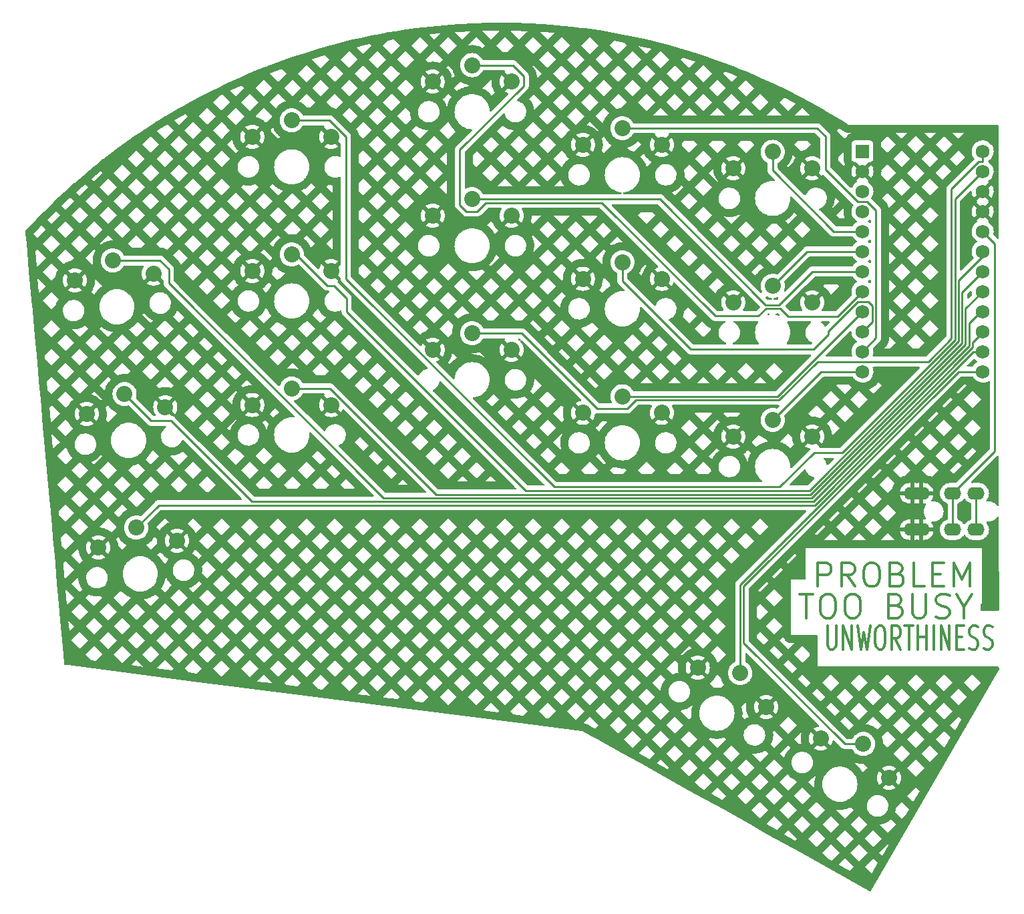
<source format=gbr>
G04 #@! TF.GenerationSoftware,KiCad,Pcbnew,(5.99.0-13010-g08938463f1)*
G04 #@! TF.CreationDate,2022-03-17T12:01:58-05:00*
G04 #@! TF.ProjectId,om,6f6d2e6b-6963-4616-945f-706362585858,v1.0.0*
G04 #@! TF.SameCoordinates,Original*
G04 #@! TF.FileFunction,Copper,L1,Top*
G04 #@! TF.FilePolarity,Positive*
%FSLAX46Y46*%
G04 Gerber Fmt 4.6, Leading zero omitted, Abs format (unit mm)*
G04 Created by KiCad (PCBNEW (5.99.0-13010-g08938463f1)) date 2022-03-17 12:01:58*
%MOMM*%
%LPD*%
G01*
G04 APERTURE LIST*
%ADD10C,0.300000*%
G04 #@! TA.AperFunction,NonConductor*
%ADD11C,0.300000*%
G04 #@! TD*
G04 #@! TA.AperFunction,ComponentPad*
%ADD12C,2.032000*%
G04 #@! TD*
G04 #@! TA.AperFunction,ComponentPad*
%ADD13O,2.200000X1.600000*%
G04 #@! TD*
G04 #@! TA.AperFunction,ComponentPad*
%ADD14R,1.752600X1.752600*%
G04 #@! TD*
G04 #@! TA.AperFunction,ComponentPad*
%ADD15C,1.752600*%
G04 #@! TD*
G04 #@! TA.AperFunction,Conductor*
%ADD16C,0.250000*%
G04 #@! TD*
G04 APERTURE END LIST*
D10*
D11*
X218071428Y-151357142D02*
X219785714Y-151357142D01*
X218928571Y-154357142D02*
X218928571Y-151357142D01*
X221357142Y-151357142D02*
X221928571Y-151357142D01*
X222214285Y-151500000D01*
X222500000Y-151785714D01*
X222642857Y-152357142D01*
X222642857Y-153357142D01*
X222500000Y-153928571D01*
X222214285Y-154214285D01*
X221928571Y-154357142D01*
X221357142Y-154357142D01*
X221071428Y-154214285D01*
X220785714Y-153928571D01*
X220642857Y-153357142D01*
X220642857Y-152357142D01*
X220785714Y-151785714D01*
X221071428Y-151500000D01*
X221357142Y-151357142D01*
X224500000Y-151357142D02*
X225071428Y-151357142D01*
X225357142Y-151500000D01*
X225642857Y-151785714D01*
X225785714Y-152357142D01*
X225785714Y-153357142D01*
X225642857Y-153928571D01*
X225357142Y-154214285D01*
X225071428Y-154357142D01*
X224500000Y-154357142D01*
X224214285Y-154214285D01*
X223928571Y-153928571D01*
X223785714Y-153357142D01*
X223785714Y-152357142D01*
X223928571Y-151785714D01*
X224214285Y-151500000D01*
X224500000Y-151357142D01*
X230357142Y-152785714D02*
X230785714Y-152928571D01*
X230928571Y-153071428D01*
X231071428Y-153357142D01*
X231071428Y-153785714D01*
X230928571Y-154071428D01*
X230785714Y-154214285D01*
X230500000Y-154357142D01*
X229357142Y-154357142D01*
X229357142Y-151357142D01*
X230357142Y-151357142D01*
X230642857Y-151500000D01*
X230785714Y-151642857D01*
X230928571Y-151928571D01*
X230928571Y-152214285D01*
X230785714Y-152500000D01*
X230642857Y-152642857D01*
X230357142Y-152785714D01*
X229357142Y-152785714D01*
X232357142Y-151357142D02*
X232357142Y-153785714D01*
X232500000Y-154071428D01*
X232642857Y-154214285D01*
X232928571Y-154357142D01*
X233500000Y-154357142D01*
X233785714Y-154214285D01*
X233928571Y-154071428D01*
X234071428Y-153785714D01*
X234071428Y-151357142D01*
X235357142Y-154214285D02*
X235785714Y-154357142D01*
X236500000Y-154357142D01*
X236785714Y-154214285D01*
X236928571Y-154071428D01*
X237071428Y-153785714D01*
X237071428Y-153500000D01*
X236928571Y-153214285D01*
X236785714Y-153071428D01*
X236500000Y-152928571D01*
X235928571Y-152785714D01*
X235642857Y-152642857D01*
X235500000Y-152500000D01*
X235357142Y-152214285D01*
X235357142Y-151928571D01*
X235500000Y-151642857D01*
X235642857Y-151500000D01*
X235928571Y-151357142D01*
X236642857Y-151357142D01*
X237071428Y-151500000D01*
X238928571Y-152928571D02*
X238928571Y-154357142D01*
X237928571Y-151357142D02*
X238928571Y-152928571D01*
X239928571Y-151357142D01*
D10*
D11*
X220357142Y-150357142D02*
X220357142Y-147357142D01*
X221500000Y-147357142D01*
X221785714Y-147500000D01*
X221928571Y-147642857D01*
X222071428Y-147928571D01*
X222071428Y-148357142D01*
X221928571Y-148642857D01*
X221785714Y-148785714D01*
X221500000Y-148928571D01*
X220357142Y-148928571D01*
X225071428Y-150357142D02*
X224071428Y-148928571D01*
X223357142Y-150357142D02*
X223357142Y-147357142D01*
X224500000Y-147357142D01*
X224785714Y-147500000D01*
X224928571Y-147642857D01*
X225071428Y-147928571D01*
X225071428Y-148357142D01*
X224928571Y-148642857D01*
X224785714Y-148785714D01*
X224500000Y-148928571D01*
X223357142Y-148928571D01*
X226928571Y-147357142D02*
X227500000Y-147357142D01*
X227785714Y-147500000D01*
X228071428Y-147785714D01*
X228214285Y-148357142D01*
X228214285Y-149357142D01*
X228071428Y-149928571D01*
X227785714Y-150214285D01*
X227500000Y-150357142D01*
X226928571Y-150357142D01*
X226642857Y-150214285D01*
X226357142Y-149928571D01*
X226214285Y-149357142D01*
X226214285Y-148357142D01*
X226357142Y-147785714D01*
X226642857Y-147500000D01*
X226928571Y-147357142D01*
X230500000Y-148785714D02*
X230928571Y-148928571D01*
X231071428Y-149071428D01*
X231214285Y-149357142D01*
X231214285Y-149785714D01*
X231071428Y-150071428D01*
X230928571Y-150214285D01*
X230642857Y-150357142D01*
X229500000Y-150357142D01*
X229500000Y-147357142D01*
X230500000Y-147357142D01*
X230785714Y-147500000D01*
X230928571Y-147642857D01*
X231071428Y-147928571D01*
X231071428Y-148214285D01*
X230928571Y-148500000D01*
X230785714Y-148642857D01*
X230500000Y-148785714D01*
X229500000Y-148785714D01*
X233928571Y-150357142D02*
X232500000Y-150357142D01*
X232500000Y-147357142D01*
X234928571Y-148785714D02*
X235928571Y-148785714D01*
X236357142Y-150357142D02*
X234928571Y-150357142D01*
X234928571Y-147357142D01*
X236357142Y-147357142D01*
X237642857Y-150357142D02*
X237642857Y-147357142D01*
X238642857Y-149500000D01*
X239642857Y-147357142D01*
X239642857Y-150357142D01*
D10*
D11*
X221595238Y-155357142D02*
X221595238Y-157785714D01*
X221685714Y-158071428D01*
X221776190Y-158214285D01*
X221957142Y-158357142D01*
X222319047Y-158357142D01*
X222500000Y-158214285D01*
X222590476Y-158071428D01*
X222680952Y-157785714D01*
X222680952Y-155357142D01*
X223585714Y-158357142D02*
X223585714Y-155357142D01*
X224671428Y-158357142D01*
X224671428Y-155357142D01*
X225395238Y-155357142D02*
X225847619Y-158357142D01*
X226209523Y-156214285D01*
X226571428Y-158357142D01*
X227023809Y-155357142D01*
X228109523Y-155357142D02*
X228471428Y-155357142D01*
X228652380Y-155500000D01*
X228833333Y-155785714D01*
X228923809Y-156357142D01*
X228923809Y-157357142D01*
X228833333Y-157928571D01*
X228652380Y-158214285D01*
X228471428Y-158357142D01*
X228109523Y-158357142D01*
X227928571Y-158214285D01*
X227747619Y-157928571D01*
X227657142Y-157357142D01*
X227657142Y-156357142D01*
X227747619Y-155785714D01*
X227928571Y-155500000D01*
X228109523Y-155357142D01*
X230823809Y-158357142D02*
X230190476Y-156928571D01*
X229738095Y-158357142D02*
X229738095Y-155357142D01*
X230461904Y-155357142D01*
X230642857Y-155500000D01*
X230733333Y-155642857D01*
X230823809Y-155928571D01*
X230823809Y-156357142D01*
X230733333Y-156642857D01*
X230642857Y-156785714D01*
X230461904Y-156928571D01*
X229738095Y-156928571D01*
X231366666Y-155357142D02*
X232452380Y-155357142D01*
X231909523Y-158357142D02*
X231909523Y-155357142D01*
X233085714Y-158357142D02*
X233085714Y-155357142D01*
X233085714Y-156785714D02*
X234171428Y-156785714D01*
X234171428Y-158357142D02*
X234171428Y-155357142D01*
X235076190Y-158357142D02*
X235076190Y-155357142D01*
X235980952Y-158357142D02*
X235980952Y-155357142D01*
X237066666Y-158357142D01*
X237066666Y-155357142D01*
X237971428Y-156785714D02*
X238604761Y-156785714D01*
X238876190Y-158357142D02*
X237971428Y-158357142D01*
X237971428Y-155357142D01*
X238876190Y-155357142D01*
X239600000Y-158214285D02*
X239871428Y-158357142D01*
X240323809Y-158357142D01*
X240504761Y-158214285D01*
X240595238Y-158071428D01*
X240685714Y-157785714D01*
X240685714Y-157500000D01*
X240595238Y-157214285D01*
X240504761Y-157071428D01*
X240323809Y-156928571D01*
X239961904Y-156785714D01*
X239780952Y-156642857D01*
X239690476Y-156500000D01*
X239600000Y-156214285D01*
X239600000Y-155928571D01*
X239690476Y-155642857D01*
X239780952Y-155500000D01*
X239961904Y-155357142D01*
X240414285Y-155357142D01*
X240685714Y-155500000D01*
X241409523Y-158214285D02*
X241680952Y-158357142D01*
X242133333Y-158357142D01*
X242314285Y-158214285D01*
X242404761Y-158071428D01*
X242495238Y-157785714D01*
X242495238Y-157500000D01*
X242404761Y-157214285D01*
X242314285Y-157071428D01*
X242133333Y-156928571D01*
X241771428Y-156785714D01*
X241590476Y-156642857D01*
X241500000Y-156500000D01*
X241409523Y-156214285D01*
X241409523Y-155928571D01*
X241500000Y-155642857D01*
X241590476Y-155500000D01*
X241771428Y-155357142D01*
X242223809Y-155357142D01*
X242495238Y-155500000D01*
D12*
X209650000Y-114350000D03*
X219650000Y-114350000D03*
X214650000Y-112250000D03*
X214650000Y-112250000D03*
X209650000Y-131350000D03*
X219650000Y-131350000D03*
X214650000Y-129250000D03*
X214650000Y-129250000D03*
X190600000Y-94350000D03*
X200600000Y-94350000D03*
X195600000Y-92250000D03*
X195600000Y-92250000D03*
X139142298Y-144550740D03*
X129180351Y-145422298D03*
X133978297Y-142894510D03*
X133978297Y-142894510D03*
X181550000Y-86350000D03*
X171550000Y-86350000D03*
X176550000Y-84250000D03*
X176550000Y-84250000D03*
X200600000Y-128350001D03*
X190600000Y-128350001D03*
X195600000Y-126250001D03*
X195600000Y-126250001D03*
X219650000Y-97350000D03*
X209650000Y-97350000D03*
X214650000Y-95250000D03*
X214650000Y-95250000D03*
X148690000Y-127350000D03*
X158690000Y-127350000D03*
X153690000Y-125250000D03*
X153690000Y-125250000D03*
X181550000Y-103350000D03*
X171550000Y-103350000D03*
X176550000Y-101250000D03*
X176550000Y-101250000D03*
D13*
X232350000Y-138550000D03*
X232350000Y-143150000D03*
X233450000Y-138550000D03*
X233450000Y-143150000D03*
X237450000Y-138550000D03*
X237450000Y-143150000D03*
X240450000Y-138550000D03*
X240450000Y-143150000D03*
D12*
X200600000Y-111350000D03*
X190600000Y-111350000D03*
X195600000Y-109250000D03*
X195600000Y-109250000D03*
X126217056Y-111551678D03*
X136179003Y-110680120D03*
X131015002Y-109023890D03*
X131015002Y-109023890D03*
X171550000Y-120350000D03*
X181550000Y-120350000D03*
X176550000Y-118250000D03*
X176550000Y-118250000D03*
X205153901Y-160652350D03*
X213814155Y-165652350D03*
X210534028Y-161333697D03*
X210534028Y-161333697D03*
X158690000Y-93350000D03*
X148690000Y-93350000D03*
X153690000Y-91250000D03*
X153690000Y-91250000D03*
X148690000Y-110350000D03*
X158690000Y-110350000D03*
X153690000Y-108250000D03*
X153690000Y-108250000D03*
D14*
X226030000Y-95180000D03*
D15*
X226030000Y-97720000D03*
X226030000Y-100260000D03*
X226030000Y-102800000D03*
X226030000Y-105340000D03*
X226030000Y-107880000D03*
X226030000Y-110420000D03*
X226030000Y-112960000D03*
X226030000Y-115500000D03*
X226030000Y-118040000D03*
X226030000Y-120580000D03*
X226030000Y-123120000D03*
X241270000Y-95180000D03*
X241270000Y-97720000D03*
X241270000Y-100260000D03*
X241270000Y-102800000D03*
X241270000Y-105340000D03*
X241270000Y-107880000D03*
X241270000Y-110420000D03*
X241270000Y-112960000D03*
X241270000Y-115500000D03*
X241270000Y-118040000D03*
X241270000Y-120580000D03*
X241270000Y-123120000D03*
D12*
X127698703Y-128486988D03*
X137660650Y-127615430D03*
X132496649Y-125959200D03*
X132496649Y-125959200D03*
X229402612Y-174652350D03*
X220742358Y-169652350D03*
X226122485Y-170333697D03*
X226122485Y-170333697D03*
D16*
X181700000Y-84250000D02*
X176550000Y-84250000D01*
X183100000Y-85650000D02*
X181700000Y-84250000D01*
X183100000Y-86900000D02*
X183100000Y-85650000D01*
X175000000Y-95000000D02*
X183100000Y-86900000D01*
X175000000Y-101950000D02*
X175000000Y-95000000D01*
X175850000Y-102800000D02*
X175000000Y-101950000D01*
X177200000Y-102800000D02*
X175850000Y-102800000D01*
X178300480Y-101699520D02*
X177200000Y-102800000D01*
X213800480Y-115099520D02*
X212850000Y-116050000D01*
X212850000Y-116050000D02*
X207350480Y-116050000D01*
X215636197Y-115099520D02*
X213800480Y-115099520D01*
X207350480Y-116050000D02*
X193000000Y-101699520D01*
X216636677Y-116100000D02*
X215636197Y-115099520D01*
X222890000Y-116100000D02*
X216636677Y-116100000D01*
X226030000Y-112960000D02*
X222890000Y-116100000D01*
X193000000Y-101699520D02*
X178300480Y-101699520D01*
X200350000Y-101250000D02*
X176550000Y-101250000D01*
X213750000Y-114650000D02*
X200350000Y-101250000D01*
X219680000Y-110420000D02*
X215450000Y-114650000D01*
X215450000Y-114650000D02*
X213750000Y-114650000D01*
X226030000Y-110420000D02*
X219680000Y-110420000D01*
X136823767Y-140049040D02*
X133978297Y-142894510D01*
X239997120Y-119402880D02*
X239997120Y-120045749D01*
X219993829Y-140049040D02*
X136823767Y-140049040D01*
X241270000Y-118130000D02*
X239997120Y-119402880D01*
X239997120Y-120045749D02*
X219993829Y-140049040D01*
X241270000Y-118040000D02*
X241270000Y-118130000D01*
X223783697Y-170333697D02*
X226122485Y-170333697D01*
X210983548Y-157533548D02*
X223783697Y-170333697D01*
X238194306Y-123120000D02*
X210983548Y-150330758D01*
X210983548Y-150330758D02*
X210983548Y-157533548D01*
X241270000Y-123120000D02*
X238194306Y-123120000D01*
X210534028Y-150144560D02*
X210534028Y-161333697D01*
X240098588Y-120580000D02*
X210534028Y-150144560D01*
X241270000Y-120580000D02*
X240098588Y-120580000D01*
X135887449Y-129350000D02*
X132496649Y-125959200D01*
X138400000Y-129350000D02*
X135887449Y-129350000D01*
X148649520Y-139599520D02*
X138400000Y-129350000D01*
X219807632Y-139599520D02*
X148649520Y-139599520D01*
X239547600Y-116952400D02*
X239547600Y-119859552D01*
X239547600Y-119859552D02*
X219807632Y-139599520D01*
X241000000Y-115500000D02*
X239547600Y-116952400D01*
X241270000Y-115500000D02*
X241000000Y-115500000D01*
X136973890Y-109023890D02*
X131015002Y-109023890D01*
X138100000Y-110150000D02*
X136973890Y-109023890D01*
X138100000Y-111900000D02*
X138100000Y-110150000D01*
X239098080Y-119673355D02*
X219621435Y-139150000D01*
X219621435Y-139150000D02*
X165350000Y-139150000D01*
X239098080Y-115131920D02*
X239098080Y-119673355D01*
X165350000Y-139150000D02*
X138100000Y-111900000D01*
X241270000Y-112960000D02*
X239098080Y-115131920D01*
X158550000Y-125250000D02*
X153690000Y-125250000D01*
X219435717Y-138700000D02*
X172000000Y-138700000D01*
X172000000Y-138700000D02*
X158550000Y-125250000D01*
X238648560Y-119487157D02*
X219435717Y-138700000D01*
X238648560Y-113041440D02*
X238648560Y-119487157D01*
X241270000Y-110420000D02*
X238648560Y-113041440D01*
X158200000Y-112200000D02*
X154250000Y-108250000D01*
X159050000Y-112200000D02*
X158200000Y-112200000D01*
X183350000Y-138200000D02*
X160650000Y-115500000D01*
X160650000Y-115500000D02*
X160650000Y-113800000D01*
X219299999Y-138200000D02*
X183350000Y-138200000D01*
X238199040Y-111550960D02*
X238199040Y-119300959D01*
X238199040Y-119300959D02*
X219299999Y-138200000D01*
X160650000Y-113800000D02*
X159050000Y-112200000D01*
X241270000Y-108480000D02*
X238199040Y-111550960D01*
X154250000Y-108250000D02*
X153690000Y-108250000D01*
X241270000Y-107880000D02*
X241270000Y-108480000D01*
X237749520Y-119114761D02*
X237749520Y-101240480D01*
X219892860Y-133407140D02*
X223457140Y-133407140D01*
X223457140Y-133407140D02*
X237749520Y-119114761D01*
X215549520Y-137750480D02*
X219892860Y-133407140D01*
X237749520Y-101240480D02*
X241270000Y-97720000D01*
X160550000Y-111350000D02*
X186950480Y-137750480D01*
X160550000Y-93314230D02*
X160550000Y-111350000D01*
X158485770Y-91250000D02*
X160550000Y-93314230D01*
X186950480Y-137750480D02*
X215549520Y-137750480D01*
X153690000Y-91250000D02*
X158485770Y-91250000D01*
X182850000Y-118250000D02*
X176550000Y-118250000D01*
X192394742Y-127794742D02*
X182850000Y-118250000D01*
X196205258Y-127794742D02*
X192394742Y-127794742D01*
X197300479Y-126699521D02*
X196205258Y-127794742D01*
X215466196Y-126699521D02*
X197300479Y-126699521D01*
X237300000Y-118928563D02*
X234378563Y-121850000D01*
X237300000Y-99991796D02*
X237300000Y-118928563D01*
X234378563Y-121850000D02*
X220315717Y-121850000D01*
X241270000Y-96519189D02*
X240772607Y-96519189D01*
X240772607Y-96519189D02*
X237300000Y-99991796D01*
X220315717Y-121850000D02*
X215466196Y-126699521D01*
X241270000Y-95180000D02*
X241270000Y-96519189D01*
X242800000Y-133200000D02*
X237450000Y-138550000D01*
X242800000Y-106870000D02*
X242800000Y-133200000D01*
X241270000Y-105340000D02*
X242800000Y-106870000D01*
X195600000Y-111600000D02*
X195600000Y-109250000D01*
X204300000Y-120300000D02*
X195600000Y-111600000D01*
X219850000Y-120300000D02*
X204300000Y-120300000D01*
X225400000Y-114250000D02*
X221700000Y-117950000D01*
X227300480Y-114800480D02*
X226750000Y-114250000D01*
X221700000Y-118450000D02*
X219850000Y-120300000D01*
X227300480Y-116769520D02*
X227300480Y-114800480D01*
X226750000Y-114250000D02*
X225400000Y-114250000D01*
X221700000Y-117950000D02*
X221700000Y-118450000D01*
X226030000Y-118040000D02*
X227300480Y-116769520D01*
X220300000Y-92250000D02*
X195600000Y-92250000D01*
X226616582Y-101550000D02*
X225400000Y-101550000D01*
X225400000Y-101550000D02*
X221350000Y-97500000D01*
X221350000Y-97500000D02*
X221350000Y-93300000D01*
X227750000Y-102683418D02*
X226616582Y-101550000D01*
X226030000Y-120580000D02*
X227750000Y-118860000D01*
X227750000Y-118860000D02*
X227750000Y-102683418D01*
X221350000Y-93300000D02*
X220300000Y-92250000D01*
X222390000Y-105340000D02*
X214650000Y-97600000D01*
X214650000Y-97600000D02*
X214650000Y-95250000D01*
X226030000Y-105340000D02*
X222390000Y-105340000D01*
X215279999Y-126250001D02*
X195600000Y-126250001D01*
X226030000Y-115500000D02*
X215279999Y-126250001D01*
X226030000Y-123120000D02*
X220780000Y-123120000D01*
X220780000Y-123120000D02*
X214650000Y-129250000D01*
X219020000Y-107880000D02*
X214650000Y-112250000D01*
X226030000Y-107880000D02*
X219020000Y-107880000D01*
X240450000Y-138550000D02*
X240450000Y-143150000D01*
X237450000Y-138550000D02*
X237450000Y-143150000D01*
G04 #@! TA.AperFunction,Conductor*
G36*
X180178712Y-78868047D02*
G01*
X181182283Y-78880103D01*
X181963396Y-78889487D01*
X181966089Y-78889548D01*
X183749932Y-78950014D01*
X183752660Y-78950136D01*
X185534681Y-79049596D01*
X185537346Y-79049773D01*
X187316852Y-79188186D01*
X187319585Y-79188430D01*
X189095597Y-79365723D01*
X189098257Y-79366019D01*
X190376004Y-79521862D01*
X190869927Y-79582105D01*
X190872658Y-79582468D01*
X192639221Y-79837254D01*
X192641945Y-79837678D01*
X194402407Y-80131019D01*
X194405120Y-80131501D01*
X196158835Y-80463289D01*
X196161537Y-80463831D01*
X197907552Y-80833887D01*
X197910235Y-80834487D01*
X199472002Y-81201357D01*
X199647701Y-81242630D01*
X199650367Y-81243286D01*
X201378595Y-81689357D01*
X201381204Y-81690061D01*
X203099227Y-82173808D01*
X203101818Y-82174568D01*
X203971374Y-82440068D01*
X204808862Y-82695777D01*
X204811488Y-82696611D01*
X206506630Y-83254994D01*
X206509238Y-83255884D01*
X208191857Y-83851239D01*
X208194445Y-83852187D01*
X208255967Y-83875481D01*
X209863620Y-84484190D01*
X209866130Y-84485172D01*
X210343127Y-84677808D01*
X211521084Y-85153528D01*
X211523628Y-85154588D01*
X212482683Y-85566521D01*
X213163553Y-85858969D01*
X213166039Y-85860068D01*
X214790184Y-86600153D01*
X214792670Y-86601319D01*
X216400257Y-87376753D01*
X216402677Y-87377953D01*
X216872852Y-87617559D01*
X217992893Y-88188344D01*
X217995335Y-88189622D01*
X219567443Y-89034595D01*
X219569856Y-89035926D01*
X221123130Y-89915088D01*
X221125513Y-89916472D01*
X221470506Y-90121829D01*
X222659170Y-90829383D01*
X222661464Y-90830782D01*
X223363295Y-91269614D01*
X224135776Y-91752621D01*
X224152453Y-91765076D01*
X224167907Y-91778745D01*
X224168083Y-91778828D01*
X224168228Y-91778956D01*
X224234024Y-91809848D01*
X224299580Y-91840686D01*
X224299771Y-91840716D01*
X224299948Y-91840799D01*
X224371898Y-91852002D01*
X224443345Y-91863181D01*
X224475113Y-91859051D01*
X224491357Y-91858000D01*
X243166454Y-91858000D01*
X243234575Y-91878002D01*
X243281068Y-91931658D01*
X243292454Y-91983910D01*
X243296998Y-98321672D01*
X243302618Y-106160674D01*
X243302626Y-106172440D01*
X243282673Y-106240575D01*
X243229050Y-106287106D01*
X243158784Y-106297260D01*
X243094182Y-106267814D01*
X243087531Y-106261625D01*
X242642302Y-105816396D01*
X242608276Y-105754084D01*
X242610838Y-105690673D01*
X242626662Y-105638590D01*
X242626662Y-105638589D01*
X242628164Y-105633646D01*
X242640971Y-105536366D01*
X242657450Y-105411201D01*
X242657451Y-105411194D01*
X242657887Y-105407879D01*
X242659546Y-105340000D01*
X242650541Y-105230472D01*
X242641311Y-105118202D01*
X242641310Y-105118196D01*
X242640887Y-105113051D01*
X242596045Y-104934524D01*
X242586672Y-104897208D01*
X242586671Y-104897204D01*
X242585413Y-104892197D01*
X242583354Y-104887461D01*
X242496672Y-104688106D01*
X242496670Y-104688103D01*
X242494612Y-104683369D01*
X242370923Y-104492175D01*
X242217668Y-104323750D01*
X242038963Y-104182618D01*
X242031849Y-104178691D01*
X242031006Y-104177840D01*
X242030131Y-104177259D01*
X242030251Y-104177078D01*
X241981876Y-104128261D01*
X241967100Y-104058819D01*
X241992214Y-103992413D01*
X242019568Y-103965802D01*
X242038103Y-103952581D01*
X242046504Y-103941881D01*
X242039515Y-103928725D01*
X241282812Y-103172022D01*
X241268868Y-103164408D01*
X241267035Y-103164539D01*
X241260420Y-103168790D01*
X240497510Y-103931700D01*
X240490750Y-103944080D01*
X240496031Y-103951134D01*
X240510698Y-103959705D01*
X240559422Y-104011343D01*
X240572493Y-104081126D01*
X240545762Y-104146898D01*
X240522781Y-104169253D01*
X240351579Y-104297795D01*
X240347444Y-104300900D01*
X240190120Y-104465530D01*
X240187206Y-104469802D01*
X240187205Y-104469803D01*
X240120832Y-104567103D01*
X240061797Y-104653645D01*
X239965921Y-104860192D01*
X239964539Y-104865174D01*
X239964539Y-104865175D01*
X239938279Y-104959865D01*
X239905067Y-105079625D01*
X239880869Y-105306050D01*
X239881166Y-105311202D01*
X239881166Y-105311206D01*
X239885150Y-105380298D01*
X239893977Y-105533387D01*
X239895112Y-105538424D01*
X239895113Y-105538430D01*
X239942901Y-105750482D01*
X239944039Y-105755531D01*
X239945983Y-105760317D01*
X239945984Y-105760322D01*
X240027601Y-105961319D01*
X240029711Y-105966515D01*
X240058097Y-106012836D01*
X240145990Y-106156264D01*
X240148692Y-106160674D01*
X240297786Y-106332793D01*
X240472989Y-106478249D01*
X240477440Y-106480850D01*
X240477450Y-106480857D01*
X240510266Y-106500033D01*
X240558989Y-106551672D01*
X240572059Y-106621455D01*
X240545326Y-106687227D01*
X240522353Y-106709575D01*
X240347444Y-106840900D01*
X240343872Y-106844638D01*
X240216725Y-106977690D01*
X240190120Y-107005530D01*
X240187206Y-107009802D01*
X240187205Y-107009803D01*
X240148245Y-107066916D01*
X240061797Y-107193645D01*
X239965921Y-107400192D01*
X239964539Y-107405174D01*
X239964539Y-107405175D01*
X239963424Y-107409195D01*
X239905067Y-107619625D01*
X239880869Y-107846050D01*
X239881166Y-107851202D01*
X239881166Y-107851206D01*
X239883406Y-107890048D01*
X239893977Y-108073387D01*
X239895112Y-108078424D01*
X239895113Y-108078430D01*
X239942901Y-108290482D01*
X239944039Y-108295531D01*
X239945983Y-108300317D01*
X239945984Y-108300322D01*
X240020937Y-108484908D01*
X240029711Y-108506515D01*
X240053498Y-108545331D01*
X240098589Y-108618914D01*
X240117127Y-108687448D01*
X240095671Y-108755125D01*
X240080251Y-108773844D01*
X238598115Y-110255980D01*
X238535803Y-110290006D01*
X238464988Y-110284941D01*
X238408152Y-110242394D01*
X238383341Y-110175874D01*
X238383020Y-110166885D01*
X238383020Y-102771219D01*
X239881668Y-102771219D01*
X239894176Y-102988150D01*
X239895612Y-102998370D01*
X239943382Y-103210339D01*
X239946460Y-103220163D01*
X240028215Y-103421502D01*
X240032858Y-103430693D01*
X240117334Y-103568546D01*
X240127790Y-103578006D01*
X240136568Y-103574222D01*
X240897978Y-102812812D01*
X240904356Y-102801132D01*
X241634408Y-102801132D01*
X241634539Y-102802965D01*
X241638790Y-102809580D01*
X242399320Y-103570110D01*
X242411330Y-103576669D01*
X242423069Y-103567701D01*
X242457625Y-103519611D01*
X242462936Y-103510772D01*
X242559206Y-103315983D01*
X242563005Y-103306387D01*
X242626170Y-103098491D01*
X242628349Y-103088410D01*
X242656949Y-102871175D01*
X242657468Y-102864502D01*
X242658962Y-102803365D01*
X242658768Y-102796646D01*
X242640816Y-102578294D01*
X242639131Y-102568114D01*
X242586196Y-102357371D01*
X242582876Y-102347620D01*
X242496229Y-102148343D01*
X242491362Y-102139268D01*
X242422083Y-102032178D01*
X242411398Y-102022975D01*
X242401831Y-102027379D01*
X241642022Y-102787188D01*
X241634408Y-102801132D01*
X240904356Y-102801132D01*
X240905592Y-102798868D01*
X240905461Y-102797035D01*
X240901210Y-102790420D01*
X240140922Y-102030132D01*
X240129386Y-102023832D01*
X240117104Y-102033455D01*
X240065143Y-102109627D01*
X240060058Y-102118578D01*
X239968571Y-102315671D01*
X239965008Y-102325358D01*
X239906942Y-102534736D01*
X239905011Y-102544856D01*
X239881920Y-102760930D01*
X239881668Y-102771219D01*
X238383020Y-102771219D01*
X238383020Y-101555074D01*
X238403022Y-101486953D01*
X238419925Y-101465979D01*
X238481824Y-101404080D01*
X240490750Y-101404080D01*
X240496031Y-101411134D01*
X240511168Y-101419980D01*
X240559891Y-101471619D01*
X240572961Y-101541402D01*
X240546229Y-101607174D01*
X240523248Y-101629528D01*
X240500889Y-101646315D01*
X240492436Y-101657640D01*
X240499180Y-101669970D01*
X241257188Y-102427978D01*
X241271132Y-102435592D01*
X241272965Y-102435461D01*
X241279580Y-102431210D01*
X242042115Y-101668675D01*
X242049136Y-101655819D01*
X242041607Y-101645486D01*
X242034165Y-101640542D01*
X242031397Y-101639014D01*
X242030494Y-101638103D01*
X242029853Y-101637677D01*
X242029941Y-101637545D01*
X241981424Y-101588584D01*
X241966648Y-101519142D01*
X241991761Y-101452735D01*
X242019117Y-101426123D01*
X242038104Y-101412580D01*
X242046504Y-101401881D01*
X242039515Y-101388725D01*
X241282812Y-100632022D01*
X241268868Y-100624408D01*
X241267035Y-100624539D01*
X241260420Y-100628790D01*
X240497510Y-101391700D01*
X240490750Y-101404080D01*
X238481824Y-101404080D01*
X239670584Y-100215320D01*
X239732896Y-100181294D01*
X239803711Y-100186359D01*
X239860547Y-100228906D01*
X239885470Y-100297162D01*
X239894176Y-100448149D01*
X239895612Y-100458370D01*
X239943382Y-100670339D01*
X239946461Y-100680167D01*
X240028215Y-100881502D01*
X240032858Y-100890693D01*
X240117334Y-101028546D01*
X240127790Y-101038006D01*
X240136568Y-101034222D01*
X240909658Y-100261132D01*
X241634408Y-100261132D01*
X241634539Y-100262965D01*
X241638790Y-100269580D01*
X242399320Y-101030110D01*
X242411330Y-101036669D01*
X242423069Y-101027701D01*
X242457625Y-100979611D01*
X242462936Y-100970772D01*
X242559206Y-100775983D01*
X242563005Y-100766387D01*
X242626170Y-100558491D01*
X242628349Y-100548410D01*
X242656949Y-100331175D01*
X242657468Y-100324502D01*
X242658962Y-100263365D01*
X242658768Y-100256646D01*
X242640816Y-100038294D01*
X242639131Y-100028114D01*
X242586196Y-99817371D01*
X242582876Y-99807620D01*
X242496229Y-99608343D01*
X242491362Y-99599268D01*
X242422083Y-99492178D01*
X242411398Y-99482975D01*
X242401831Y-99487379D01*
X241642022Y-100247188D01*
X241634408Y-100261132D01*
X240909658Y-100261132D01*
X242042115Y-99128675D01*
X242049136Y-99115819D01*
X242041607Y-99105486D01*
X242034161Y-99100539D01*
X242031880Y-99099280D01*
X242031137Y-99098530D01*
X242029853Y-99097677D01*
X242030029Y-99097412D01*
X241981908Y-99048849D01*
X241967134Y-98979406D01*
X241992249Y-98913000D01*
X242019602Y-98886391D01*
X242020428Y-98885802D01*
X242166893Y-98781330D01*
X242328193Y-98620592D01*
X242411503Y-98504654D01*
X242458055Y-98439869D01*
X242461073Y-98435669D01*
X242463494Y-98430772D01*
X242559673Y-98236168D01*
X242559674Y-98236166D01*
X242561967Y-98231526D01*
X242621036Y-98037107D01*
X242626662Y-98018590D01*
X242626662Y-98018589D01*
X242628164Y-98013646D01*
X242629140Y-98006235D01*
X242657450Y-97791201D01*
X242657451Y-97791194D01*
X242657887Y-97787879D01*
X242659089Y-97738700D01*
X242659464Y-97723365D01*
X242659464Y-97723360D01*
X242659546Y-97720000D01*
X242646613Y-97562695D01*
X242641311Y-97498202D01*
X242641310Y-97498196D01*
X242640887Y-97493051D01*
X242605700Y-97352965D01*
X242586672Y-97277208D01*
X242586671Y-97277204D01*
X242585413Y-97272197D01*
X242569531Y-97235671D01*
X242496672Y-97068106D01*
X242496670Y-97068103D01*
X242494612Y-97063369D01*
X242394841Y-96909146D01*
X242373731Y-96876515D01*
X242373729Y-96876512D01*
X242370923Y-96872175D01*
X242217668Y-96703750D01*
X242038963Y-96562618D01*
X242032335Y-96558959D01*
X242031651Y-96558269D01*
X242030131Y-96557259D01*
X242030339Y-96556945D01*
X241982363Y-96508533D01*
X241967585Y-96439091D01*
X241992696Y-96372684D01*
X242020054Y-96346069D01*
X242162689Y-96244329D01*
X242162691Y-96244327D01*
X242166893Y-96241330D01*
X242328193Y-96080592D01*
X242370158Y-96022192D01*
X242458055Y-95899869D01*
X242461073Y-95895669D01*
X242466946Y-95883787D01*
X242559673Y-95696168D01*
X242559674Y-95696166D01*
X242561967Y-95691526D01*
X242616211Y-95512988D01*
X242626662Y-95478590D01*
X242626662Y-95478589D01*
X242628164Y-95473646D01*
X242633639Y-95432061D01*
X242657450Y-95251201D01*
X242657451Y-95251194D01*
X242657887Y-95247879D01*
X242658507Y-95222516D01*
X242659464Y-95183365D01*
X242659464Y-95183360D01*
X242659546Y-95180000D01*
X242647990Y-95039447D01*
X242641311Y-94958202D01*
X242641310Y-94958196D01*
X242640887Y-94953051D01*
X242606106Y-94814580D01*
X242586672Y-94737208D01*
X242586671Y-94737204D01*
X242585413Y-94732197D01*
X242580540Y-94720989D01*
X242496672Y-94528106D01*
X242496670Y-94528103D01*
X242494612Y-94523369D01*
X242402617Y-94381167D01*
X242373731Y-94336515D01*
X242373729Y-94336512D01*
X242370923Y-94332175D01*
X242217668Y-94163750D01*
X242038963Y-94022618D01*
X241839607Y-93912567D01*
X241723598Y-93871486D01*
X241629829Y-93838280D01*
X241629825Y-93838279D01*
X241624954Y-93836554D01*
X241619861Y-93835647D01*
X241619858Y-93835646D01*
X241405857Y-93797527D01*
X241405851Y-93797526D01*
X241400768Y-93796621D01*
X241313698Y-93795557D01*
X241178239Y-93793902D01*
X241178237Y-93793902D01*
X241173070Y-93793839D01*
X240947976Y-93828283D01*
X240731529Y-93899029D01*
X240726937Y-93901419D01*
X240726938Y-93901419D01*
X240549949Y-93993554D01*
X240529544Y-94004176D01*
X240525411Y-94007279D01*
X240525408Y-94007281D01*
X240351579Y-94137795D01*
X240347444Y-94140900D01*
X240190120Y-94305530D01*
X240187206Y-94309802D01*
X240187205Y-94309803D01*
X240158602Y-94351734D01*
X240061797Y-94493645D01*
X239965921Y-94700192D01*
X239964539Y-94705174D01*
X239964539Y-94705175D01*
X239961942Y-94714539D01*
X239905067Y-94919625D01*
X239880869Y-95146050D01*
X239881166Y-95151202D01*
X239881166Y-95151206D01*
X239884659Y-95211781D01*
X239893977Y-95373387D01*
X239895112Y-95378424D01*
X239895113Y-95378430D01*
X239939149Y-95573833D01*
X239944039Y-95595531D01*
X239945983Y-95600317D01*
X239945984Y-95600322D01*
X240023024Y-95790047D01*
X240029711Y-95806515D01*
X240083906Y-95894953D01*
X240125376Y-95962625D01*
X240148692Y-96000674D01*
X240186325Y-96044119D01*
X240215807Y-96108702D01*
X240205693Y-96178975D01*
X240180182Y-96215710D01*
X238543349Y-97852542D01*
X236907747Y-99488144D01*
X236899461Y-99495684D01*
X236892982Y-99499796D01*
X236887557Y-99505573D01*
X236846357Y-99549447D01*
X236843602Y-99552289D01*
X236823865Y-99572026D01*
X236821385Y-99575223D01*
X236813682Y-99584243D01*
X236783414Y-99616475D01*
X236779595Y-99623421D01*
X236779593Y-99623424D01*
X236773652Y-99634230D01*
X236762801Y-99650749D01*
X236750386Y-99666755D01*
X236747241Y-99674024D01*
X236747238Y-99674028D01*
X236732826Y-99707333D01*
X236727609Y-99717983D01*
X236706305Y-99756736D01*
X236704334Y-99764411D01*
X236704334Y-99764412D01*
X236701267Y-99776358D01*
X236694863Y-99795062D01*
X236690274Y-99805668D01*
X236686819Y-99813651D01*
X236685580Y-99821474D01*
X236685577Y-99821484D01*
X236679901Y-99857320D01*
X236677495Y-99868940D01*
X236666500Y-99911766D01*
X236666500Y-99932020D01*
X236664949Y-99951730D01*
X236661780Y-99971739D01*
X236665421Y-100010251D01*
X236665941Y-100015757D01*
X236666500Y-100027615D01*
X236666500Y-118613969D01*
X236646498Y-118682090D01*
X236629595Y-118703064D01*
X234153063Y-121179595D01*
X234090751Y-121213621D01*
X234063968Y-121216500D01*
X227453966Y-121216500D01*
X227385845Y-121196498D01*
X227339352Y-121142842D01*
X227329248Y-121072568D01*
X227333408Y-121053871D01*
X227386660Y-120878598D01*
X227386661Y-120878592D01*
X227388164Y-120873646D01*
X227389016Y-120867174D01*
X227417450Y-120651201D01*
X227417451Y-120651194D01*
X227417887Y-120647879D01*
X227419546Y-120580000D01*
X227412179Y-120490393D01*
X227401311Y-120358202D01*
X227401310Y-120358196D01*
X227400887Y-120353051D01*
X227368495Y-120224090D01*
X227371300Y-120153149D01*
X227380203Y-120138797D01*
X228801117Y-120138797D01*
X228864820Y-120202500D01*
X229546126Y-120202500D01*
X230284519Y-119464107D01*
X231718530Y-119464107D01*
X232456923Y-120202500D01*
X233138229Y-120202500D01*
X233876622Y-119464107D01*
X232797576Y-118385062D01*
X231718530Y-119464107D01*
X230284519Y-119464107D01*
X229397500Y-118577089D01*
X229397500Y-118782302D01*
X229397720Y-118784629D01*
X229398217Y-118792529D01*
X229401223Y-118888174D01*
X229401223Y-118896089D01*
X229400231Y-118927658D01*
X229399734Y-118935558D01*
X229394641Y-118989442D01*
X229391244Y-119043435D01*
X229390500Y-119051314D01*
X229386542Y-119082648D01*
X229385303Y-119090467D01*
X229367373Y-119184465D01*
X229365648Y-119192184D01*
X229365064Y-119194457D01*
X229364695Y-119196789D01*
X229363212Y-119204559D01*
X229342337Y-119297943D01*
X229340369Y-119305609D01*
X229331557Y-119335939D01*
X229329110Y-119343468D01*
X229310781Y-119394377D01*
X229294059Y-119445843D01*
X229291377Y-119453293D01*
X229279750Y-119482659D01*
X229276606Y-119489923D01*
X229235865Y-119576502D01*
X229232271Y-119583557D01*
X229231142Y-119585610D01*
X229230215Y-119587753D01*
X229226844Y-119594916D01*
X229183403Y-119680173D01*
X229179590Y-119687109D01*
X229163513Y-119714294D01*
X229159272Y-119720977D01*
X229128852Y-119765739D01*
X229099861Y-119811422D01*
X229095413Y-119817968D01*
X229076848Y-119843521D01*
X229071996Y-119849776D01*
X229010994Y-119923515D01*
X229005760Y-119929452D01*
X228990554Y-119945645D01*
X228981316Y-119956123D01*
X228978652Y-119959051D01*
X228945892Y-119993935D01*
X228943139Y-119996775D01*
X228933297Y-120006617D01*
X228896194Y-120046128D01*
X228890598Y-120051724D01*
X228851067Y-120088847D01*
X228801117Y-120138797D01*
X227380203Y-120138797D01*
X227401604Y-120104300D01*
X228142247Y-119363657D01*
X228150537Y-119356113D01*
X228157018Y-119352000D01*
X228203659Y-119302332D01*
X228206413Y-119299491D01*
X228226134Y-119279770D01*
X228228612Y-119276575D01*
X228236318Y-119267553D01*
X228261158Y-119241101D01*
X228266586Y-119235321D01*
X228276346Y-119217568D01*
X228287199Y-119201045D01*
X228294753Y-119191306D01*
X228299613Y-119185041D01*
X228317176Y-119144457D01*
X228322383Y-119133827D01*
X228343695Y-119095060D01*
X228345666Y-119087383D01*
X228345668Y-119087378D01*
X228348732Y-119075442D01*
X228355138Y-119056730D01*
X228360033Y-119045419D01*
X228363181Y-119038145D01*
X228364421Y-119030317D01*
X228364423Y-119030310D01*
X228370099Y-118994476D01*
X228372505Y-118982856D01*
X228381528Y-118947711D01*
X228381528Y-118947710D01*
X228383500Y-118940030D01*
X228383500Y-118919776D01*
X228385051Y-118900065D01*
X228386980Y-118887886D01*
X228388220Y-118880057D01*
X228384059Y-118836038D01*
X228383500Y-118824181D01*
X228383500Y-117668056D01*
X229922479Y-117668056D01*
X231001525Y-118747102D01*
X232080570Y-117668056D01*
X233514581Y-117668056D01*
X234593627Y-118747102D01*
X235652500Y-117688229D01*
X235652500Y-117647883D01*
X234593627Y-116589010D01*
X233514581Y-117668056D01*
X232080570Y-117668056D01*
X231001525Y-116589010D01*
X229922479Y-117668056D01*
X228383500Y-117668056D01*
X228383500Y-114984986D01*
X229397500Y-114984986D01*
X229397500Y-116759024D01*
X230284519Y-115872005D01*
X231718530Y-115872005D01*
X232797576Y-116951051D01*
X233876622Y-115872005D01*
X232797576Y-114792959D01*
X231718530Y-115872005D01*
X230284519Y-115872005D01*
X229397500Y-114984986D01*
X228383500Y-114984986D01*
X228383500Y-114075954D01*
X229922479Y-114075954D01*
X231001525Y-115155000D01*
X232080570Y-114075954D01*
X233514581Y-114075954D01*
X234593627Y-115155000D01*
X235652500Y-114096127D01*
X235652500Y-114055781D01*
X234593627Y-112996908D01*
X233514581Y-114075954D01*
X232080570Y-114075954D01*
X231001525Y-112996908D01*
X229922479Y-114075954D01*
X228383500Y-114075954D01*
X228383500Y-111392884D01*
X229397500Y-111392884D01*
X229397500Y-113166921D01*
X230284519Y-112279903D01*
X231718530Y-112279903D01*
X232797576Y-113358948D01*
X233876622Y-112279903D01*
X232797576Y-111200857D01*
X231718530Y-112279903D01*
X230284519Y-112279903D01*
X229397500Y-111392884D01*
X228383500Y-111392884D01*
X228383500Y-110483851D01*
X229922479Y-110483851D01*
X231001525Y-111562897D01*
X232080570Y-110483851D01*
X233514581Y-110483851D01*
X234593627Y-111562897D01*
X235652500Y-110504024D01*
X235652500Y-110463678D01*
X234593627Y-109404805D01*
X233514581Y-110483851D01*
X232080570Y-110483851D01*
X231001525Y-109404805D01*
X229922479Y-110483851D01*
X228383500Y-110483851D01*
X228383500Y-107800781D01*
X229397500Y-107800781D01*
X229397500Y-109574819D01*
X230284519Y-108687800D01*
X231718530Y-108687800D01*
X232797576Y-109766846D01*
X233876622Y-108687800D01*
X232797576Y-107608754D01*
X231718530Y-108687800D01*
X230284519Y-108687800D01*
X229397500Y-107800781D01*
X228383500Y-107800781D01*
X228383500Y-106891749D01*
X229922479Y-106891749D01*
X231001525Y-107970795D01*
X232080570Y-106891749D01*
X233514581Y-106891749D01*
X234593627Y-107970795D01*
X235652500Y-106911922D01*
X235652500Y-106871576D01*
X234593627Y-105812703D01*
X233514581Y-106891749D01*
X232080570Y-106891749D01*
X231001525Y-105812703D01*
X229922479Y-106891749D01*
X228383500Y-106891749D01*
X228383500Y-104208679D01*
X229397500Y-104208679D01*
X229397500Y-105982717D01*
X230284519Y-105095698D01*
X231718530Y-105095698D01*
X232797576Y-106174744D01*
X233876622Y-105095698D01*
X232797576Y-104016652D01*
X231718530Y-105095698D01*
X230284519Y-105095698D01*
X229397500Y-104208679D01*
X228383500Y-104208679D01*
X228383500Y-103299646D01*
X229922479Y-103299646D01*
X231001525Y-104378692D01*
X232080570Y-103299646D01*
X233514581Y-103299646D01*
X234593627Y-104378692D01*
X235652500Y-103319819D01*
X235652500Y-103279473D01*
X234593627Y-102220601D01*
X233514581Y-103299646D01*
X232080570Y-103299646D01*
X231001525Y-102220601D01*
X229922479Y-103299646D01*
X228383500Y-103299646D01*
X228383500Y-102762185D01*
X228384027Y-102751002D01*
X228385702Y-102743509D01*
X228383562Y-102675432D01*
X228383500Y-102671473D01*
X228383500Y-102643562D01*
X228382995Y-102639562D01*
X228382062Y-102627719D01*
X228380922Y-102591447D01*
X228380673Y-102583528D01*
X228375022Y-102564076D01*
X228371014Y-102544724D01*
X228369467Y-102532481D01*
X228368474Y-102524621D01*
X228365556Y-102517250D01*
X228352200Y-102483515D01*
X228348355Y-102472288D01*
X228343716Y-102456321D01*
X228336018Y-102429825D01*
X228330217Y-102420015D01*
X228325707Y-102412390D01*
X228317012Y-102394642D01*
X228309552Y-102375801D01*
X228302216Y-102365703D01*
X228283564Y-102340031D01*
X228277048Y-102330111D01*
X228258580Y-102298883D01*
X228258578Y-102298880D01*
X228254542Y-102292056D01*
X228240221Y-102277735D01*
X228227380Y-102262701D01*
X228223686Y-102257617D01*
X228215472Y-102246311D01*
X228181395Y-102218120D01*
X228172616Y-102210130D01*
X227178472Y-101215985D01*
X227144446Y-101153673D01*
X227147086Y-101116763D01*
X228513260Y-101116763D01*
X228860003Y-101463506D01*
X228861821Y-101465010D01*
X228867761Y-101470247D01*
X228937529Y-101535766D01*
X228943126Y-101541363D01*
X228964746Y-101564387D01*
X228969979Y-101570323D01*
X229004479Y-101612026D01*
X229040237Y-101652585D01*
X229045282Y-101658683D01*
X229064640Y-101683638D01*
X229069293Y-101690042D01*
X229123089Y-101769197D01*
X229127331Y-101775881D01*
X229128527Y-101777903D01*
X229129900Y-101779793D01*
X229134349Y-101786341D01*
X229185632Y-101867153D01*
X229189663Y-101873967D01*
X229204878Y-101901645D01*
X229208470Y-101908698D01*
X229231488Y-101957616D01*
X229256060Y-102005840D01*
X229259430Y-102013002D01*
X229271974Y-102041988D01*
X229274888Y-102049347D01*
X229307306Y-102139385D01*
X229309751Y-102146909D01*
X229310411Y-102149181D01*
X229311273Y-102151358D01*
X229313952Y-102158800D01*
X229343519Y-102249799D01*
X229345727Y-102257400D01*
X229353581Y-102287989D01*
X229355308Y-102295712D01*
X229365456Y-102348906D01*
X229377251Y-102401672D01*
X229378724Y-102409390D01*
X230284519Y-101503595D01*
X231718530Y-101503595D01*
X232797576Y-102582641D01*
X233876622Y-101503595D01*
X232797576Y-100424549D01*
X231718530Y-101503595D01*
X230284519Y-101503595D01*
X229205474Y-100424550D01*
X228513260Y-101116763D01*
X227147086Y-101116763D01*
X227149511Y-101082857D01*
X227165244Y-101053364D01*
X227218055Y-100979869D01*
X227221073Y-100975669D01*
X227223494Y-100970772D01*
X227319673Y-100776168D01*
X227319674Y-100776166D01*
X227321967Y-100771526D01*
X227368468Y-100618472D01*
X227386662Y-100558590D01*
X227386662Y-100558589D01*
X227388164Y-100553646D01*
X227388853Y-100548410D01*
X227417450Y-100331201D01*
X227417451Y-100331194D01*
X227417887Y-100327879D01*
X227418721Y-100293765D01*
X227419464Y-100263365D01*
X227419464Y-100263360D01*
X227419546Y-100260000D01*
X227409162Y-100133697D01*
X227401311Y-100038202D01*
X227401310Y-100038196D01*
X227400887Y-100033051D01*
X227366190Y-99894913D01*
X227346672Y-99817208D01*
X227346671Y-99817204D01*
X227345413Y-99812197D01*
X227339530Y-99798667D01*
X227299909Y-99707544D01*
X229922479Y-99707544D01*
X231001525Y-100786590D01*
X232080570Y-99707544D01*
X233514581Y-99707544D01*
X234593627Y-100786590D01*
X235672673Y-99707544D01*
X234593627Y-98628498D01*
X233514581Y-99707544D01*
X232080570Y-99707544D01*
X231001525Y-98628498D01*
X229922479Y-99707544D01*
X227299909Y-99707544D01*
X227256672Y-99608106D01*
X227256670Y-99608103D01*
X227254612Y-99603369D01*
X227156276Y-99451364D01*
X227133731Y-99416515D01*
X227133729Y-99416512D01*
X227130923Y-99412175D01*
X226977668Y-99243750D01*
X226798963Y-99102618D01*
X226791849Y-99098691D01*
X226791006Y-99097840D01*
X226790131Y-99097259D01*
X226790251Y-99097078D01*
X226741876Y-99048261D01*
X226727100Y-98978819D01*
X226752214Y-98912413D01*
X226779568Y-98885802D01*
X226798103Y-98872581D01*
X226806504Y-98861881D01*
X226799515Y-98848725D01*
X226042812Y-98092022D01*
X226028868Y-98084408D01*
X226027035Y-98084539D01*
X226020420Y-98088790D01*
X225257510Y-98851700D01*
X225250750Y-98864080D01*
X225256031Y-98871134D01*
X225270698Y-98879705D01*
X225319422Y-98931343D01*
X225332493Y-99001126D01*
X225305762Y-99066898D01*
X225282781Y-99089253D01*
X225118184Y-99212836D01*
X225107444Y-99220900D01*
X225103872Y-99224638D01*
X224957536Y-99377770D01*
X224950120Y-99385530D01*
X224947206Y-99389802D01*
X224947205Y-99389803D01*
X224902401Y-99455484D01*
X224821797Y-99573645D01*
X224819621Y-99578332D01*
X224819618Y-99578338D01*
X224738476Y-99753144D01*
X224691652Y-99806511D01*
X224623408Y-99826092D01*
X224555413Y-99805668D01*
X224535093Y-99789189D01*
X223330874Y-98584969D01*
X222437124Y-97691219D01*
X224641668Y-97691219D01*
X224654176Y-97908150D01*
X224655612Y-97918370D01*
X224703382Y-98130339D01*
X224706461Y-98140167D01*
X224788215Y-98341502D01*
X224792858Y-98350693D01*
X224877334Y-98488546D01*
X224887790Y-98498006D01*
X224896568Y-98494222D01*
X225657978Y-97732812D01*
X225664356Y-97721132D01*
X226394408Y-97721132D01*
X226394539Y-97722965D01*
X226398790Y-97729580D01*
X227159320Y-98490110D01*
X227171330Y-98496669D01*
X227183069Y-98487701D01*
X227217625Y-98439611D01*
X227222936Y-98430772D01*
X227319206Y-98235983D01*
X227323005Y-98226387D01*
X227339105Y-98173397D01*
X228388331Y-98173397D01*
X229205473Y-98990539D01*
X230284519Y-97911493D01*
X231718530Y-97911493D01*
X232797576Y-98990539D01*
X233876622Y-97911493D01*
X235310632Y-97911493D01*
X236179931Y-98780792D01*
X236198925Y-98762956D01*
X237259556Y-97702325D01*
X236389678Y-96832447D01*
X235310632Y-97911493D01*
X233876622Y-97911493D01*
X232797576Y-96832447D01*
X231718530Y-97911493D01*
X230284519Y-97911493D01*
X229205474Y-96832448D01*
X228427459Y-97610463D01*
X228429634Y-97636914D01*
X228429865Y-97640261D01*
X228432111Y-97680761D01*
X228432252Y-97684110D01*
X228432638Y-97697512D01*
X228432690Y-97700863D01*
X228432779Y-97741415D01*
X228432741Y-97744770D01*
X228431083Y-97812624D01*
X228430957Y-97815976D01*
X228428888Y-97856465D01*
X228428672Y-97859808D01*
X228427632Y-97873176D01*
X228427328Y-97876516D01*
X228423105Y-97916874D01*
X228422711Y-97920207D01*
X228392999Y-98145892D01*
X228392220Y-98151001D01*
X228388331Y-98173397D01*
X227339105Y-98173397D01*
X227386170Y-98018491D01*
X227388349Y-98008410D01*
X227416949Y-97791175D01*
X227417468Y-97784502D01*
X227418962Y-97723365D01*
X227418768Y-97716646D01*
X227400816Y-97498294D01*
X227399131Y-97488114D01*
X227346196Y-97277371D01*
X227342876Y-97267620D01*
X227256229Y-97068343D01*
X227251362Y-97059268D01*
X227182083Y-96952178D01*
X227171398Y-96942975D01*
X227161831Y-96947379D01*
X226402022Y-97707188D01*
X226394408Y-97721132D01*
X225664356Y-97721132D01*
X225665592Y-97718868D01*
X225665461Y-97717035D01*
X225661210Y-97710420D01*
X224900922Y-96950132D01*
X224889386Y-96943832D01*
X224877104Y-96953455D01*
X224825143Y-97029627D01*
X224820058Y-97038578D01*
X224728571Y-97235671D01*
X224725008Y-97245358D01*
X224666942Y-97454736D01*
X224665011Y-97464856D01*
X224641920Y-97680930D01*
X224641668Y-97691219D01*
X222437124Y-97691219D01*
X222020405Y-97274500D01*
X221986379Y-97212188D01*
X221983500Y-97185405D01*
X221983500Y-96374667D01*
X222997500Y-96374667D01*
X223715174Y-97092340D01*
X223749272Y-96969386D01*
X223750754Y-96964438D01*
X223769900Y-96904980D01*
X223771583Y-96900096D01*
X223778712Y-96880718D01*
X223780596Y-96875904D01*
X223804568Y-96818170D01*
X223806648Y-96813438D01*
X223816430Y-96792364D01*
X223806203Y-96773685D01*
X223802183Y-96765677D01*
X223757053Y-96667220D01*
X223753611Y-96658948D01*
X223702481Y-96522559D01*
X223699945Y-96515090D01*
X223672122Y-96423874D01*
X223670057Y-96416259D01*
X223662776Y-96385637D01*
X223661193Y-96377909D01*
X223644983Y-96283936D01*
X223643886Y-96276126D01*
X223637131Y-96213944D01*
X223636809Y-96210552D01*
X223633467Y-96169467D01*
X223633236Y-96166065D01*
X223632499Y-96152457D01*
X223632361Y-96149051D01*
X223631246Y-96107842D01*
X223631200Y-96104434D01*
X224645200Y-96104434D01*
X224651955Y-96166616D01*
X224703085Y-96303005D01*
X224790439Y-96419561D01*
X224906995Y-96506915D01*
X225043384Y-96558045D01*
X225105566Y-96564800D01*
X225181820Y-96564800D01*
X225249941Y-96584802D01*
X225270915Y-96601705D01*
X226017188Y-97347978D01*
X226031132Y-97355592D01*
X226032965Y-97355461D01*
X226039580Y-97351210D01*
X226789085Y-96601705D01*
X226851397Y-96567679D01*
X226878180Y-96564800D01*
X226954434Y-96564800D01*
X227016616Y-96558045D01*
X227153005Y-96506915D01*
X227269561Y-96419561D01*
X227356915Y-96303005D01*
X227408045Y-96166616D01*
X227413604Y-96115442D01*
X229922479Y-96115442D01*
X231001525Y-97194487D01*
X232080570Y-96115442D01*
X233514581Y-96115442D01*
X234593627Y-97194487D01*
X235672673Y-96115442D01*
X237106684Y-96115442D01*
X237976562Y-96985320D01*
X238999257Y-95962625D01*
X238981567Y-95913350D01*
X238979920Y-95908449D01*
X238973746Y-95888745D01*
X238972304Y-95883787D01*
X238956086Y-95823469D01*
X238954847Y-95818454D01*
X238951082Y-95801749D01*
X238185729Y-95036396D01*
X237106684Y-96115442D01*
X235672673Y-96115442D01*
X234593627Y-95036396D01*
X233514581Y-96115442D01*
X232080570Y-96115442D01*
X231001525Y-95036396D01*
X229922479Y-96115442D01*
X227413604Y-96115442D01*
X227414800Y-96104434D01*
X227414800Y-94255566D01*
X227408045Y-94193384D01*
X227356915Y-94056995D01*
X227342275Y-94037461D01*
X228408358Y-94037461D01*
X228415017Y-94076064D01*
X228416114Y-94083874D01*
X228422869Y-94146056D01*
X228423191Y-94149448D01*
X228426533Y-94190533D01*
X228426764Y-94193935D01*
X228427501Y-94207543D01*
X228427639Y-94210949D01*
X228428754Y-94252158D01*
X228428800Y-94255566D01*
X228428800Y-94621761D01*
X229205474Y-95398435D01*
X230284519Y-94319390D01*
X231718530Y-94319390D01*
X232797576Y-95398436D01*
X233876622Y-94319390D01*
X235310632Y-94319390D01*
X236389678Y-95398436D01*
X237468724Y-94319390D01*
X236389678Y-93240344D01*
X235310632Y-94319390D01*
X233876622Y-94319390D01*
X232797576Y-93240344D01*
X231718530Y-94319390D01*
X230284519Y-94319390D01*
X229205474Y-93240345D01*
X228408358Y-94037461D01*
X227342275Y-94037461D01*
X227269561Y-93940439D01*
X227153005Y-93853085D01*
X227016616Y-93801955D01*
X226960740Y-93795885D01*
X226957831Y-93795569D01*
X226954434Y-93795200D01*
X225105566Y-93795200D01*
X225102169Y-93795569D01*
X225099260Y-93795885D01*
X225043384Y-93801955D01*
X224906995Y-93853085D01*
X224790439Y-93940439D01*
X224703085Y-94056995D01*
X224651955Y-94193384D01*
X224645200Y-94255566D01*
X224645200Y-96104434D01*
X223631200Y-96104434D01*
X223631200Y-95222516D01*
X222997500Y-95856216D01*
X222997500Y-96374667D01*
X221983500Y-96374667D01*
X221983500Y-93378767D01*
X221984027Y-93367584D01*
X221985702Y-93360091D01*
X221985421Y-93351132D01*
X221983562Y-93292014D01*
X221983500Y-93288055D01*
X221983500Y-93260144D01*
X221982995Y-93256144D01*
X221982062Y-93244301D01*
X221982038Y-93243520D01*
X221980673Y-93200110D01*
X221975022Y-93180658D01*
X221971014Y-93161306D01*
X221969467Y-93149063D01*
X221968474Y-93141203D01*
X221958413Y-93115791D01*
X221952200Y-93100097D01*
X221948355Y-93088870D01*
X221939522Y-93058468D01*
X221936018Y-93046407D01*
X221931984Y-93039585D01*
X221931981Y-93039579D01*
X221925706Y-93028968D01*
X221917010Y-93011218D01*
X221912472Y-92999756D01*
X221912469Y-92999751D01*
X221909552Y-92992383D01*
X221895730Y-92973359D01*
X221883573Y-92956625D01*
X221877057Y-92946707D01*
X221862958Y-92922868D01*
X221854542Y-92908637D01*
X221840218Y-92894313D01*
X221827376Y-92879278D01*
X221815472Y-92862893D01*
X221781406Y-92834711D01*
X221772627Y-92826722D01*
X221424894Y-92478989D01*
X222782624Y-92478989D01*
X222785609Y-92483693D01*
X222789637Y-92490504D01*
X222804853Y-92518180D01*
X222808448Y-92525235D01*
X222831503Y-92574227D01*
X222856067Y-92622439D01*
X222859437Y-92629599D01*
X222870806Y-92655871D01*
X223804547Y-93589612D01*
X223806203Y-93586315D01*
X223823359Y-93554980D01*
X223827938Y-93547280D01*
X223886560Y-93456231D01*
X223891675Y-93448876D01*
X223979029Y-93332320D01*
X223984654Y-93325346D01*
X224055597Y-93243520D01*
X224061703Y-93236964D01*
X224086964Y-93211703D01*
X224093520Y-93205597D01*
X224175346Y-93134654D01*
X224182320Y-93129029D01*
X224298876Y-93041675D01*
X224306231Y-93036560D01*
X224397280Y-92977938D01*
X224404980Y-92973359D01*
X224436315Y-92956203D01*
X224444323Y-92952182D01*
X224487157Y-92932548D01*
X224547705Y-92872000D01*
X230271140Y-92872000D01*
X231001525Y-93602385D01*
X231731909Y-92872000D01*
X233863242Y-92872000D01*
X234593627Y-93602385D01*
X235324012Y-92872000D01*
X237455345Y-92872000D01*
X238185729Y-93602385D01*
X238916114Y-92872000D01*
X237455345Y-92872000D01*
X235324012Y-92872000D01*
X233863242Y-92872000D01*
X231731909Y-92872000D01*
X230271140Y-92872000D01*
X224547705Y-92872000D01*
X224523201Y-92872000D01*
X224457015Y-92875853D01*
X224448055Y-92876055D01*
X224412333Y-92875591D01*
X224403386Y-92875157D01*
X224295494Y-92866062D01*
X224286602Y-92864993D01*
X224215802Y-92853916D01*
X224143943Y-92842727D01*
X224140597Y-92842084D01*
X224140316Y-92842100D01*
X224140153Y-92842074D01*
X224131525Y-92840387D01*
X224071917Y-92826559D01*
X224030423Y-92817059D01*
X224021829Y-92814770D01*
X224021458Y-92814657D01*
X224021337Y-92814578D01*
X224019524Y-92814090D01*
X224002307Y-92808807D01*
X223987015Y-92804135D01*
X223986318Y-92803895D01*
X223986299Y-92803893D01*
X223985930Y-92803780D01*
X223977445Y-92800848D01*
X223876212Y-92761766D01*
X223867957Y-92758236D01*
X223802903Y-92727634D01*
X223737274Y-92696820D01*
X223735655Y-92695989D01*
X223735572Y-92695959D01*
X223735396Y-92695876D01*
X223727459Y-92691783D01*
X223681607Y-92666042D01*
X223634839Y-92639879D01*
X223627183Y-92635231D01*
X223626845Y-92635009D01*
X223626813Y-92634971D01*
X223625714Y-92634302D01*
X223607406Y-92622244D01*
X223597404Y-92615676D01*
X223596554Y-92615074D01*
X223596474Y-92615043D01*
X223596155Y-92614833D01*
X223588865Y-92609653D01*
X223566737Y-92592720D01*
X223014308Y-92247305D01*
X222782624Y-92478989D01*
X221424894Y-92478989D01*
X220803652Y-91857747D01*
X220796112Y-91849461D01*
X220792000Y-91842982D01*
X220742348Y-91796356D01*
X220739507Y-91793602D01*
X220719770Y-91773865D01*
X220716573Y-91771385D01*
X220707551Y-91763680D01*
X220681100Y-91738841D01*
X220675321Y-91733414D01*
X220668375Y-91729595D01*
X220668372Y-91729593D01*
X220657566Y-91723652D01*
X220641047Y-91712801D01*
X220640487Y-91712367D01*
X220625041Y-91700386D01*
X220617772Y-91697241D01*
X220617768Y-91697238D01*
X220584463Y-91682826D01*
X220573813Y-91677609D01*
X220535060Y-91656305D01*
X220515437Y-91651267D01*
X220496734Y-91644863D01*
X220485420Y-91639967D01*
X220485419Y-91639967D01*
X220478145Y-91636819D01*
X220470322Y-91635580D01*
X220470312Y-91635577D01*
X220434476Y-91629901D01*
X220422856Y-91627495D01*
X220387711Y-91618472D01*
X220387710Y-91618472D01*
X220380030Y-91616500D01*
X220359776Y-91616500D01*
X220340065Y-91614949D01*
X220327886Y-91613020D01*
X220320057Y-91611780D01*
X220312165Y-91612526D01*
X220276039Y-91615941D01*
X220264181Y-91616500D01*
X197070270Y-91616500D01*
X197002149Y-91596498D01*
X196964291Y-91554678D01*
X196962540Y-91555751D01*
X196903800Y-91459897D01*
X196837160Y-91351151D01*
X196745234Y-91243518D01*
X196684531Y-91172444D01*
X196681318Y-91168682D01*
X196518797Y-91029877D01*
X196502617Y-91016058D01*
X196502616Y-91016057D01*
X196498849Y-91012840D01*
X196294249Y-90887460D01*
X196289679Y-90885567D01*
X196289677Y-90885566D01*
X196077126Y-90797525D01*
X196077124Y-90797524D01*
X196072553Y-90795631D01*
X195982720Y-90774064D01*
X195844035Y-90740768D01*
X195844029Y-90740767D01*
X195839222Y-90739613D01*
X195600000Y-90720786D01*
X195360778Y-90739613D01*
X195355971Y-90740767D01*
X195355965Y-90740768D01*
X195217280Y-90774064D01*
X195127447Y-90795631D01*
X195122876Y-90797524D01*
X195122874Y-90797525D01*
X194910323Y-90885566D01*
X194910321Y-90885567D01*
X194905751Y-90887460D01*
X194701151Y-91012840D01*
X194697384Y-91016057D01*
X194697383Y-91016058D01*
X194681203Y-91029877D01*
X194518682Y-91168682D01*
X194515469Y-91172444D01*
X194454767Y-91243518D01*
X194362840Y-91351151D01*
X194237460Y-91555751D01*
X194235567Y-91560321D01*
X194235566Y-91560323D01*
X194149064Y-91769158D01*
X194145631Y-91777447D01*
X194130310Y-91841263D01*
X194090768Y-92005965D01*
X194090767Y-92005971D01*
X194089613Y-92010778D01*
X194070786Y-92250000D01*
X194089613Y-92489222D01*
X194090767Y-92494029D01*
X194090768Y-92494035D01*
X194123315Y-92629599D01*
X194145631Y-92722553D01*
X194147524Y-92727124D01*
X194147525Y-92727126D01*
X194231432Y-92929695D01*
X194237460Y-92944249D01*
X194362840Y-93148849D01*
X194366057Y-93152616D01*
X194366058Y-93152617D01*
X194457894Y-93260144D01*
X194518682Y-93331318D01*
X194522444Y-93334531D01*
X194689588Y-93477284D01*
X194701151Y-93487160D01*
X194905751Y-93612540D01*
X194910321Y-93614433D01*
X194910323Y-93614434D01*
X195075449Y-93682831D01*
X195127447Y-93704369D01*
X195187515Y-93718790D01*
X195355965Y-93759232D01*
X195355971Y-93759233D01*
X195360778Y-93760387D01*
X195600000Y-93779214D01*
X195839222Y-93760387D01*
X195844029Y-93759233D01*
X195844035Y-93759232D01*
X196012485Y-93718790D01*
X196072553Y-93704369D01*
X196124551Y-93682831D01*
X196289677Y-93614434D01*
X196289679Y-93614433D01*
X196294249Y-93612540D01*
X196498849Y-93487160D01*
X196510413Y-93477284D01*
X196677556Y-93334531D01*
X196681318Y-93331318D01*
X196742106Y-93260144D01*
X196833942Y-93152617D01*
X196833943Y-93152616D01*
X196837160Y-93148849D01*
X196962540Y-92944249D01*
X196964468Y-92945430D01*
X197006816Y-92900644D01*
X197070270Y-92883500D01*
X199638078Y-92883500D01*
X199706199Y-92903502D01*
X199752692Y-92957158D01*
X199762796Y-93027432D01*
X199731514Y-93094032D01*
X199720457Y-93106253D01*
X199724241Y-93115031D01*
X200587188Y-93977978D01*
X200601132Y-93985592D01*
X200602965Y-93985461D01*
X200609580Y-93981210D01*
X201472716Y-93118074D01*
X201479476Y-93105694D01*
X201463991Y-93085009D01*
X201439180Y-93018489D01*
X201454271Y-92949115D01*
X201504473Y-92898913D01*
X201564859Y-92883500D01*
X219985406Y-92883500D01*
X220053527Y-92903502D01*
X220074501Y-92920405D01*
X220679595Y-93525499D01*
X220713621Y-93587811D01*
X220716500Y-93614594D01*
X220716500Y-95991172D01*
X220696498Y-96059293D01*
X220642842Y-96105786D01*
X220572568Y-96115890D01*
X220524666Y-96098605D01*
X220348247Y-95990496D01*
X220339447Y-95986012D01*
X220126971Y-95898002D01*
X220117586Y-95894953D01*
X219893956Y-95841263D01*
X219884209Y-95839720D01*
X219654930Y-95821675D01*
X219645070Y-95821675D01*
X219415791Y-95839720D01*
X219406044Y-95841263D01*
X219182414Y-95894953D01*
X219173029Y-95898002D01*
X218960553Y-95986012D01*
X218951759Y-95990493D01*
X218779917Y-96095797D01*
X218770457Y-96106253D01*
X218774241Y-96115031D01*
X220881926Y-98222716D01*
X220894306Y-98229476D01*
X220901957Y-98223748D01*
X220923272Y-98188965D01*
X220975919Y-98141333D01*
X221045960Y-98129726D01*
X221111158Y-98157829D01*
X221119799Y-98165703D01*
X222986775Y-100032680D01*
X224847695Y-101893600D01*
X224881721Y-101955912D01*
X224876656Y-102026728D01*
X224862689Y-102053699D01*
X224827221Y-102105694D01*
X224821797Y-102113645D01*
X224725921Y-102320192D01*
X224724539Y-102325174D01*
X224724539Y-102325175D01*
X224717958Y-102348906D01*
X224665067Y-102539625D01*
X224640869Y-102766050D01*
X224641166Y-102771202D01*
X224641166Y-102771206D01*
X224643379Y-102809580D01*
X224653977Y-102993387D01*
X224655112Y-102998424D01*
X224655113Y-102998430D01*
X224702385Y-103208191D01*
X224704039Y-103215531D01*
X224705983Y-103220317D01*
X224705984Y-103220322D01*
X224787675Y-103421502D01*
X224789711Y-103426515D01*
X224908692Y-103620674D01*
X225057786Y-103792793D01*
X225232989Y-103938249D01*
X225237440Y-103940850D01*
X225237450Y-103940857D01*
X225270266Y-103960033D01*
X225318989Y-104011672D01*
X225332059Y-104081455D01*
X225305326Y-104147227D01*
X225282353Y-104169575D01*
X225107444Y-104300900D01*
X224950120Y-104465530D01*
X224947206Y-104469802D01*
X224947205Y-104469803D01*
X224823257Y-104651504D01*
X224768346Y-104696507D01*
X224719169Y-104706500D01*
X222704594Y-104706500D01*
X222636473Y-104686498D01*
X222615499Y-104669595D01*
X221245550Y-103299646D01*
X222738274Y-103299646D01*
X223131128Y-103692500D01*
X223803308Y-103692500D01*
X223764539Y-103597023D01*
X223762693Y-103592194D01*
X223741567Y-103533350D01*
X223739920Y-103528449D01*
X223733746Y-103508745D01*
X223732304Y-103503787D01*
X223716086Y-103443469D01*
X223714847Y-103438453D01*
X223664785Y-103216309D01*
X223663752Y-103211245D01*
X223652528Y-103149786D01*
X223651705Y-103144688D01*
X223648831Y-103124241D01*
X223648216Y-103119109D01*
X223642062Y-103056909D01*
X223641659Y-103051756D01*
X223628551Y-102824419D01*
X223628359Y-102819258D01*
X223627322Y-102756795D01*
X223627343Y-102751627D01*
X223627847Y-102730985D01*
X223628079Y-102725821D01*
X223632167Y-102663447D01*
X223632610Y-102658298D01*
X223656808Y-102431873D01*
X223657463Y-102426744D01*
X223665540Y-102372380D01*
X222738274Y-103299646D01*
X221245550Y-103299646D01*
X220580114Y-102634210D01*
X220546088Y-102571898D01*
X220550903Y-102504574D01*
X222099335Y-102504574D01*
X223061998Y-101541912D01*
X222519064Y-100998978D01*
X222524649Y-101066916D01*
X222524880Y-101070263D01*
X222527126Y-101110761D01*
X222527267Y-101114110D01*
X222527653Y-101127512D01*
X222527705Y-101130863D01*
X222527794Y-101171413D01*
X222527756Y-101174768D01*
X222526128Y-101241402D01*
X222526002Y-101244751D01*
X222523934Y-101285238D01*
X222523718Y-101288583D01*
X222522678Y-101301952D01*
X222522374Y-101305294D01*
X222518150Y-101345658D01*
X222517756Y-101348991D01*
X222488578Y-101570616D01*
X222487799Y-101575724D01*
X222477111Y-101637280D01*
X222476123Y-101642350D01*
X222471760Y-101662531D01*
X222470564Y-101667560D01*
X222454863Y-101728055D01*
X222453463Y-101733029D01*
X222388480Y-101946914D01*
X222386876Y-101951829D01*
X222366266Y-102010844D01*
X222364462Y-102015688D01*
X222356860Y-102034887D01*
X222354860Y-102039649D01*
X222329500Y-102096741D01*
X222327306Y-102101419D01*
X222228263Y-102301817D01*
X222225880Y-102306399D01*
X222195930Y-102361220D01*
X222193361Y-102365703D01*
X222182727Y-102383402D01*
X222179974Y-102387778D01*
X222145610Y-102439994D01*
X222142681Y-102444252D01*
X222099335Y-102504574D01*
X220550903Y-102504574D01*
X220551153Y-102501083D01*
X220593700Y-102444247D01*
X220633000Y-102424430D01*
X220642752Y-102421504D01*
X220642759Y-102421501D01*
X220647713Y-102420015D01*
X220652352Y-102417742D01*
X220652358Y-102417740D01*
X220843819Y-102323944D01*
X220848457Y-102321672D01*
X220910054Y-102277735D01*
X221026230Y-102194868D01*
X221026235Y-102194864D01*
X221030442Y-102191863D01*
X221188783Y-102034074D01*
X221196759Y-102022975D01*
X221243458Y-101957986D01*
X221319227Y-101852542D01*
X221324802Y-101841263D01*
X221415976Y-101656786D01*
X221415977Y-101656784D01*
X221418270Y-101652144D01*
X221483253Y-101438259D01*
X221512431Y-101216634D01*
X221513536Y-101171413D01*
X221513977Y-101153365D01*
X221513977Y-101153361D01*
X221514059Y-101150000D01*
X221495743Y-100927214D01*
X221441285Y-100710411D01*
X221375229Y-100558491D01*
X221354210Y-100510150D01*
X221354208Y-100510147D01*
X221352150Y-100505413D01*
X221240478Y-100332794D01*
X221233538Y-100322066D01*
X221233536Y-100322063D01*
X221230730Y-100317726D01*
X221080286Y-100152390D01*
X221076235Y-100149191D01*
X221076231Y-100149187D01*
X220908914Y-100017048D01*
X220908910Y-100017046D01*
X220904859Y-100013846D01*
X220872066Y-99995743D01*
X220809728Y-99961331D01*
X220709159Y-99905814D01*
X220547430Y-99848543D01*
X220503315Y-99832921D01*
X220503312Y-99832920D01*
X220498443Y-99831196D01*
X220493354Y-99830289D01*
X220493352Y-99830289D01*
X220283458Y-99792901D01*
X220283452Y-99792900D01*
X220278369Y-99791995D01*
X220192707Y-99790948D01*
X220060017Y-99789327D01*
X220060015Y-99789327D01*
X220054848Y-99789264D01*
X219833882Y-99823076D01*
X219729113Y-99857320D01*
X219626325Y-99890916D01*
X219626323Y-99890917D01*
X219621406Y-99892524D01*
X219616820Y-99894911D01*
X219616816Y-99894913D01*
X219485382Y-99963334D01*
X219423125Y-99995743D01*
X219418983Y-99998853D01*
X219258450Y-100119384D01*
X219244365Y-100129959D01*
X219089927Y-100291570D01*
X219087013Y-100295842D01*
X219087012Y-100295843D01*
X219036929Y-100369262D01*
X218963958Y-100476234D01*
X218869840Y-100678993D01*
X218868646Y-100678439D01*
X218830014Y-100730514D01*
X218763602Y-100755613D01*
X218694163Y-100740822D01*
X218664974Y-100719069D01*
X216540211Y-98594306D01*
X218770524Y-98594306D01*
X218776251Y-98601956D01*
X218951759Y-98709507D01*
X218960553Y-98713988D01*
X219173029Y-98801998D01*
X219182414Y-98805047D01*
X219406044Y-98858737D01*
X219415791Y-98860280D01*
X219645070Y-98878325D01*
X219654930Y-98878325D01*
X219884209Y-98860280D01*
X219893956Y-98858737D01*
X220117586Y-98805047D01*
X220126971Y-98801998D01*
X220339447Y-98713988D01*
X220348241Y-98709507D01*
X220520083Y-98604203D01*
X220529543Y-98593747D01*
X220525759Y-98584969D01*
X219662812Y-97722022D01*
X219648868Y-97714408D01*
X219647035Y-97714539D01*
X219640420Y-97718790D01*
X218777284Y-98581926D01*
X218770524Y-98594306D01*
X216540211Y-98594306D01*
X215320405Y-97374500D01*
X215309719Y-97354930D01*
X218121675Y-97354930D01*
X218139720Y-97584209D01*
X218141263Y-97593956D01*
X218194953Y-97817586D01*
X218198002Y-97826971D01*
X218286012Y-98039447D01*
X218290493Y-98048241D01*
X218395797Y-98220083D01*
X218406253Y-98229543D01*
X218415031Y-98225759D01*
X219277978Y-97362812D01*
X219285592Y-97348868D01*
X219285461Y-97347035D01*
X219281210Y-97340420D01*
X218418074Y-96477284D01*
X218405694Y-96470524D01*
X218398044Y-96476251D01*
X218290493Y-96651759D01*
X218286012Y-96660553D01*
X218198002Y-96873029D01*
X218194953Y-96882414D01*
X218141263Y-97106044D01*
X218139720Y-97115791D01*
X218121675Y-97345070D01*
X218121675Y-97354930D01*
X215309719Y-97354930D01*
X215286379Y-97312188D01*
X215283500Y-97285405D01*
X215283500Y-97028319D01*
X216466947Y-97028319D01*
X216633115Y-97194487D01*
X217219180Y-96608422D01*
X217227617Y-96578507D01*
X217229053Y-96573773D01*
X217235163Y-96554969D01*
X217236785Y-96550293D01*
X217257492Y-96494167D01*
X217259294Y-96489562D01*
X217351093Y-96267939D01*
X217353075Y-96263408D01*
X217378119Y-96209081D01*
X217380278Y-96204629D01*
X217389254Y-96187012D01*
X217391587Y-96182648D01*
X217420826Y-96130437D01*
X217423328Y-96126167D01*
X217537148Y-95940429D01*
X217170739Y-95574020D01*
X217163744Y-95633124D01*
X217163066Y-95638025D01*
X217159973Y-95657553D01*
X217159103Y-95662423D01*
X217147431Y-95721103D01*
X217146371Y-95725936D01*
X217090353Y-95959267D01*
X217089103Y-95964055D01*
X217072860Y-96021647D01*
X217071424Y-96026382D01*
X217065314Y-96045186D01*
X217063693Y-96049860D01*
X217042987Y-96105985D01*
X217041184Y-96110592D01*
X216949355Y-96332288D01*
X216947371Y-96336823D01*
X216922310Y-96391182D01*
X216920150Y-96395635D01*
X216911173Y-96413252D01*
X216908841Y-96417615D01*
X216879615Y-96469799D01*
X216877114Y-96474065D01*
X216751734Y-96678665D01*
X216749068Y-96682831D01*
X216715830Y-96732576D01*
X216713000Y-96736636D01*
X216701379Y-96752631D01*
X216698393Y-96756576D01*
X216661352Y-96803562D01*
X216658213Y-96807386D01*
X216502371Y-96989855D01*
X216499084Y-96993554D01*
X216466947Y-97028319D01*
X215283500Y-97028319D01*
X215283500Y-96720270D01*
X215303502Y-96652149D01*
X215345322Y-96614291D01*
X215344249Y-96612540D01*
X215405950Y-96574729D01*
X215548849Y-96487160D01*
X215560413Y-96477284D01*
X215727556Y-96334531D01*
X215731318Y-96331318D01*
X215805613Y-96244329D01*
X215883942Y-96152617D01*
X215883943Y-96152616D01*
X215887160Y-96148849D01*
X216012540Y-95944249D01*
X216028566Y-95905560D01*
X216102475Y-95727126D01*
X216102476Y-95727124D01*
X216104369Y-95722553D01*
X216125839Y-95633124D01*
X216159232Y-95494035D01*
X216159233Y-95494029D01*
X216160387Y-95489222D01*
X216179214Y-95250000D01*
X216160387Y-95010778D01*
X216159233Y-95005971D01*
X216159232Y-95005965D01*
X216114831Y-94821025D01*
X216104369Y-94777447D01*
X216099354Y-94765340D01*
X216014434Y-94560323D01*
X216014433Y-94560321D01*
X216012540Y-94555751D01*
X215887160Y-94351151D01*
X215881967Y-94345070D01*
X215860034Y-94319390D01*
X217350120Y-94319390D01*
X218257448Y-95226718D01*
X218426167Y-95123328D01*
X218430437Y-95120826D01*
X218482648Y-95091587D01*
X218487012Y-95089254D01*
X218504629Y-95080278D01*
X218509081Y-95078119D01*
X218563408Y-95053075D01*
X218567939Y-95051093D01*
X218789562Y-94959294D01*
X218794167Y-94957492D01*
X218850293Y-94936785D01*
X218854969Y-94935163D01*
X218873773Y-94929053D01*
X218878507Y-94927617D01*
X218908422Y-94919180D01*
X219508212Y-94319390D01*
X219086322Y-93897500D01*
X217772010Y-93897500D01*
X217350120Y-94319390D01*
X215860034Y-94319390D01*
X215734531Y-94172444D01*
X215731318Y-94168682D01*
X215610393Y-94065403D01*
X215552617Y-94016058D01*
X215552616Y-94016057D01*
X215548849Y-94012840D01*
X215344249Y-93887460D01*
X215339679Y-93885567D01*
X215339677Y-93885566D01*
X215127126Y-93797525D01*
X215127124Y-93797524D01*
X215122553Y-93795631D01*
X215040963Y-93776043D01*
X214894035Y-93740768D01*
X214894029Y-93740767D01*
X214889222Y-93739613D01*
X214650000Y-93720786D01*
X214410778Y-93739613D01*
X214405971Y-93740767D01*
X214405965Y-93740768D01*
X214259037Y-93776043D01*
X214177447Y-93795631D01*
X214172876Y-93797524D01*
X214172874Y-93797525D01*
X213960323Y-93885566D01*
X213960321Y-93885567D01*
X213955751Y-93887460D01*
X213751151Y-94012840D01*
X213747384Y-94016057D01*
X213747383Y-94016058D01*
X213689607Y-94065403D01*
X213568682Y-94168682D01*
X213565469Y-94172444D01*
X213418034Y-94345070D01*
X213412840Y-94351151D01*
X213287460Y-94555751D01*
X213285567Y-94560321D01*
X213285566Y-94560323D01*
X213200646Y-94765340D01*
X213195631Y-94777447D01*
X213185169Y-94821025D01*
X213140768Y-95005965D01*
X213140767Y-95005971D01*
X213139613Y-95010778D01*
X213120786Y-95250000D01*
X213139613Y-95489222D01*
X213140767Y-95494029D01*
X213140768Y-95494035D01*
X213174161Y-95633124D01*
X213195631Y-95722553D01*
X213197524Y-95727124D01*
X213197525Y-95727126D01*
X213271435Y-95905560D01*
X213287460Y-95944249D01*
X213412840Y-96148849D01*
X213416057Y-96152616D01*
X213416058Y-96152617D01*
X213494387Y-96244329D01*
X213568682Y-96331318D01*
X213572444Y-96334531D01*
X213739588Y-96477284D01*
X213751151Y-96487160D01*
X213894050Y-96574729D01*
X213955751Y-96612540D01*
X213954570Y-96614468D01*
X213999356Y-96656816D01*
X214016500Y-96720270D01*
X214016500Y-97521233D01*
X214015973Y-97532416D01*
X214014298Y-97539909D01*
X214014547Y-97547835D01*
X214014547Y-97547836D01*
X214016438Y-97607986D01*
X214016500Y-97611945D01*
X214016500Y-97639856D01*
X214016997Y-97643790D01*
X214016997Y-97643791D01*
X214017005Y-97643856D01*
X214017938Y-97655693D01*
X214019327Y-97699889D01*
X214024841Y-97718868D01*
X214024978Y-97719339D01*
X214028987Y-97738700D01*
X214031526Y-97758797D01*
X214034445Y-97766168D01*
X214034445Y-97766170D01*
X214047804Y-97799912D01*
X214051649Y-97811142D01*
X214061233Y-97844130D01*
X214063982Y-97853593D01*
X214068015Y-97860412D01*
X214068017Y-97860417D01*
X214074293Y-97871028D01*
X214082988Y-97888776D01*
X214090448Y-97907617D01*
X214095110Y-97914033D01*
X214095110Y-97914034D01*
X214116436Y-97943387D01*
X214122952Y-97953307D01*
X214132279Y-97969077D01*
X214145458Y-97991362D01*
X214159779Y-98005683D01*
X214172619Y-98020716D01*
X214184528Y-98037107D01*
X214190634Y-98042158D01*
X214218605Y-98065298D01*
X214227384Y-98073288D01*
X214869509Y-98715413D01*
X214903535Y-98777725D01*
X214898470Y-98848540D01*
X214855923Y-98905376D01*
X214789403Y-98930187D01*
X214772177Y-98930238D01*
X214650000Y-98922230D01*
X214645881Y-98922500D01*
X214363333Y-98941019D01*
X214363329Y-98941020D01*
X214359218Y-98941289D01*
X214355178Y-98942093D01*
X214355175Y-98942093D01*
X214077456Y-98997334D01*
X214077450Y-98997336D01*
X214073411Y-98998139D01*
X214069508Y-98999464D01*
X214069504Y-98999465D01*
X213907754Y-99054372D01*
X213797469Y-99091809D01*
X213793773Y-99093632D01*
X213793765Y-99093635D01*
X213594580Y-99191863D01*
X213536115Y-99220695D01*
X213532682Y-99222989D01*
X213532680Y-99222990D01*
X213297251Y-99380298D01*
X213297246Y-99380302D01*
X213293820Y-99382591D01*
X213290726Y-99385305D01*
X213290720Y-99385309D01*
X213080841Y-99569369D01*
X213074729Y-99574729D01*
X213072020Y-99577818D01*
X212885309Y-99790720D01*
X212885305Y-99790726D01*
X212882591Y-99793820D01*
X212880302Y-99797246D01*
X212880298Y-99797251D01*
X212726041Y-100028114D01*
X212720695Y-100036115D01*
X212718869Y-100039818D01*
X212593635Y-100293765D01*
X212593632Y-100293773D01*
X212591809Y-100297469D01*
X212590480Y-100301384D01*
X212503204Y-100558491D01*
X212498139Y-100573411D01*
X212497336Y-100577450D01*
X212497334Y-100577456D01*
X212443328Y-100848968D01*
X212441289Y-100859218D01*
X212441020Y-100863329D01*
X212441019Y-100863333D01*
X212428564Y-101053364D01*
X212422230Y-101150000D01*
X212422500Y-101154119D01*
X212440788Y-101433132D01*
X212441289Y-101440782D01*
X212442093Y-101444822D01*
X212442093Y-101444825D01*
X212489596Y-101683638D01*
X212498139Y-101726589D01*
X212499464Y-101730492D01*
X212499465Y-101730496D01*
X212587506Y-101989856D01*
X212591809Y-102002531D01*
X212593632Y-102006227D01*
X212593635Y-102006235D01*
X212686659Y-102194868D01*
X212720695Y-102263885D01*
X212791187Y-102369384D01*
X212868378Y-102484908D01*
X212882591Y-102506180D01*
X212885305Y-102509274D01*
X212885309Y-102509280D01*
X213015995Y-102658298D01*
X213074729Y-102725271D01*
X213077818Y-102727980D01*
X213290720Y-102914691D01*
X213290726Y-102914695D01*
X213293820Y-102917409D01*
X213297246Y-102919698D01*
X213297251Y-102919702D01*
X213526553Y-103072916D01*
X213536115Y-103079305D01*
X213539818Y-103081131D01*
X213793765Y-103206365D01*
X213793773Y-103206368D01*
X213797469Y-103208191D01*
X213801384Y-103209520D01*
X214069504Y-103300535D01*
X214069508Y-103300536D01*
X214073411Y-103301861D01*
X214077450Y-103302664D01*
X214077456Y-103302666D01*
X214355175Y-103357907D01*
X214355178Y-103357907D01*
X214359218Y-103358711D01*
X214363329Y-103358980D01*
X214363333Y-103358981D01*
X214645881Y-103377500D01*
X214650000Y-103377770D01*
X214654119Y-103377500D01*
X214936667Y-103358981D01*
X214936671Y-103358980D01*
X214940782Y-103358711D01*
X214944822Y-103357907D01*
X214944825Y-103357907D01*
X215222544Y-103302666D01*
X215222550Y-103302664D01*
X215226589Y-103301861D01*
X215230492Y-103300536D01*
X215230496Y-103300535D01*
X215498616Y-103209520D01*
X215502531Y-103208191D01*
X215506227Y-103206368D01*
X215506235Y-103206365D01*
X215760182Y-103081131D01*
X215763885Y-103079305D01*
X215773447Y-103072916D01*
X216002749Y-102919702D01*
X216002754Y-102919698D01*
X216006180Y-102917409D01*
X216009274Y-102914695D01*
X216009280Y-102914691D01*
X216222182Y-102727980D01*
X216225271Y-102725271D01*
X216284005Y-102658298D01*
X216414691Y-102509280D01*
X216414695Y-102509274D01*
X216417409Y-102506180D01*
X216431623Y-102484908D01*
X216508813Y-102369384D01*
X216579305Y-102263885D01*
X216613341Y-102194868D01*
X216706365Y-102006235D01*
X216706368Y-102006227D01*
X216708191Y-102002531D01*
X216712494Y-101989856D01*
X216800535Y-101730496D01*
X216800536Y-101730492D01*
X216801861Y-101726589D01*
X216810405Y-101683638D01*
X216857907Y-101444825D01*
X216857907Y-101444822D01*
X216858711Y-101440782D01*
X216859213Y-101433132D01*
X216877500Y-101154119D01*
X216877770Y-101150000D01*
X216869762Y-101027827D01*
X216885265Y-100958545D01*
X216935765Y-100908642D01*
X217005228Y-100893964D01*
X217071599Y-100919170D01*
X217084587Y-100930492D01*
X221886348Y-105732253D01*
X221893888Y-105740539D01*
X221898000Y-105747018D01*
X221903777Y-105752443D01*
X221947651Y-105793643D01*
X221950493Y-105796398D01*
X221970230Y-105816135D01*
X221973427Y-105818615D01*
X221982447Y-105826318D01*
X222014679Y-105856586D01*
X222021625Y-105860405D01*
X222021628Y-105860407D01*
X222032434Y-105866348D01*
X222048953Y-105877199D01*
X222064959Y-105889614D01*
X222072228Y-105892759D01*
X222072232Y-105892762D01*
X222105537Y-105907174D01*
X222116187Y-105912391D01*
X222154940Y-105933695D01*
X222162615Y-105935666D01*
X222162616Y-105935666D01*
X222174562Y-105938733D01*
X222193267Y-105945137D01*
X222211855Y-105953181D01*
X222219678Y-105954420D01*
X222219688Y-105954423D01*
X222255524Y-105960099D01*
X222267144Y-105962505D01*
X222299917Y-105970919D01*
X222309970Y-105973500D01*
X222330224Y-105973500D01*
X222349934Y-105975051D01*
X222369943Y-105978220D01*
X222377835Y-105977474D01*
X222413961Y-105974059D01*
X222425819Y-105973500D01*
X224723427Y-105973500D01*
X224791548Y-105993502D01*
X224830859Y-106033665D01*
X224905989Y-106156264D01*
X224905992Y-106156268D01*
X224908692Y-106160674D01*
X225057786Y-106332793D01*
X225232989Y-106478249D01*
X225237440Y-106480850D01*
X225237450Y-106480857D01*
X225270266Y-106500033D01*
X225318989Y-106551672D01*
X225332059Y-106621455D01*
X225305326Y-106687227D01*
X225282353Y-106709575D01*
X225107444Y-106840900D01*
X225103872Y-106844638D01*
X224976725Y-106977690D01*
X224950120Y-107005530D01*
X224947206Y-107009802D01*
X224947205Y-107009803D01*
X224823257Y-107191504D01*
X224768346Y-107236507D01*
X224719169Y-107246500D01*
X219098767Y-107246500D01*
X219087584Y-107245973D01*
X219080091Y-107244298D01*
X219072165Y-107244547D01*
X219072164Y-107244547D01*
X219012014Y-107246438D01*
X219008055Y-107246500D01*
X218980144Y-107246500D01*
X218976210Y-107246997D01*
X218976209Y-107246997D01*
X218976144Y-107247005D01*
X218964307Y-107247938D01*
X218932490Y-107248938D01*
X218928029Y-107249078D01*
X218920110Y-107249327D01*
X218902454Y-107254456D01*
X218900658Y-107254978D01*
X218881306Y-107258986D01*
X218874235Y-107259880D01*
X218861203Y-107261526D01*
X218853834Y-107264443D01*
X218853832Y-107264444D01*
X218820097Y-107277800D01*
X218808869Y-107281645D01*
X218766407Y-107293982D01*
X218759585Y-107298016D01*
X218759579Y-107298019D01*
X218748968Y-107304294D01*
X218731218Y-107312990D01*
X218719756Y-107317528D01*
X218719751Y-107317531D01*
X218712383Y-107320448D01*
X218705968Y-107325109D01*
X218676625Y-107346427D01*
X218666707Y-107352943D01*
X218648019Y-107363995D01*
X218628637Y-107375458D01*
X218614313Y-107389782D01*
X218599281Y-107402621D01*
X218582893Y-107414528D01*
X218564578Y-107436667D01*
X218554712Y-107448593D01*
X218546722Y-107457373D01*
X215241685Y-110762410D01*
X215179373Y-110796436D01*
X215123042Y-110793595D01*
X215122553Y-110795631D01*
X214894035Y-110740768D01*
X214894029Y-110740767D01*
X214889222Y-110739613D01*
X214650000Y-110720786D01*
X214410778Y-110739613D01*
X214405971Y-110740767D01*
X214405965Y-110740768D01*
X214311848Y-110763364D01*
X214177447Y-110795631D01*
X214172876Y-110797524D01*
X214172874Y-110797525D01*
X213960323Y-110885566D01*
X213960321Y-110885567D01*
X213955751Y-110887460D01*
X213751151Y-111012840D01*
X213747384Y-111016057D01*
X213747383Y-111016058D01*
X213670911Y-111081371D01*
X213568682Y-111168682D01*
X213565469Y-111172444D01*
X213418034Y-111345070D01*
X213412840Y-111351151D01*
X213287460Y-111555751D01*
X213285567Y-111560321D01*
X213285566Y-111560323D01*
X213197525Y-111772874D01*
X213195631Y-111777447D01*
X213183741Y-111826971D01*
X213140768Y-112005965D01*
X213140767Y-112005971D01*
X213139613Y-112010778D01*
X213120786Y-112250000D01*
X213139613Y-112489222D01*
X213140767Y-112494029D01*
X213140768Y-112494035D01*
X213174309Y-112633739D01*
X213195631Y-112722553D01*
X213197524Y-112727124D01*
X213197525Y-112727126D01*
X213281302Y-112929381D01*
X213287460Y-112944249D01*
X213288166Y-112945401D01*
X213301087Y-113014193D01*
X213274389Y-113079978D01*
X213216362Y-113120886D01*
X213145431Y-113123928D01*
X213086621Y-113090717D01*
X210479756Y-110483851D01*
X211961966Y-110483851D01*
X212453725Y-110975610D01*
X212548266Y-110821335D01*
X212550932Y-110817169D01*
X212584170Y-110767424D01*
X212587000Y-110763364D01*
X212598621Y-110747369D01*
X212601607Y-110743424D01*
X212638648Y-110696438D01*
X212641787Y-110692614D01*
X212797629Y-110510145D01*
X212800916Y-110506446D01*
X212841532Y-110462508D01*
X212844961Y-110458942D01*
X212858942Y-110444961D01*
X212862508Y-110441532D01*
X212906446Y-110400916D01*
X212910145Y-110397629D01*
X213092614Y-110241787D01*
X213096438Y-110238648D01*
X213143424Y-110201607D01*
X213147369Y-110198621D01*
X213163364Y-110187000D01*
X213167424Y-110184170D01*
X213217169Y-110150932D01*
X213221335Y-110148266D01*
X213425935Y-110022886D01*
X213430201Y-110020385D01*
X213482385Y-109991159D01*
X213486748Y-109988827D01*
X213504365Y-109979850D01*
X213508818Y-109977690D01*
X213563177Y-109952629D01*
X213567712Y-109950645D01*
X213581246Y-109945039D01*
X213041012Y-109404805D01*
X211961966Y-110483851D01*
X210479756Y-110483851D01*
X208683705Y-108687800D01*
X210165915Y-108687800D01*
X211244961Y-109766846D01*
X212324007Y-108687800D01*
X213758018Y-108687800D01*
X214784449Y-109714231D01*
X214850644Y-109719441D01*
X215899197Y-108670888D01*
X214837064Y-107608754D01*
X213758018Y-108687800D01*
X212324007Y-108687800D01*
X211244961Y-107608754D01*
X210165915Y-108687800D01*
X208683705Y-108687800D01*
X207429431Y-107433526D01*
X206887654Y-106891749D01*
X208369864Y-106891749D01*
X209448910Y-107970795D01*
X210527956Y-106891749D01*
X211961966Y-106891749D01*
X213041012Y-107970795D01*
X214120058Y-106891749D01*
X215554069Y-106891749D01*
X216616203Y-107953883D01*
X217695249Y-106874837D01*
X216633115Y-105812703D01*
X215554069Y-106891749D01*
X214120058Y-106891749D01*
X213041012Y-105812703D01*
X211961966Y-106891749D01*
X210527956Y-106891749D01*
X209448910Y-105812703D01*
X208369864Y-106891749D01*
X206887654Y-106891749D01*
X205091603Y-105095698D01*
X206573813Y-105095698D01*
X207652859Y-106174744D01*
X208731905Y-105095698D01*
X210165915Y-105095698D01*
X211244961Y-106174744D01*
X212324007Y-105095698D01*
X213758018Y-105095698D01*
X214837064Y-106174744D01*
X215916109Y-105095698D01*
X217350120Y-105095698D01*
X218429166Y-106174744D01*
X219508212Y-105095698D01*
X218429166Y-104016652D01*
X217350120Y-105095698D01*
X215916109Y-105095698D01*
X215167826Y-104347415D01*
X215138601Y-104353228D01*
X215134543Y-104353966D01*
X215085338Y-104362089D01*
X215081260Y-104362694D01*
X215064920Y-104364845D01*
X215060824Y-104365316D01*
X215011210Y-104370202D01*
X215007102Y-104370539D01*
X214716320Y-104389598D01*
X214712203Y-104389800D01*
X214662365Y-104391432D01*
X214658241Y-104391500D01*
X214641759Y-104391500D01*
X214637635Y-104391432D01*
X214587797Y-104389800D01*
X214583680Y-104389598D01*
X214471472Y-104382244D01*
X213758018Y-105095698D01*
X212324007Y-105095698D01*
X211244961Y-104016652D01*
X210165915Y-105095698D01*
X208731905Y-105095698D01*
X207652859Y-104016652D01*
X206573813Y-105095698D01*
X205091603Y-105095698D01*
X203295551Y-103299646D01*
X204777762Y-103299646D01*
X205856807Y-104378692D01*
X206796055Y-103439444D01*
X208509662Y-103439444D01*
X209448910Y-104378692D01*
X209849543Y-103978059D01*
X216232482Y-103978059D01*
X216633115Y-104378692D01*
X217712160Y-103299647D01*
X217349248Y-102936735D01*
X217260519Y-103069528D01*
X217258174Y-103072916D01*
X217229142Y-103113432D01*
X217226687Y-103116743D01*
X217216654Y-103129819D01*
X217214088Y-103133052D01*
X217182441Y-103171614D01*
X217179774Y-103174758D01*
X216987636Y-103393849D01*
X216984867Y-103396904D01*
X216950781Y-103433297D01*
X216947913Y-103436259D01*
X216936259Y-103447913D01*
X216933297Y-103450781D01*
X216896904Y-103484867D01*
X216893849Y-103487636D01*
X216674758Y-103679774D01*
X216671614Y-103682441D01*
X216633052Y-103714088D01*
X216629819Y-103716654D01*
X216616743Y-103726687D01*
X216613432Y-103729142D01*
X216572916Y-103758174D01*
X216569528Y-103760519D01*
X216327233Y-103922415D01*
X216323770Y-103924648D01*
X216281443Y-103950970D01*
X216277907Y-103953090D01*
X216263634Y-103961331D01*
X216260029Y-103963334D01*
X216232482Y-103978059D01*
X209849543Y-103978059D01*
X210527955Y-103299647D01*
X210399985Y-103171677D01*
X210380723Y-103184258D01*
X210376340Y-103186994D01*
X210358603Y-103197568D01*
X210354110Y-103200123D01*
X210299148Y-103229904D01*
X210294553Y-103232274D01*
X210093809Y-103330617D01*
X210089123Y-103332794D01*
X210031933Y-103357958D01*
X210027163Y-103359942D01*
X210007939Y-103367476D01*
X210003090Y-103369262D01*
X209944017Y-103389661D01*
X209939098Y-103391248D01*
X209724989Y-103455484D01*
X209720008Y-103456867D01*
X209659460Y-103472356D01*
X209654429Y-103473534D01*
X209634231Y-103477827D01*
X209629155Y-103478797D01*
X209567558Y-103489270D01*
X209562448Y-103490032D01*
X209340722Y-103518436D01*
X209335584Y-103518987D01*
X209273302Y-103524381D01*
X209268142Y-103524721D01*
X209247515Y-103525657D01*
X209242350Y-103525786D01*
X209179886Y-103526057D01*
X209174722Y-103525973D01*
X208951334Y-103517782D01*
X208946176Y-103517487D01*
X208883873Y-103512639D01*
X208878729Y-103512133D01*
X208858225Y-103509688D01*
X208853106Y-103508970D01*
X208791410Y-103499032D01*
X208786327Y-103498106D01*
X208567277Y-103453539D01*
X208562237Y-103452406D01*
X208509662Y-103439444D01*
X206796055Y-103439444D01*
X206935853Y-103299646D01*
X205856807Y-102220601D01*
X204777762Y-103299646D01*
X203295551Y-103299646D01*
X201499500Y-101503595D01*
X202981710Y-101503595D01*
X204060756Y-102582641D01*
X205139802Y-101503595D01*
X204752880Y-101116673D01*
X207786348Y-101116673D01*
X207786645Y-101121825D01*
X207786645Y-101121829D01*
X207788481Y-101153673D01*
X207799216Y-101339840D01*
X207800353Y-101344886D01*
X207800354Y-101344892D01*
X207828914Y-101471619D01*
X207848360Y-101557909D01*
X207888856Y-101657640D01*
X207917449Y-101728055D01*
X207932460Y-101765024D01*
X207935165Y-101769439D01*
X207935166Y-101769440D01*
X207945523Y-101786341D01*
X208049259Y-101955621D01*
X208195618Y-102124583D01*
X208199593Y-102127883D01*
X208199596Y-102127886D01*
X208239653Y-102161142D01*
X208367608Y-102267372D01*
X208560610Y-102380153D01*
X208565430Y-102381993D01*
X208565435Y-102381996D01*
X208682620Y-102426744D01*
X208769440Y-102459897D01*
X208774508Y-102460928D01*
X208774511Y-102460929D01*
X208867840Y-102479917D01*
X208988490Y-102504464D01*
X208993663Y-102504654D01*
X208993666Y-102504654D01*
X209206714Y-102512466D01*
X209206718Y-102512466D01*
X209211878Y-102512655D01*
X209216998Y-102511999D01*
X209217000Y-102511999D01*
X209428476Y-102484908D01*
X209428477Y-102484908D01*
X209433604Y-102484251D01*
X209460270Y-102476251D01*
X209642760Y-102421501D01*
X209647713Y-102420015D01*
X209652352Y-102417742D01*
X209652358Y-102417740D01*
X209843819Y-102323944D01*
X209848457Y-102321672D01*
X209910054Y-102277735D01*
X210026230Y-102194868D01*
X210026235Y-102194864D01*
X210030442Y-102191863D01*
X210188783Y-102034074D01*
X210196759Y-102022975D01*
X210243458Y-101957986D01*
X210319227Y-101852542D01*
X210324802Y-101841263D01*
X210415976Y-101656786D01*
X210415977Y-101656784D01*
X210418270Y-101652144D01*
X210483253Y-101438259D01*
X210512431Y-101216634D01*
X210513536Y-101171413D01*
X210513977Y-101153365D01*
X210513977Y-101153361D01*
X210514059Y-101150000D01*
X210495743Y-100927214D01*
X210441285Y-100710411D01*
X210375229Y-100558491D01*
X210354210Y-100510150D01*
X210354208Y-100510147D01*
X210352150Y-100505413D01*
X210240478Y-100332794D01*
X210233538Y-100322066D01*
X210233536Y-100322063D01*
X210230730Y-100317726D01*
X210080286Y-100152390D01*
X210076235Y-100149191D01*
X210076231Y-100149187D01*
X209908914Y-100017048D01*
X209908910Y-100017046D01*
X209904859Y-100013846D01*
X209872066Y-99995743D01*
X209809728Y-99961331D01*
X209709159Y-99905814D01*
X209547430Y-99848543D01*
X209503315Y-99832921D01*
X209503312Y-99832920D01*
X209498443Y-99831196D01*
X209493354Y-99830289D01*
X209493352Y-99830289D01*
X209283458Y-99792901D01*
X209283452Y-99792900D01*
X209278369Y-99791995D01*
X209192707Y-99790948D01*
X209060017Y-99789327D01*
X209060015Y-99789327D01*
X209054848Y-99789264D01*
X208833882Y-99823076D01*
X208729113Y-99857320D01*
X208626325Y-99890916D01*
X208626323Y-99890917D01*
X208621406Y-99892524D01*
X208616820Y-99894911D01*
X208616816Y-99894913D01*
X208485382Y-99963334D01*
X208423125Y-99995743D01*
X208418983Y-99998853D01*
X208258450Y-100119384D01*
X208244365Y-100129959D01*
X208089927Y-100291570D01*
X208087013Y-100295842D01*
X208087012Y-100295843D01*
X208036929Y-100369262D01*
X207963958Y-100476234D01*
X207961778Y-100480931D01*
X207883855Y-100648801D01*
X207869840Y-100678993D01*
X207810102Y-100894401D01*
X207786348Y-101116673D01*
X204752880Y-101116673D01*
X204060756Y-100424549D01*
X202981710Y-101503595D01*
X201499500Y-101503595D01*
X200853652Y-100857747D01*
X200846112Y-100849461D01*
X200842000Y-100842982D01*
X200792348Y-100796356D01*
X200789507Y-100793602D01*
X200769770Y-100773865D01*
X200766573Y-100771385D01*
X200757551Y-100763680D01*
X200725321Y-100733414D01*
X200718375Y-100729595D01*
X200718372Y-100729593D01*
X200707566Y-100723652D01*
X200691047Y-100712801D01*
X200687966Y-100710411D01*
X200675041Y-100700386D01*
X200667772Y-100697241D01*
X200667768Y-100697238D01*
X200634463Y-100682826D01*
X200623813Y-100677609D01*
X200585060Y-100656305D01*
X200565437Y-100651267D01*
X200546734Y-100644863D01*
X200535420Y-100639967D01*
X200535419Y-100639967D01*
X200528145Y-100636819D01*
X200520322Y-100635580D01*
X200520312Y-100635577D01*
X200484476Y-100629901D01*
X200472856Y-100627495D01*
X200437711Y-100618472D01*
X200437710Y-100618472D01*
X200430030Y-100616500D01*
X200409776Y-100616500D01*
X200390065Y-100614949D01*
X200377886Y-100613020D01*
X200370057Y-100611780D01*
X200362165Y-100612526D01*
X200326039Y-100615941D01*
X200314181Y-100616500D01*
X195806581Y-100616500D01*
X195738460Y-100596498D01*
X195691967Y-100542842D01*
X195681863Y-100472568D01*
X195711357Y-100407988D01*
X195730319Y-100395802D01*
X201873917Y-100395802D01*
X202264705Y-100786590D01*
X203343751Y-99707544D01*
X204777762Y-99707544D01*
X205856807Y-100786590D01*
X206935853Y-99707544D01*
X205856807Y-98628498D01*
X204777762Y-99707544D01*
X203343751Y-99707544D01*
X203087571Y-99451364D01*
X202962237Y-99625784D01*
X202959136Y-99629917D01*
X202920621Y-99679126D01*
X202917353Y-99683130D01*
X202903970Y-99698855D01*
X202900540Y-99702722D01*
X202858121Y-99748610D01*
X202854537Y-99752331D01*
X202696196Y-99910120D01*
X202692460Y-99913693D01*
X202646413Y-99955960D01*
X202642535Y-99959376D01*
X202626764Y-99972703D01*
X202622750Y-99975956D01*
X202573419Y-100014289D01*
X202569276Y-100017374D01*
X202387291Y-100147183D01*
X202383025Y-100150096D01*
X202330723Y-100184258D01*
X202326340Y-100186994D01*
X202308603Y-100197568D01*
X202304110Y-100200123D01*
X202249148Y-100229904D01*
X202244553Y-100232274D01*
X202043809Y-100330617D01*
X202039123Y-100332794D01*
X201981933Y-100357958D01*
X201977163Y-100359942D01*
X201957939Y-100367476D01*
X201953090Y-100369262D01*
X201894017Y-100389661D01*
X201889098Y-100391248D01*
X201873917Y-100395802D01*
X195730319Y-100395802D01*
X195771083Y-100369604D01*
X195798340Y-100364770D01*
X195886667Y-100358981D01*
X195886671Y-100358980D01*
X195890782Y-100358711D01*
X195894822Y-100357907D01*
X195894825Y-100357907D01*
X196172544Y-100302666D01*
X196172550Y-100302664D01*
X196176589Y-100301861D01*
X196180492Y-100300536D01*
X196180496Y-100300535D01*
X196448616Y-100209520D01*
X196452531Y-100208191D01*
X196456227Y-100206368D01*
X196456235Y-100206365D01*
X196710182Y-100081131D01*
X196713885Y-100079305D01*
X196772982Y-100039818D01*
X196952749Y-99919702D01*
X196952754Y-99919698D01*
X196956180Y-99917409D01*
X196959274Y-99914695D01*
X196959280Y-99914691D01*
X197172182Y-99727980D01*
X197175271Y-99725271D01*
X197255112Y-99634230D01*
X197364691Y-99509280D01*
X197364695Y-99509274D01*
X197367409Y-99506180D01*
X197372186Y-99499032D01*
X197527010Y-99267320D01*
X197527011Y-99267318D01*
X197529305Y-99263885D01*
X197563341Y-99194868D01*
X197656365Y-99006235D01*
X197656368Y-99006227D01*
X197658191Y-99002531D01*
X197699885Y-98879705D01*
X197750535Y-98730496D01*
X197750536Y-98730492D01*
X197751861Y-98726589D01*
X197754368Y-98713988D01*
X197807907Y-98444825D01*
X197807907Y-98444822D01*
X197808711Y-98440782D01*
X197809213Y-98433132D01*
X197827500Y-98154119D01*
X197827770Y-98150000D01*
X197825586Y-98116673D01*
X199736348Y-98116673D01*
X199736645Y-98121825D01*
X199736645Y-98121829D01*
X199743238Y-98236168D01*
X199749216Y-98339840D01*
X199750353Y-98344886D01*
X199750354Y-98344892D01*
X199771964Y-98440782D01*
X199798360Y-98557909D01*
X199846967Y-98677614D01*
X199861737Y-98713988D01*
X199882460Y-98765024D01*
X199999259Y-98955621D01*
X200145618Y-99124583D01*
X200149593Y-99127883D01*
X200149596Y-99127886D01*
X200177754Y-99151263D01*
X200317608Y-99267372D01*
X200510610Y-99380153D01*
X200515430Y-99381993D01*
X200515435Y-99381996D01*
X200618890Y-99421501D01*
X200719440Y-99459897D01*
X200724508Y-99460928D01*
X200724511Y-99460929D01*
X200807567Y-99477827D01*
X200938490Y-99504464D01*
X200943663Y-99504654D01*
X200943666Y-99504654D01*
X201156714Y-99512466D01*
X201156718Y-99512466D01*
X201161878Y-99512655D01*
X201166998Y-99511999D01*
X201167000Y-99511999D01*
X201378476Y-99484908D01*
X201378477Y-99484908D01*
X201383604Y-99484251D01*
X201419326Y-99473534D01*
X201592760Y-99421501D01*
X201597713Y-99420015D01*
X201602352Y-99417742D01*
X201602358Y-99417740D01*
X201793819Y-99323944D01*
X201798457Y-99321672D01*
X201874583Y-99267372D01*
X201976230Y-99194868D01*
X201976235Y-99194864D01*
X201980442Y-99191863D01*
X202138783Y-99034074D01*
X202269227Y-98852542D01*
X202272374Y-98846176D01*
X202365976Y-98656786D01*
X202365977Y-98656784D01*
X202368270Y-98652144D01*
X202433253Y-98438259D01*
X202462431Y-98216634D01*
X202462513Y-98213284D01*
X202463977Y-98153365D01*
X202463977Y-98153361D01*
X202464059Y-98150000D01*
X202445743Y-97927214D01*
X202391285Y-97710411D01*
X202324976Y-97557909D01*
X202304210Y-97510150D01*
X202304208Y-97510147D01*
X202303018Y-97507409D01*
X203385794Y-97507409D01*
X203429193Y-97680185D01*
X203430349Y-97685225D01*
X203443078Y-97746428D01*
X203444027Y-97751508D01*
X203447399Y-97771880D01*
X203448137Y-97776992D01*
X203455804Y-97838990D01*
X203456333Y-97844130D01*
X203474649Y-98066916D01*
X203474880Y-98070263D01*
X203477126Y-98110761D01*
X203477267Y-98114110D01*
X203477653Y-98127512D01*
X203477705Y-98130863D01*
X203477794Y-98171413D01*
X203477756Y-98174768D01*
X203476128Y-98241402D01*
X203476002Y-98244751D01*
X203473934Y-98285238D01*
X203473718Y-98288583D01*
X203472678Y-98301952D01*
X203472374Y-98305294D01*
X203468150Y-98345658D01*
X203467756Y-98348991D01*
X203462108Y-98391891D01*
X204060756Y-98990539D01*
X205139802Y-97911493D01*
X206573813Y-97911493D01*
X207652859Y-98990539D01*
X207693004Y-98950394D01*
X207689640Y-98946883D01*
X207551146Y-98779959D01*
X207540683Y-98765340D01*
X207435874Y-98594306D01*
X208770524Y-98594306D01*
X208776251Y-98601956D01*
X208951759Y-98709507D01*
X208960553Y-98713988D01*
X209173029Y-98801998D01*
X209182414Y-98805047D01*
X209406044Y-98858737D01*
X209415791Y-98860280D01*
X209645070Y-98878325D01*
X209654930Y-98878325D01*
X209884209Y-98860280D01*
X209893956Y-98858737D01*
X210117586Y-98805047D01*
X210126971Y-98801998D01*
X210339447Y-98713988D01*
X210348241Y-98709507D01*
X210520083Y-98604203D01*
X210529543Y-98593747D01*
X210525759Y-98584969D01*
X209662812Y-97722022D01*
X209648868Y-97714408D01*
X209647035Y-97714539D01*
X209640420Y-97718790D01*
X208777284Y-98581926D01*
X208770524Y-98594306D01*
X207435874Y-98594306D01*
X207423328Y-98573833D01*
X207420826Y-98569563D01*
X207391587Y-98517352D01*
X207389254Y-98512988D01*
X207380278Y-98495371D01*
X207378119Y-98490919D01*
X207353075Y-98436592D01*
X207351093Y-98432061D01*
X207259294Y-98210438D01*
X207257492Y-98205833D01*
X207236785Y-98149707D01*
X207235163Y-98145031D01*
X207229053Y-98126227D01*
X207227617Y-98121493D01*
X207211374Y-98063902D01*
X207210124Y-98059113D01*
X207154124Y-97825858D01*
X207153064Y-97821025D01*
X207141392Y-97762344D01*
X207140522Y-97757474D01*
X207137429Y-97737946D01*
X207136751Y-97733045D01*
X207129718Y-97673625D01*
X207129233Y-97668701D01*
X207110412Y-97429558D01*
X207110121Y-97424619D01*
X207108252Y-97377054D01*
X206573813Y-97911493D01*
X205139802Y-97911493D01*
X204583239Y-97354930D01*
X208121675Y-97354930D01*
X208139720Y-97584209D01*
X208141263Y-97593956D01*
X208194953Y-97817586D01*
X208198002Y-97826971D01*
X208286012Y-98039447D01*
X208290493Y-98048241D01*
X208395797Y-98220083D01*
X208406253Y-98229543D01*
X208415031Y-98225759D01*
X209277978Y-97362812D01*
X209284356Y-97351132D01*
X210014408Y-97351132D01*
X210014539Y-97352965D01*
X210018790Y-97359580D01*
X210881926Y-98222716D01*
X210894306Y-98229476D01*
X210901956Y-98223749D01*
X211009507Y-98048241D01*
X211013988Y-98039447D01*
X211101998Y-97826971D01*
X211105047Y-97817586D01*
X211158737Y-97593956D01*
X211160280Y-97584209D01*
X211178325Y-97354930D01*
X211178325Y-97345070D01*
X211160280Y-97115791D01*
X211158737Y-97106044D01*
X211105047Y-96882414D01*
X211101998Y-96873029D01*
X211013988Y-96660553D01*
X211009507Y-96651759D01*
X210904203Y-96479917D01*
X210893747Y-96470457D01*
X210884969Y-96474241D01*
X210022022Y-97337188D01*
X210014408Y-97351132D01*
X209284356Y-97351132D01*
X209285592Y-97348868D01*
X209285461Y-97347035D01*
X209281210Y-97340420D01*
X208418074Y-96477284D01*
X208405694Y-96470524D01*
X208398044Y-96476251D01*
X208290493Y-96651759D01*
X208286012Y-96660553D01*
X208198002Y-96873029D01*
X208194953Y-96882414D01*
X208141263Y-97106044D01*
X208139720Y-97115791D01*
X208121675Y-97345070D01*
X208121675Y-97354930D01*
X204583239Y-97354930D01*
X204060756Y-96832447D01*
X203385794Y-97507409D01*
X202303018Y-97507409D01*
X202302150Y-97505413D01*
X202217459Y-97374500D01*
X202183538Y-97322066D01*
X202183536Y-97322063D01*
X202180730Y-97317726D01*
X202030286Y-97152390D01*
X202026235Y-97149191D01*
X202026231Y-97149187D01*
X201858914Y-97017048D01*
X201858910Y-97017046D01*
X201854859Y-97013846D01*
X201822066Y-96995743D01*
X201765356Y-96964438D01*
X201659159Y-96905814D01*
X201498681Y-96848986D01*
X201453315Y-96832921D01*
X201453312Y-96832920D01*
X201448443Y-96831196D01*
X201443354Y-96830289D01*
X201443352Y-96830289D01*
X201233458Y-96792901D01*
X201233452Y-96792900D01*
X201228369Y-96791995D01*
X201142707Y-96790948D01*
X201010017Y-96789327D01*
X201010015Y-96789327D01*
X201004848Y-96789264D01*
X200783882Y-96823076D01*
X200673306Y-96859218D01*
X200576325Y-96890916D01*
X200576323Y-96890917D01*
X200571406Y-96892524D01*
X200566820Y-96894911D01*
X200566816Y-96894913D01*
X200394619Y-96984554D01*
X200373125Y-96995743D01*
X200194365Y-97129959D01*
X200039927Y-97291570D01*
X200037013Y-97295842D01*
X200037012Y-97295843D01*
X200006604Y-97340420D01*
X199913958Y-97476234D01*
X199906152Y-97493051D01*
X199822332Y-97673625D01*
X199819840Y-97678993D01*
X199760102Y-97894401D01*
X199736348Y-98116673D01*
X197825586Y-98116673D01*
X197819897Y-98029877D01*
X197808981Y-97863333D01*
X197808980Y-97863329D01*
X197808711Y-97859218D01*
X197806518Y-97848192D01*
X197752666Y-97577456D01*
X197752664Y-97577450D01*
X197751861Y-97573411D01*
X197748224Y-97562695D01*
X197659520Y-97301384D01*
X197658191Y-97297469D01*
X197656368Y-97293773D01*
X197656365Y-97293765D01*
X197531131Y-97039818D01*
X197529305Y-97036115D01*
X197524096Y-97028319D01*
X197369702Y-96797251D01*
X197369698Y-96797246D01*
X197367409Y-96793820D01*
X197364695Y-96790726D01*
X197364691Y-96790720D01*
X197177980Y-96577818D01*
X197175271Y-96574729D01*
X197154992Y-96556945D01*
X196959280Y-96385309D01*
X196959274Y-96385305D01*
X196956180Y-96382591D01*
X196952754Y-96380302D01*
X196952749Y-96380298D01*
X196717320Y-96222990D01*
X196717318Y-96222989D01*
X196713885Y-96220695D01*
X196611453Y-96170181D01*
X196456235Y-96093635D01*
X196456227Y-96093632D01*
X196452531Y-96091809D01*
X196407123Y-96076395D01*
X196180496Y-95999465D01*
X196180492Y-95999464D01*
X196176589Y-95998139D01*
X196172550Y-95997336D01*
X196172544Y-95997334D01*
X195894825Y-95942093D01*
X195894822Y-95942093D01*
X195890782Y-95941289D01*
X195886671Y-95941020D01*
X195886667Y-95941019D01*
X195604119Y-95922500D01*
X195600000Y-95922230D01*
X195595881Y-95922500D01*
X195313333Y-95941019D01*
X195313329Y-95941020D01*
X195309218Y-95941289D01*
X195305178Y-95942093D01*
X195305175Y-95942093D01*
X195027456Y-95997334D01*
X195027450Y-95997336D01*
X195023411Y-95998139D01*
X195019508Y-95999464D01*
X195019504Y-95999465D01*
X194792877Y-96076395D01*
X194747469Y-96091809D01*
X194743773Y-96093632D01*
X194743765Y-96093635D01*
X194588547Y-96170181D01*
X194486115Y-96220695D01*
X194482682Y-96222989D01*
X194482680Y-96222990D01*
X194247251Y-96380298D01*
X194247246Y-96380302D01*
X194243820Y-96382591D01*
X194240726Y-96385305D01*
X194240720Y-96385309D01*
X194045008Y-96556945D01*
X194024729Y-96574729D01*
X194022020Y-96577818D01*
X193835309Y-96790720D01*
X193835305Y-96790726D01*
X193832591Y-96793820D01*
X193830302Y-96797246D01*
X193830298Y-96797251D01*
X193675904Y-97028319D01*
X193670695Y-97036115D01*
X193668869Y-97039818D01*
X193543635Y-97293765D01*
X193543632Y-97293773D01*
X193541809Y-97297469D01*
X193540480Y-97301384D01*
X193451777Y-97562695D01*
X193448139Y-97573411D01*
X193447336Y-97577450D01*
X193447334Y-97577456D01*
X193393482Y-97848192D01*
X193391289Y-97859218D01*
X193391020Y-97863329D01*
X193391019Y-97863333D01*
X193380103Y-98029877D01*
X193372230Y-98150000D01*
X193372500Y-98154119D01*
X193390788Y-98433132D01*
X193391289Y-98440782D01*
X193392093Y-98444822D01*
X193392093Y-98444825D01*
X193445633Y-98713988D01*
X193448139Y-98726589D01*
X193449464Y-98730492D01*
X193449465Y-98730496D01*
X193500115Y-98879705D01*
X193541809Y-99002531D01*
X193543632Y-99006227D01*
X193543635Y-99006235D01*
X193636659Y-99194868D01*
X193670695Y-99263885D01*
X193672989Y-99267318D01*
X193672990Y-99267320D01*
X193827815Y-99499032D01*
X193832591Y-99506180D01*
X193835305Y-99509274D01*
X193835309Y-99509280D01*
X193944888Y-99634230D01*
X194024729Y-99725271D01*
X194027818Y-99727980D01*
X194240720Y-99914691D01*
X194240726Y-99914695D01*
X194243820Y-99917409D01*
X194247246Y-99919698D01*
X194247251Y-99919702D01*
X194427018Y-100039818D01*
X194486115Y-100079305D01*
X194489818Y-100081131D01*
X194743765Y-100206365D01*
X194743773Y-100206368D01*
X194747469Y-100208191D01*
X194751384Y-100209520D01*
X195019504Y-100300535D01*
X195019508Y-100300536D01*
X195023411Y-100301861D01*
X195027450Y-100302664D01*
X195027456Y-100302666D01*
X195305175Y-100357907D01*
X195305178Y-100357907D01*
X195309218Y-100358711D01*
X195313329Y-100358980D01*
X195313333Y-100358981D01*
X195401660Y-100364770D01*
X195468327Y-100389184D01*
X195511211Y-100445766D01*
X195516697Y-100516550D01*
X195483043Y-100579064D01*
X195420934Y-100613459D01*
X195393419Y-100616500D01*
X178020270Y-100616500D01*
X177952149Y-100596498D01*
X177914291Y-100554678D01*
X177912540Y-100555751D01*
X177798468Y-100369604D01*
X177787160Y-100351151D01*
X177769623Y-100330617D01*
X177634531Y-100172444D01*
X177631318Y-100168682D01*
X177597705Y-100139974D01*
X177452617Y-100016058D01*
X177452616Y-100016057D01*
X177448849Y-100012840D01*
X177244249Y-99887460D01*
X177239679Y-99885567D01*
X177239677Y-99885566D01*
X177027126Y-99797525D01*
X177027124Y-99797524D01*
X177022553Y-99795631D01*
X176940963Y-99776043D01*
X176794035Y-99740768D01*
X176794029Y-99740767D01*
X176789222Y-99739613D01*
X176550000Y-99720786D01*
X176310778Y-99739613D01*
X176305971Y-99740767D01*
X176305965Y-99740768D01*
X176159037Y-99776043D01*
X176077447Y-99795631D01*
X176072876Y-99797524D01*
X176072874Y-99797525D01*
X175860323Y-99885566D01*
X175860321Y-99885567D01*
X175855751Y-99887460D01*
X175825332Y-99906101D01*
X175756801Y-99924638D01*
X175689125Y-99903182D01*
X175643792Y-99848543D01*
X175633500Y-99798667D01*
X175633500Y-99602500D01*
X179738088Y-99602500D01*
X181686092Y-99602500D01*
X183330191Y-99602500D01*
X185278195Y-99602500D01*
X186922293Y-99602500D01*
X188219119Y-99602500D01*
X188190563Y-99566664D01*
X188187425Y-99562555D01*
X188175231Y-99545893D01*
X188172265Y-99541662D01*
X188137472Y-99489784D01*
X188134685Y-99485437D01*
X188017886Y-99294840D01*
X188015278Y-99290382D01*
X187984850Y-99235829D01*
X187982426Y-99231267D01*
X187973115Y-99212836D01*
X187970880Y-99208175D01*
X187945002Y-99151263D01*
X187942958Y-99146513D01*
X187858858Y-98939398D01*
X187857012Y-98934569D01*
X187835891Y-98875739D01*
X187834245Y-98870840D01*
X187828071Y-98851137D01*
X187826627Y-98846176D01*
X187810407Y-98785848D01*
X187809169Y-98780834D01*
X187797176Y-98727617D01*
X186922293Y-99602500D01*
X185278195Y-99602500D01*
X184304193Y-98628498D01*
X183330191Y-99602500D01*
X181686092Y-99602500D01*
X180712090Y-98628498D01*
X179738088Y-99602500D01*
X175633500Y-99602500D01*
X175633500Y-97911493D01*
X177836993Y-97911493D01*
X178916039Y-98990539D01*
X179995085Y-97911493D01*
X181429096Y-97911493D01*
X182508142Y-98990539D01*
X183587187Y-97911493D01*
X185021198Y-97911493D01*
X186100244Y-98990539D01*
X186974110Y-98116673D01*
X188736348Y-98116673D01*
X188736645Y-98121825D01*
X188736645Y-98121829D01*
X188743238Y-98236168D01*
X188749216Y-98339840D01*
X188750353Y-98344886D01*
X188750354Y-98344892D01*
X188771964Y-98440782D01*
X188798360Y-98557909D01*
X188846967Y-98677614D01*
X188861737Y-98713988D01*
X188882460Y-98765024D01*
X188999259Y-98955621D01*
X189145618Y-99124583D01*
X189149593Y-99127883D01*
X189149596Y-99127886D01*
X189177754Y-99151263D01*
X189317608Y-99267372D01*
X189510610Y-99380153D01*
X189515430Y-99381993D01*
X189515435Y-99381996D01*
X189618890Y-99421501D01*
X189719440Y-99459897D01*
X189724508Y-99460928D01*
X189724511Y-99460929D01*
X189807567Y-99477827D01*
X189938490Y-99504464D01*
X189943663Y-99504654D01*
X189943666Y-99504654D01*
X190156714Y-99512466D01*
X190156718Y-99512466D01*
X190161878Y-99512655D01*
X190166998Y-99511999D01*
X190167000Y-99511999D01*
X190378476Y-99484908D01*
X190378477Y-99484908D01*
X190383604Y-99484251D01*
X190419326Y-99473534D01*
X190592760Y-99421501D01*
X190597713Y-99420015D01*
X190602352Y-99417742D01*
X190602358Y-99417740D01*
X190793819Y-99323944D01*
X190798457Y-99321672D01*
X190874583Y-99267372D01*
X190976230Y-99194868D01*
X190976235Y-99194864D01*
X190980442Y-99191863D01*
X191138783Y-99034074D01*
X191269227Y-98852542D01*
X191272374Y-98846176D01*
X191365976Y-98656786D01*
X191365977Y-98656784D01*
X191368270Y-98652144D01*
X191433253Y-98438259D01*
X191462431Y-98216634D01*
X191462513Y-98213284D01*
X191463977Y-98153365D01*
X191463977Y-98153361D01*
X191464059Y-98150000D01*
X191445743Y-97927214D01*
X191391285Y-97710411D01*
X191324976Y-97557909D01*
X191304210Y-97510150D01*
X191304208Y-97510147D01*
X191302150Y-97505413D01*
X191217459Y-97374500D01*
X191183538Y-97322066D01*
X191183536Y-97322063D01*
X191180730Y-97317726D01*
X191030286Y-97152390D01*
X191026235Y-97149191D01*
X191026231Y-97149187D01*
X190858914Y-97017048D01*
X190858910Y-97017046D01*
X190854859Y-97013846D01*
X190822066Y-96995743D01*
X190765356Y-96964438D01*
X190659159Y-96905814D01*
X190498681Y-96848986D01*
X190453315Y-96832921D01*
X190453312Y-96832920D01*
X190448443Y-96831196D01*
X190443354Y-96830289D01*
X190443352Y-96830289D01*
X190233458Y-96792901D01*
X190233452Y-96792900D01*
X190228369Y-96791995D01*
X190142707Y-96790948D01*
X190010017Y-96789327D01*
X190010015Y-96789327D01*
X190004848Y-96789264D01*
X189783882Y-96823076D01*
X189673306Y-96859218D01*
X189576325Y-96890916D01*
X189576323Y-96890917D01*
X189571406Y-96892524D01*
X189566820Y-96894911D01*
X189566816Y-96894913D01*
X189394619Y-96984554D01*
X189373125Y-96995743D01*
X189194365Y-97129959D01*
X189039927Y-97291570D01*
X189037013Y-97295842D01*
X189037012Y-97295843D01*
X189006604Y-97340420D01*
X188913958Y-97476234D01*
X188906152Y-97493051D01*
X188822332Y-97673625D01*
X188819840Y-97678993D01*
X188760102Y-97894401D01*
X188736348Y-98116673D01*
X186974110Y-98116673D01*
X187179290Y-97911493D01*
X186100244Y-96832447D01*
X185021198Y-97911493D01*
X183587187Y-97911493D01*
X182508142Y-96832447D01*
X181429096Y-97911493D01*
X179995085Y-97911493D01*
X178916039Y-96832447D01*
X177836993Y-97911493D01*
X175633500Y-97911493D01*
X175633500Y-96721999D01*
X176647500Y-96721999D01*
X177119988Y-97194487D01*
X178199034Y-96115442D01*
X179633044Y-96115442D01*
X180712090Y-97194487D01*
X181791136Y-96115442D01*
X183225147Y-96115442D01*
X184304193Y-97194487D01*
X185383239Y-96115442D01*
X186817249Y-96115442D01*
X187896295Y-97194487D01*
X187953270Y-97137512D01*
X187994216Y-97049302D01*
X187996488Y-97044661D01*
X188025104Y-96989100D01*
X188027564Y-96984554D01*
X188037763Y-96966601D01*
X188040407Y-96962161D01*
X188073471Y-96909146D01*
X188076295Y-96904820D01*
X188202264Y-96720156D01*
X188205261Y-96715949D01*
X188242552Y-96665826D01*
X188245721Y-96661745D01*
X188258715Y-96645698D01*
X188262050Y-96641748D01*
X188303344Y-96594826D01*
X188306837Y-96591017D01*
X188461275Y-96429406D01*
X188464922Y-96425743D01*
X188509916Y-96382369D01*
X188513709Y-96378860D01*
X188529150Y-96365151D01*
X188533083Y-96361800D01*
X188581473Y-96322264D01*
X188585541Y-96319078D01*
X188764301Y-96184862D01*
X188768495Y-96181845D01*
X188819953Y-96146412D01*
X188824268Y-96143569D01*
X188841740Y-96132566D01*
X188846168Y-96129903D01*
X188856087Y-96124211D01*
X188833204Y-96087166D01*
X188724579Y-96022192D01*
X188704726Y-96007496D01*
X188652078Y-95959865D01*
X188639640Y-95946883D01*
X188501146Y-95779959D01*
X188490683Y-95765340D01*
X188385874Y-95594306D01*
X189720524Y-95594306D01*
X189726251Y-95601956D01*
X189901759Y-95709507D01*
X189910553Y-95713988D01*
X190123029Y-95801998D01*
X190132414Y-95805047D01*
X190356044Y-95858737D01*
X190365791Y-95860280D01*
X190595070Y-95878325D01*
X190604930Y-95878325D01*
X190834209Y-95860280D01*
X190843956Y-95858737D01*
X190930976Y-95837845D01*
X197871154Y-95837845D01*
X197883297Y-95849219D01*
X197886259Y-95852087D01*
X197897913Y-95863741D01*
X197900781Y-95866703D01*
X197934867Y-95903096D01*
X197937636Y-95906151D01*
X198129774Y-96125242D01*
X198132441Y-96128386D01*
X198164088Y-96166948D01*
X198166654Y-96170181D01*
X198176687Y-96183257D01*
X198179142Y-96186568D01*
X198208174Y-96227084D01*
X198210519Y-96230472D01*
X198372415Y-96472767D01*
X198374648Y-96476230D01*
X198400970Y-96518557D01*
X198403090Y-96522093D01*
X198411331Y-96536366D01*
X198413334Y-96539971D01*
X198436849Y-96583963D01*
X198438734Y-96587632D01*
X198567620Y-96848986D01*
X198569384Y-96852717D01*
X198589974Y-96898163D01*
X198591615Y-96901947D01*
X198597922Y-96917175D01*
X198599436Y-96921006D01*
X198616990Y-96967647D01*
X198618378Y-96971529D01*
X198688624Y-97178466D01*
X199322999Y-96544091D01*
X199184660Y-96459317D01*
X199182181Y-96457758D01*
X199152437Y-96438566D01*
X199149998Y-96436951D01*
X199140324Y-96430386D01*
X199124071Y-96417264D01*
X198941945Y-96243393D01*
X198928083Y-96227765D01*
X198885536Y-96170929D01*
X198879207Y-96161638D01*
X198850671Y-96115442D01*
X204777762Y-96115442D01*
X205856807Y-97194487D01*
X206935853Y-96115442D01*
X206926664Y-96106253D01*
X208770457Y-96106253D01*
X208774241Y-96115031D01*
X209637188Y-96977978D01*
X209651132Y-96985592D01*
X209652965Y-96985461D01*
X209659580Y-96981210D01*
X210522716Y-96118074D01*
X210529476Y-96105694D01*
X210523749Y-96098044D01*
X210348241Y-95990493D01*
X210339447Y-95986012D01*
X210126971Y-95898002D01*
X210117586Y-95894953D01*
X209893956Y-95841263D01*
X209884209Y-95839720D01*
X209654930Y-95821675D01*
X209645070Y-95821675D01*
X209415791Y-95839720D01*
X209406044Y-95841263D01*
X209182414Y-95894953D01*
X209173029Y-95898002D01*
X208960553Y-95986012D01*
X208951759Y-95990493D01*
X208779917Y-96095797D01*
X208770457Y-96106253D01*
X206926664Y-96106253D01*
X205856807Y-95036396D01*
X204777762Y-96115442D01*
X198850671Y-96115442D01*
X198833204Y-96087166D01*
X198724579Y-96022192D01*
X198704726Y-96007496D01*
X198652078Y-95959865D01*
X198639640Y-95946883D01*
X198501146Y-95779959D01*
X198490683Y-95765340D01*
X198385874Y-95594306D01*
X199720524Y-95594306D01*
X199726251Y-95601956D01*
X199901759Y-95709507D01*
X199910553Y-95713988D01*
X200123029Y-95801998D01*
X200132414Y-95805047D01*
X200356044Y-95858737D01*
X200365791Y-95860280D01*
X200595070Y-95878325D01*
X200604930Y-95878325D01*
X200834209Y-95860280D01*
X200843956Y-95858737D01*
X201067586Y-95805047D01*
X201076971Y-95801998D01*
X201289447Y-95713988D01*
X201298241Y-95709507D01*
X201470083Y-95604203D01*
X201479543Y-95593747D01*
X201475759Y-95584969D01*
X200612812Y-94722022D01*
X200598868Y-94714408D01*
X200597035Y-94714539D01*
X200590420Y-94718790D01*
X199727284Y-95581926D01*
X199720524Y-95594306D01*
X198385874Y-95594306D01*
X198373328Y-95573833D01*
X198370826Y-95569563D01*
X198341587Y-95517352D01*
X198339254Y-95512988D01*
X198330278Y-95495371D01*
X198328119Y-95490919D01*
X198303075Y-95436592D01*
X198301093Y-95432061D01*
X198294018Y-95414981D01*
X197871154Y-95837845D01*
X190930976Y-95837845D01*
X191067586Y-95805047D01*
X191076971Y-95801998D01*
X191289447Y-95713988D01*
X191298241Y-95709507D01*
X191470083Y-95604203D01*
X191479543Y-95593747D01*
X191475759Y-95584969D01*
X190612812Y-94722022D01*
X190598868Y-94714408D01*
X190597035Y-94714539D01*
X190590420Y-94718790D01*
X189727284Y-95581926D01*
X189720524Y-95594306D01*
X188385874Y-95594306D01*
X188373328Y-95573833D01*
X188370826Y-95569563D01*
X188341587Y-95517352D01*
X188339254Y-95512988D01*
X188330278Y-95495371D01*
X188328119Y-95490919D01*
X188308706Y-95448807D01*
X187896295Y-95036396D01*
X186817249Y-96115442D01*
X185383239Y-96115442D01*
X184304193Y-95036396D01*
X183225147Y-96115442D01*
X181791136Y-96115442D01*
X180712090Y-95036396D01*
X179633044Y-96115442D01*
X178199034Y-96115442D01*
X177206753Y-95123161D01*
X176647500Y-95682414D01*
X176647500Y-96721999D01*
X175633500Y-96721999D01*
X175633500Y-95314594D01*
X175653502Y-95246473D01*
X175670405Y-95225499D01*
X176489748Y-94406156D01*
X177923759Y-94406156D01*
X178916039Y-95398436D01*
X179995085Y-94319390D01*
X181429096Y-94319390D01*
X182508142Y-95398436D01*
X183587187Y-94319390D01*
X185021198Y-94319390D01*
X186100244Y-95398436D01*
X187143750Y-94354930D01*
X189071675Y-94354930D01*
X189089720Y-94584209D01*
X189091263Y-94593956D01*
X189144953Y-94817586D01*
X189148002Y-94826971D01*
X189236012Y-95039447D01*
X189240493Y-95048241D01*
X189345797Y-95220083D01*
X189356253Y-95229543D01*
X189365031Y-95225759D01*
X190227978Y-94362812D01*
X190234356Y-94351132D01*
X190964408Y-94351132D01*
X190964539Y-94352965D01*
X190968790Y-94359580D01*
X191831926Y-95222716D01*
X191844306Y-95229476D01*
X191851956Y-95223749D01*
X191959507Y-95048241D01*
X191963988Y-95039447D01*
X192051998Y-94826971D01*
X192055047Y-94817586D01*
X192108737Y-94593956D01*
X192110280Y-94584209D01*
X192128325Y-94354930D01*
X192128325Y-94345070D01*
X192110280Y-94115791D01*
X192108737Y-94106044D01*
X192055047Y-93882414D01*
X192051998Y-93873029D01*
X191963988Y-93660553D01*
X191959507Y-93651759D01*
X191879999Y-93522012D01*
X193002781Y-93522012D01*
X193013215Y-93550293D01*
X193014837Y-93554969D01*
X193020947Y-93573773D01*
X193022383Y-93578507D01*
X193038626Y-93636098D01*
X193039876Y-93640887D01*
X193095876Y-93874142D01*
X193096936Y-93878975D01*
X193108608Y-93937656D01*
X193109478Y-93942526D01*
X193112571Y-93962054D01*
X193113249Y-93966955D01*
X193120282Y-94026375D01*
X193120767Y-94031299D01*
X193139588Y-94270442D01*
X193139879Y-94275381D01*
X193142228Y-94335167D01*
X193142325Y-94340114D01*
X193142325Y-94359886D01*
X193142228Y-94364833D01*
X193139879Y-94424619D01*
X193139588Y-94429558D01*
X193120767Y-94668701D01*
X193120282Y-94673625D01*
X193113249Y-94733045D01*
X193112571Y-94737946D01*
X193109478Y-94757474D01*
X193108608Y-94762344D01*
X193096936Y-94821025D01*
X193095876Y-94825858D01*
X193039876Y-95059113D01*
X193038626Y-95063902D01*
X193022383Y-95121493D01*
X193020947Y-95126227D01*
X193018812Y-95132799D01*
X193284449Y-95398436D01*
X193965273Y-94717612D01*
X196195727Y-94717612D01*
X196523024Y-95044909D01*
X196778471Y-95131622D01*
X196782353Y-95133010D01*
X196828994Y-95150564D01*
X196832825Y-95152078D01*
X196848053Y-95158385D01*
X196851837Y-95160026D01*
X196897283Y-95180616D01*
X196901014Y-95182380D01*
X197029329Y-95245658D01*
X197920057Y-94354930D01*
X199071675Y-94354930D01*
X199089720Y-94584209D01*
X199091263Y-94593956D01*
X199144953Y-94817586D01*
X199148002Y-94826971D01*
X199236012Y-95039447D01*
X199240493Y-95048241D01*
X199345797Y-95220083D01*
X199356253Y-95229543D01*
X199365031Y-95225759D01*
X200227978Y-94362812D01*
X200234356Y-94351132D01*
X200964408Y-94351132D01*
X200964539Y-94352965D01*
X200968790Y-94359580D01*
X201831926Y-95222716D01*
X201844306Y-95229476D01*
X201851956Y-95223749D01*
X201959507Y-95048241D01*
X201963988Y-95039447D01*
X202051998Y-94826971D01*
X202055047Y-94817586D01*
X202108737Y-94593956D01*
X202110280Y-94584209D01*
X202128325Y-94354930D01*
X202128325Y-94345070D01*
X202114504Y-94169460D01*
X203131640Y-94169460D01*
X203139588Y-94270442D01*
X203139879Y-94275381D01*
X203142228Y-94335167D01*
X203142325Y-94340114D01*
X203142325Y-94359886D01*
X203142228Y-94364833D01*
X203139879Y-94424619D01*
X203139588Y-94429558D01*
X203136107Y-94473787D01*
X204060756Y-95398436D01*
X205139802Y-94319390D01*
X206573813Y-94319390D01*
X207652859Y-95398436D01*
X208731905Y-94319390D01*
X210165915Y-94319390D01*
X211199441Y-95352916D01*
X211246017Y-95397380D01*
X212262230Y-94381167D01*
X212298418Y-94293801D01*
X211902117Y-93897500D01*
X210587805Y-93897500D01*
X210165915Y-94319390D01*
X208731905Y-94319390D01*
X208310015Y-93897500D01*
X206995703Y-93897500D01*
X206573813Y-94319390D01*
X205139802Y-94319390D01*
X204717912Y-93897500D01*
X203403600Y-93897500D01*
X203131640Y-94169460D01*
X202114504Y-94169460D01*
X202110280Y-94115791D01*
X202108737Y-94106044D01*
X202055047Y-93882414D01*
X202051998Y-93873029D01*
X201963988Y-93660553D01*
X201959507Y-93651759D01*
X201854203Y-93479917D01*
X201843747Y-93470457D01*
X201834969Y-93474241D01*
X200972022Y-94337188D01*
X200964408Y-94351132D01*
X200234356Y-94351132D01*
X200235592Y-94348868D01*
X200235461Y-94347035D01*
X200231210Y-94340420D01*
X199368074Y-93477284D01*
X199355694Y-93470524D01*
X199348044Y-93476251D01*
X199240493Y-93651759D01*
X199236012Y-93660553D01*
X199148002Y-93873029D01*
X199144953Y-93882414D01*
X199091263Y-94106044D01*
X199089720Y-94115791D01*
X199071675Y-94345070D01*
X199071675Y-94354930D01*
X197920057Y-94354930D01*
X197955597Y-94319390D01*
X197533707Y-93897500D01*
X197531250Y-93897500D01*
X197452372Y-93989855D01*
X197449084Y-93993554D01*
X197408468Y-94037492D01*
X197405039Y-94041058D01*
X197391058Y-94055039D01*
X197387492Y-94058468D01*
X197343554Y-94099084D01*
X197339855Y-94102371D01*
X197157386Y-94258213D01*
X197153562Y-94261352D01*
X197106576Y-94298393D01*
X197102631Y-94301379D01*
X197086636Y-94313000D01*
X197082576Y-94315830D01*
X197032831Y-94349068D01*
X197028665Y-94351734D01*
X196824065Y-94477114D01*
X196819799Y-94479615D01*
X196767615Y-94508841D01*
X196763252Y-94511173D01*
X196745635Y-94520150D01*
X196741182Y-94522310D01*
X196686823Y-94547371D01*
X196682288Y-94549355D01*
X196460592Y-94641184D01*
X196455985Y-94642987D01*
X196399860Y-94663693D01*
X196395186Y-94665314D01*
X196376382Y-94671424D01*
X196371647Y-94672860D01*
X196314055Y-94689103D01*
X196309267Y-94690353D01*
X196195727Y-94717612D01*
X193965273Y-94717612D01*
X194270427Y-94412458D01*
X194171335Y-94351734D01*
X194167169Y-94349068D01*
X194117424Y-94315830D01*
X194113364Y-94313000D01*
X194097369Y-94301379D01*
X194093424Y-94298393D01*
X194046438Y-94261352D01*
X194042614Y-94258213D01*
X193860145Y-94102371D01*
X193856446Y-94099084D01*
X193812508Y-94058468D01*
X193808942Y-94055039D01*
X193794961Y-94041058D01*
X193791532Y-94037492D01*
X193750916Y-93993554D01*
X193747629Y-93989855D01*
X193591787Y-93807386D01*
X193588648Y-93803562D01*
X193551607Y-93756576D01*
X193548621Y-93752631D01*
X193537000Y-93736636D01*
X193534170Y-93732576D01*
X193500932Y-93682831D01*
X193498266Y-93678665D01*
X193372886Y-93474065D01*
X193370385Y-93469799D01*
X193341159Y-93417615D01*
X193338827Y-93413252D01*
X193329850Y-93395635D01*
X193327690Y-93391182D01*
X193302629Y-93336823D01*
X193300645Y-93332288D01*
X193268972Y-93255821D01*
X193002781Y-93522012D01*
X191879999Y-93522012D01*
X191854203Y-93479917D01*
X191843747Y-93470457D01*
X191834969Y-93474241D01*
X190972022Y-94337188D01*
X190964408Y-94351132D01*
X190234356Y-94351132D01*
X190235592Y-94348868D01*
X190235461Y-94347035D01*
X190231210Y-94340420D01*
X189368074Y-93477284D01*
X189355694Y-93470524D01*
X189348044Y-93476251D01*
X189240493Y-93651759D01*
X189236012Y-93660553D01*
X189148002Y-93873029D01*
X189144953Y-93882414D01*
X189091263Y-94106044D01*
X189089720Y-94115791D01*
X189071675Y-94345070D01*
X189071675Y-94354930D01*
X187143750Y-94354930D01*
X187179290Y-94319390D01*
X186100244Y-93240344D01*
X185021198Y-94319390D01*
X183587187Y-94319390D01*
X182508142Y-93240344D01*
X181429096Y-94319390D01*
X179995085Y-94319390D01*
X179002805Y-93327110D01*
X177923759Y-94406156D01*
X176489748Y-94406156D01*
X178285799Y-92610105D01*
X179719810Y-92610105D01*
X180712090Y-93602385D01*
X181791136Y-92523339D01*
X183225147Y-92523339D01*
X184304193Y-93602385D01*
X185383239Y-92523339D01*
X186817249Y-92523339D01*
X187896295Y-93602385D01*
X188374618Y-93124062D01*
X188385531Y-93106253D01*
X189720457Y-93106253D01*
X189724241Y-93115031D01*
X190587188Y-93977978D01*
X190601132Y-93985592D01*
X190602965Y-93985461D01*
X190609580Y-93981210D01*
X191472716Y-93118074D01*
X191479476Y-93105694D01*
X191473749Y-93098044D01*
X191298241Y-92990493D01*
X191289447Y-92986012D01*
X191076971Y-92898002D01*
X191067586Y-92894953D01*
X190843956Y-92841263D01*
X190834209Y-92839720D01*
X190604930Y-92821675D01*
X190595070Y-92821675D01*
X190365791Y-92839720D01*
X190356044Y-92841263D01*
X190132414Y-92894953D01*
X190123029Y-92898002D01*
X189910553Y-92986012D01*
X189901759Y-92990493D01*
X189729917Y-93095797D01*
X189720457Y-93106253D01*
X188385531Y-93106253D01*
X188490683Y-92934660D01*
X188492242Y-92932181D01*
X188511434Y-92902437D01*
X188513049Y-92899998D01*
X188519614Y-92890324D01*
X188532736Y-92874071D01*
X188706607Y-92691945D01*
X188722235Y-92678083D01*
X188779071Y-92635536D01*
X188788362Y-92629207D01*
X188862834Y-92583204D01*
X188927349Y-92475347D01*
X188306650Y-91854648D01*
X191078043Y-91854648D01*
X191309113Y-91910124D01*
X191313902Y-91911374D01*
X191371493Y-91927617D01*
X191376227Y-91929053D01*
X191395031Y-91935163D01*
X191399707Y-91936785D01*
X191455833Y-91957492D01*
X191460438Y-91959294D01*
X191682061Y-92051093D01*
X191686592Y-92053075D01*
X191740919Y-92078119D01*
X191745371Y-92080278D01*
X191762988Y-92089254D01*
X191767352Y-92091587D01*
X191819563Y-92120826D01*
X191823833Y-92123328D01*
X192015340Y-92240683D01*
X192017819Y-92242242D01*
X192047563Y-92261434D01*
X192050002Y-92263049D01*
X192059676Y-92269614D01*
X192075929Y-92282736D01*
X192258055Y-92456607D01*
X192271917Y-92472235D01*
X192314464Y-92529071D01*
X192320793Y-92538362D01*
X192366796Y-92612834D01*
X192436347Y-92654436D01*
X192567444Y-92523339D01*
X191488398Y-91444293D01*
X191078043Y-91854648D01*
X188306650Y-91854648D01*
X187896295Y-91444293D01*
X186817249Y-92523339D01*
X185383239Y-92523339D01*
X184304193Y-91444293D01*
X183225147Y-92523339D01*
X181791136Y-92523339D01*
X181780061Y-92512264D01*
X181778729Y-92512133D01*
X181758225Y-92509688D01*
X181753106Y-92508970D01*
X181691410Y-92499032D01*
X181686327Y-92498106D01*
X181467277Y-92453539D01*
X181462237Y-92452406D01*
X181401586Y-92437453D01*
X181396597Y-92436114D01*
X181376769Y-92430354D01*
X181371836Y-92428810D01*
X181312575Y-92408925D01*
X181307709Y-92407181D01*
X181098879Y-92327437D01*
X181094091Y-92325495D01*
X181036665Y-92300823D01*
X181031958Y-92298685D01*
X181013337Y-92289763D01*
X181008724Y-92287435D01*
X180953534Y-92258151D01*
X180949021Y-92255637D01*
X180756019Y-92142856D01*
X180751611Y-92140158D01*
X180698995Y-92106444D01*
X180694702Y-92103567D01*
X180677787Y-92091723D01*
X180673615Y-92088673D01*
X180623939Y-92050761D01*
X180619897Y-92047542D01*
X180447907Y-91904753D01*
X180444001Y-91901373D01*
X180435873Y-91894042D01*
X179719810Y-92610105D01*
X178285799Y-92610105D01*
X180511160Y-90384745D01*
X180573472Y-90350719D01*
X180644287Y-90355784D01*
X180701123Y-90398331D01*
X180723172Y-90446139D01*
X180748360Y-90557909D01*
X180789864Y-90660121D01*
X180822611Y-90740768D01*
X180832460Y-90765024D01*
X180835165Y-90769439D01*
X180835166Y-90769440D01*
X180837878Y-90773865D01*
X180949259Y-90955621D01*
X181095618Y-91124583D01*
X181099593Y-91127883D01*
X181099596Y-91127886D01*
X181142105Y-91163177D01*
X181267608Y-91267372D01*
X181460610Y-91380153D01*
X181465430Y-91381993D01*
X181465435Y-91381996D01*
X181568890Y-91421501D01*
X181669440Y-91459897D01*
X181674508Y-91460928D01*
X181674511Y-91460929D01*
X181781843Y-91482766D01*
X181888490Y-91504464D01*
X181893663Y-91504654D01*
X181893666Y-91504654D01*
X182106714Y-91512466D01*
X182106718Y-91512466D01*
X182111878Y-91512655D01*
X182116998Y-91511999D01*
X182117000Y-91511999D01*
X182328476Y-91484908D01*
X182328477Y-91484908D01*
X182333604Y-91484251D01*
X182447302Y-91450140D01*
X182542760Y-91421501D01*
X182547713Y-91420015D01*
X182552352Y-91417742D01*
X182552358Y-91417740D01*
X182743819Y-91323944D01*
X182748457Y-91321672D01*
X182820924Y-91269982D01*
X182926230Y-91194868D01*
X182926235Y-91194864D01*
X182930442Y-91191863D01*
X183088783Y-91034074D01*
X183094632Y-91025935D01*
X183145157Y-90955621D01*
X183219227Y-90852542D01*
X183222374Y-90846176D01*
X183281132Y-90727288D01*
X185021198Y-90727288D01*
X186100244Y-91806334D01*
X187179290Y-90727288D01*
X188613301Y-90727288D01*
X189692346Y-91806334D01*
X190771392Y-90727288D01*
X192205403Y-90727288D01*
X193132388Y-91654273D01*
X193159647Y-91540733D01*
X193160897Y-91535945D01*
X193177140Y-91478353D01*
X193178576Y-91473618D01*
X193184686Y-91454814D01*
X193186307Y-91450140D01*
X193207013Y-91394015D01*
X193208816Y-91389408D01*
X193300645Y-91167712D01*
X193302629Y-91163177D01*
X193327690Y-91108818D01*
X193329850Y-91104365D01*
X193338827Y-91086748D01*
X193341159Y-91082385D01*
X193370385Y-91030201D01*
X193372886Y-91025935D01*
X193498266Y-90821335D01*
X193500932Y-90817169D01*
X193534170Y-90767424D01*
X193537000Y-90763364D01*
X193548621Y-90747369D01*
X193551607Y-90743424D01*
X193588648Y-90696438D01*
X193591787Y-90692614D01*
X193668751Y-90602500D01*
X199514396Y-90602500D01*
X201422912Y-90602500D01*
X203106498Y-90602500D01*
X205015014Y-90602500D01*
X206698601Y-90602500D01*
X208607117Y-90602500D01*
X210290703Y-90602500D01*
X212199219Y-90602500D01*
X213882806Y-90602500D01*
X215791321Y-90602500D01*
X217474908Y-90602500D01*
X219383424Y-90602500D01*
X218429166Y-89648242D01*
X217474908Y-90602500D01*
X215791321Y-90602500D01*
X214837064Y-89648242D01*
X213882806Y-90602500D01*
X212199219Y-90602500D01*
X211244961Y-89648242D01*
X210290703Y-90602500D01*
X208607117Y-90602500D01*
X207652859Y-89648242D01*
X206698601Y-90602500D01*
X205015014Y-90602500D01*
X204060756Y-89648242D01*
X203106498Y-90602500D01*
X201422912Y-90602500D01*
X200468654Y-89648242D01*
X199514396Y-90602500D01*
X193668751Y-90602500D01*
X193747629Y-90510145D01*
X193750916Y-90506446D01*
X193791532Y-90462508D01*
X193794961Y-90458942D01*
X193808942Y-90444961D01*
X193812508Y-90441532D01*
X193856446Y-90400916D01*
X193860145Y-90397629D01*
X193953826Y-90317619D01*
X193284449Y-89648242D01*
X192205403Y-90727288D01*
X190771392Y-90727288D01*
X189692346Y-89648242D01*
X188613301Y-90727288D01*
X187179290Y-90727288D01*
X186100244Y-89648242D01*
X185021198Y-90727288D01*
X183281132Y-90727288D01*
X183315976Y-90656786D01*
X183315977Y-90656784D01*
X183318270Y-90652144D01*
X183383253Y-90438259D01*
X183412431Y-90216634D01*
X183413681Y-90165469D01*
X183413977Y-90153365D01*
X183413977Y-90153361D01*
X183414059Y-90150000D01*
X183395743Y-89927214D01*
X183346010Y-89729223D01*
X183342544Y-89715423D01*
X183342544Y-89715422D01*
X183341285Y-89710411D01*
X183252150Y-89505413D01*
X183165557Y-89371561D01*
X183133538Y-89322066D01*
X183133536Y-89322063D01*
X183130730Y-89317726D01*
X182980286Y-89152390D01*
X182976235Y-89149191D01*
X182976231Y-89149187D01*
X182808914Y-89017048D01*
X182808910Y-89017046D01*
X182804859Y-89013846D01*
X182772066Y-88995743D01*
X182688758Y-88949755D01*
X182609159Y-88905814D01*
X182476440Y-88858816D01*
X182403315Y-88832921D01*
X182403312Y-88832920D01*
X182398443Y-88831196D01*
X182393354Y-88830289D01*
X182393352Y-88830289D01*
X182352953Y-88823093D01*
X182289395Y-88791455D01*
X182253032Y-88730478D01*
X182255409Y-88659521D01*
X182285954Y-88609951D01*
X182358049Y-88537856D01*
X183792059Y-88537856D01*
X183880717Y-88635291D01*
X183884116Y-88639185D01*
X183924258Y-88687110D01*
X183927496Y-88691141D01*
X183940094Y-88707501D01*
X183943161Y-88711657D01*
X183979211Y-88762668D01*
X183982105Y-88766947D01*
X184103525Y-88954634D01*
X184106243Y-88959030D01*
X184138000Y-89012836D01*
X184140533Y-89017337D01*
X184150291Y-89035535D01*
X184152639Y-89040138D01*
X184179892Y-89096386D01*
X184182051Y-89101084D01*
X184271186Y-89306082D01*
X184273149Y-89310863D01*
X184295695Y-89369142D01*
X184297460Y-89373998D01*
X184304114Y-89393544D01*
X184305678Y-89398468D01*
X184323373Y-89458397D01*
X184324735Y-89463382D01*
X184379193Y-89680185D01*
X184380349Y-89685225D01*
X184393078Y-89746428D01*
X184394027Y-89751508D01*
X184397399Y-89771880D01*
X184398137Y-89776992D01*
X184405804Y-89838990D01*
X184406333Y-89844130D01*
X184411196Y-89903280D01*
X185383239Y-88931237D01*
X186817249Y-88931237D01*
X187896295Y-90010283D01*
X188975341Y-88931237D01*
X190409352Y-88931237D01*
X191488398Y-90010283D01*
X192567444Y-88931237D01*
X194001454Y-88931237D01*
X194882177Y-89811960D01*
X194885945Y-89810897D01*
X194890733Y-89809647D01*
X195124064Y-89753629D01*
X195128897Y-89752569D01*
X195187577Y-89740897D01*
X195192447Y-89740027D01*
X195211975Y-89736934D01*
X195216876Y-89736256D01*
X195276297Y-89729223D01*
X195281221Y-89728738D01*
X195368949Y-89721834D01*
X196159546Y-88931237D01*
X197593557Y-88931237D01*
X198672603Y-90010283D01*
X199751648Y-88931237D01*
X201185659Y-88931237D01*
X202264705Y-90010283D01*
X203343751Y-88931237D01*
X204777762Y-88931237D01*
X205856807Y-90010283D01*
X206935853Y-88931237D01*
X208369864Y-88931237D01*
X209448910Y-90010283D01*
X210527956Y-88931237D01*
X211961966Y-88931237D01*
X213041012Y-90010283D01*
X214120058Y-88931237D01*
X215554069Y-88931237D01*
X216633115Y-90010283D01*
X217544765Y-89098633D01*
X217523860Y-89087398D01*
X216115582Y-88369724D01*
X215554069Y-88931237D01*
X214120058Y-88931237D01*
X213041012Y-87852191D01*
X211961966Y-88931237D01*
X210527956Y-88931237D01*
X209448910Y-87852191D01*
X208369864Y-88931237D01*
X206935853Y-88931237D01*
X205856807Y-87852191D01*
X204777762Y-88931237D01*
X203343751Y-88931237D01*
X202264705Y-87852191D01*
X201185659Y-88931237D01*
X199751648Y-88931237D01*
X198672603Y-87852191D01*
X197593557Y-88931237D01*
X196159546Y-88931237D01*
X195080500Y-87852191D01*
X194001454Y-88931237D01*
X192567444Y-88931237D01*
X191488398Y-87852191D01*
X190409352Y-88931237D01*
X188975341Y-88931237D01*
X187896295Y-87852191D01*
X186817249Y-88931237D01*
X185383239Y-88931237D01*
X184385679Y-87933677D01*
X184360994Y-87963515D01*
X184355759Y-87969453D01*
X184340576Y-87985621D01*
X184331323Y-87996116D01*
X184328659Y-87999044D01*
X184295894Y-88033934D01*
X184293140Y-88036775D01*
X184283297Y-88046618D01*
X184246194Y-88086129D01*
X184240597Y-88091726D01*
X184201075Y-88128840D01*
X183792059Y-88537856D01*
X182358049Y-88537856D01*
X183492253Y-87403652D01*
X183500539Y-87396112D01*
X183507018Y-87392000D01*
X183520555Y-87377585D01*
X183553643Y-87342349D01*
X183556398Y-87339507D01*
X183576135Y-87319770D01*
X183578615Y-87316573D01*
X183586320Y-87307551D01*
X183611159Y-87281100D01*
X183616586Y-87275321D01*
X183620405Y-87268375D01*
X183620407Y-87268372D01*
X183626348Y-87257566D01*
X183637199Y-87241047D01*
X183644758Y-87231301D01*
X183649614Y-87225041D01*
X183652759Y-87217772D01*
X183652762Y-87217768D01*
X183667174Y-87184463D01*
X183672391Y-87173813D01*
X183693626Y-87135185D01*
X185021198Y-87135185D01*
X186100244Y-88214231D01*
X187179290Y-87135185D01*
X188613301Y-87135185D01*
X189692346Y-88214231D01*
X190771392Y-87135185D01*
X192205403Y-87135185D01*
X193284449Y-88214231D01*
X194363495Y-87135185D01*
X195797505Y-87135185D01*
X196876551Y-88214231D01*
X197955597Y-87135185D01*
X199389608Y-87135185D01*
X200468654Y-88214231D01*
X201547700Y-87135185D01*
X202981710Y-87135185D01*
X204060756Y-88214231D01*
X205139802Y-87135185D01*
X206573813Y-87135185D01*
X207652859Y-88214231D01*
X208731905Y-87135185D01*
X210165915Y-87135185D01*
X211244961Y-88214231D01*
X212324007Y-87135185D01*
X211389283Y-86200462D01*
X211187366Y-86113735D01*
X210165915Y-87135185D01*
X208731905Y-87135185D01*
X207652859Y-86056140D01*
X206573813Y-87135185D01*
X205139802Y-87135185D01*
X204060756Y-86056140D01*
X202981710Y-87135185D01*
X201547700Y-87135185D01*
X200468654Y-86056140D01*
X199389608Y-87135185D01*
X197955597Y-87135185D01*
X196876551Y-86056140D01*
X195797505Y-87135185D01*
X194363495Y-87135185D01*
X193284449Y-86056140D01*
X192205403Y-87135185D01*
X190771392Y-87135185D01*
X189692346Y-86056140D01*
X188613301Y-87135185D01*
X187179290Y-87135185D01*
X186100244Y-86056140D01*
X185021198Y-87135185D01*
X183693626Y-87135185D01*
X183693695Y-87135060D01*
X183698733Y-87115437D01*
X183705137Y-87096734D01*
X183710033Y-87085420D01*
X183710033Y-87085419D01*
X183713181Y-87078145D01*
X183714420Y-87070322D01*
X183714423Y-87070312D01*
X183720099Y-87034476D01*
X183722505Y-87022856D01*
X183731528Y-86987711D01*
X183731528Y-86987710D01*
X183733500Y-86980030D01*
X183733500Y-86959776D01*
X183735051Y-86940065D01*
X183736980Y-86927886D01*
X183738220Y-86920057D01*
X183734059Y-86876038D01*
X183733500Y-86864181D01*
X183733500Y-85728767D01*
X183734027Y-85717584D01*
X183735702Y-85710091D01*
X183734950Y-85686149D01*
X183733562Y-85642014D01*
X183733500Y-85638055D01*
X183733500Y-85610144D01*
X183733003Y-85606209D01*
X183732995Y-85606144D01*
X183732062Y-85594301D01*
X183730922Y-85558030D01*
X183730673Y-85550111D01*
X183725021Y-85530657D01*
X183721013Y-85511300D01*
X183719468Y-85499070D01*
X183719468Y-85499069D01*
X183718474Y-85491203D01*
X183715555Y-85483830D01*
X183702196Y-85450088D01*
X183698351Y-85438858D01*
X183688229Y-85404017D01*
X183688229Y-85404016D01*
X183686018Y-85396407D01*
X183681985Y-85389588D01*
X183681983Y-85389583D01*
X183675707Y-85378972D01*
X183667012Y-85361224D01*
X183659552Y-85342383D01*
X183633564Y-85306613D01*
X183627048Y-85296693D01*
X183608580Y-85265465D01*
X183608578Y-85265462D01*
X183604542Y-85258638D01*
X183590221Y-85244317D01*
X183577380Y-85229283D01*
X183570131Y-85219306D01*
X183565472Y-85212893D01*
X183531395Y-85184702D01*
X183522616Y-85176712D01*
X182738088Y-84392183D01*
X184172099Y-84392183D01*
X184210005Y-84430089D01*
X184211830Y-84431599D01*
X184217761Y-84436829D01*
X184287529Y-84502348D01*
X184293126Y-84507945D01*
X184314746Y-84530969D01*
X184319979Y-84536905D01*
X184354479Y-84578608D01*
X184390237Y-84619167D01*
X184395282Y-84625265D01*
X184414640Y-84650220D01*
X184419293Y-84656624D01*
X184473089Y-84735779D01*
X184477331Y-84742463D01*
X184478527Y-84744485D01*
X184479900Y-84746375D01*
X184484349Y-84752923D01*
X184535632Y-84833735D01*
X184539663Y-84840549D01*
X184554878Y-84868227D01*
X184558470Y-84875279D01*
X184581500Y-84924224D01*
X184606069Y-84972442D01*
X184609439Y-84979605D01*
X184621983Y-85008593D01*
X184624897Y-85015953D01*
X184657309Y-85105982D01*
X184659754Y-85113506D01*
X184660403Y-85115741D01*
X184661270Y-85117930D01*
X184663950Y-85125376D01*
X184693522Y-85216392D01*
X184695731Y-85223994D01*
X184703585Y-85254585D01*
X184705311Y-85262309D01*
X184715448Y-85315453D01*
X184727252Y-85368257D01*
X184728735Y-85376031D01*
X184733676Y-85407224D01*
X184734669Y-85415078D01*
X184743676Y-85510354D01*
X184744173Y-85518257D01*
X184744868Y-85540390D01*
X184745750Y-85554410D01*
X184745936Y-85558363D01*
X184747438Y-85606189D01*
X184747500Y-85610144D01*
X184747500Y-85624087D01*
X184749202Y-85678231D01*
X184749202Y-85686149D01*
X184747500Y-85740297D01*
X184747500Y-85974873D01*
X185383239Y-85339134D01*
X186817249Y-85339134D01*
X187896295Y-86418180D01*
X188975341Y-85339134D01*
X190409352Y-85339134D01*
X191488398Y-86418180D01*
X192567444Y-85339134D01*
X194001454Y-85339134D01*
X195080500Y-86418180D01*
X196159546Y-85339134D01*
X197593557Y-85339134D01*
X198672603Y-86418180D01*
X199751648Y-85339134D01*
X201185659Y-85339134D01*
X202264705Y-86418180D01*
X203343751Y-85339134D01*
X204777762Y-85339134D01*
X205856807Y-86418180D01*
X206935853Y-85339134D01*
X208369864Y-85339134D01*
X209448910Y-86418180D01*
X210166889Y-85700201D01*
X209495451Y-85429040D01*
X208613784Y-85095214D01*
X208369864Y-85339134D01*
X206935853Y-85339134D01*
X205856807Y-84260088D01*
X204777762Y-85339134D01*
X203343751Y-85339134D01*
X202264705Y-84260088D01*
X201185659Y-85339134D01*
X199751648Y-85339134D01*
X198672603Y-84260088D01*
X197593557Y-85339134D01*
X196159546Y-85339134D01*
X195080500Y-84260088D01*
X194001454Y-85339134D01*
X192567444Y-85339134D01*
X191488398Y-84260088D01*
X190409352Y-85339134D01*
X188975341Y-85339134D01*
X187896295Y-84260088D01*
X186817249Y-85339134D01*
X185383239Y-85339134D01*
X184304194Y-84260089D01*
X184172099Y-84392183D01*
X182738088Y-84392183D01*
X182203652Y-83857747D01*
X182196112Y-83849461D01*
X182192000Y-83842982D01*
X182142348Y-83796356D01*
X182139507Y-83793602D01*
X182119770Y-83773865D01*
X182116573Y-83771385D01*
X182107551Y-83763680D01*
X182081100Y-83738841D01*
X182075321Y-83733414D01*
X182068375Y-83729595D01*
X182068372Y-83729593D01*
X182057566Y-83723652D01*
X182041047Y-83712801D01*
X182040583Y-83712441D01*
X182025041Y-83700386D01*
X182017772Y-83697241D01*
X182017768Y-83697238D01*
X181984463Y-83682826D01*
X181973813Y-83677609D01*
X181935060Y-83656305D01*
X181915437Y-83651267D01*
X181896734Y-83644863D01*
X181885420Y-83639967D01*
X181885419Y-83639967D01*
X181878145Y-83636819D01*
X181870322Y-83635580D01*
X181870312Y-83635577D01*
X181834476Y-83629901D01*
X181822856Y-83627495D01*
X181787711Y-83618472D01*
X181787710Y-83618472D01*
X181780030Y-83616500D01*
X181759776Y-83616500D01*
X181740065Y-83614949D01*
X181727886Y-83613020D01*
X181720057Y-83611780D01*
X181712165Y-83612526D01*
X181676039Y-83615941D01*
X181664181Y-83616500D01*
X178020270Y-83616500D01*
X177952149Y-83596498D01*
X177914291Y-83554678D01*
X177912540Y-83555751D01*
X177904777Y-83543083D01*
X185021198Y-83543083D01*
X186100244Y-84622129D01*
X187179290Y-83543083D01*
X188613301Y-83543083D01*
X189692346Y-84622129D01*
X190771392Y-83543083D01*
X192205403Y-83543083D01*
X193284449Y-84622129D01*
X194363495Y-83543083D01*
X195797505Y-83543083D01*
X196876551Y-84622129D01*
X197955597Y-83543083D01*
X199389608Y-83543083D01*
X200468654Y-84622129D01*
X201547700Y-83543083D01*
X202981710Y-83543083D01*
X204060756Y-84622129D01*
X204892119Y-83790766D01*
X204503467Y-83662744D01*
X203245992Y-83278801D01*
X202981710Y-83543083D01*
X201547700Y-83543083D01*
X200519454Y-82514837D01*
X200438698Y-82493993D01*
X199389608Y-83543083D01*
X197955597Y-83543083D01*
X196876551Y-82464037D01*
X195797505Y-83543083D01*
X194363495Y-83543083D01*
X193284449Y-82464037D01*
X192205403Y-83543083D01*
X190771392Y-83543083D01*
X189692346Y-82464037D01*
X188613301Y-83543083D01*
X187179290Y-83543083D01*
X186100244Y-82464037D01*
X185021198Y-83543083D01*
X177904777Y-83543083D01*
X177789749Y-83355376D01*
X177787160Y-83351151D01*
X177631318Y-83168682D01*
X177448849Y-83012840D01*
X177244249Y-82887460D01*
X177239679Y-82885567D01*
X177239677Y-82885566D01*
X177027126Y-82797525D01*
X177027124Y-82797524D01*
X177022553Y-82795631D01*
X176940963Y-82776043D01*
X176794035Y-82740768D01*
X176794029Y-82740767D01*
X176789222Y-82739613D01*
X176550000Y-82720786D01*
X176310778Y-82739613D01*
X176305971Y-82740767D01*
X176305965Y-82740768D01*
X176159037Y-82776043D01*
X176077447Y-82795631D01*
X176072876Y-82797524D01*
X176072874Y-82797525D01*
X175860323Y-82885566D01*
X175860321Y-82885567D01*
X175855751Y-82887460D01*
X175651151Y-83012840D01*
X175468682Y-83168682D01*
X175312840Y-83351151D01*
X175187460Y-83555751D01*
X175185567Y-83560321D01*
X175185566Y-83560323D01*
X175098139Y-83771392D01*
X175095631Y-83777447D01*
X175092177Y-83791833D01*
X175040768Y-84005965D01*
X175040767Y-84005971D01*
X175039613Y-84010778D01*
X175020786Y-84250000D01*
X175039613Y-84489222D01*
X175040767Y-84494029D01*
X175040768Y-84494035D01*
X175061073Y-84578608D01*
X175095631Y-84722553D01*
X175097524Y-84727124D01*
X175097525Y-84727126D01*
X175129680Y-84804754D01*
X175187460Y-84944249D01*
X175312840Y-85148849D01*
X175316057Y-85152616D01*
X175316058Y-85152617D01*
X175367538Y-85212893D01*
X175468682Y-85331318D01*
X175472444Y-85334531D01*
X175639588Y-85477284D01*
X175651151Y-85487160D01*
X175855751Y-85612540D01*
X175860321Y-85614433D01*
X175860323Y-85614434D01*
X176072874Y-85702475D01*
X176077447Y-85704369D01*
X176142313Y-85719942D01*
X176305965Y-85759232D01*
X176305971Y-85759233D01*
X176310778Y-85760387D01*
X176550000Y-85779214D01*
X176789222Y-85760387D01*
X176794029Y-85759233D01*
X176794035Y-85759232D01*
X176957687Y-85719942D01*
X177022553Y-85704369D01*
X177027126Y-85702475D01*
X177239677Y-85614434D01*
X177239679Y-85614433D01*
X177244249Y-85612540D01*
X177448849Y-85487160D01*
X177460413Y-85477284D01*
X177627556Y-85334531D01*
X177631318Y-85331318D01*
X177732462Y-85212893D01*
X177783942Y-85152617D01*
X177783943Y-85152616D01*
X177787160Y-85148849D01*
X177912540Y-84944249D01*
X177914468Y-84945430D01*
X177956816Y-84900644D01*
X178020270Y-84883500D01*
X180588078Y-84883500D01*
X180656199Y-84903502D01*
X180702692Y-84957158D01*
X180712796Y-85027432D01*
X180681514Y-85094032D01*
X180670457Y-85106253D01*
X180674241Y-85115031D01*
X181820115Y-86260905D01*
X181854141Y-86323217D01*
X181849076Y-86394032D01*
X181820115Y-86439095D01*
X180677284Y-87581926D01*
X180670524Y-87594306D01*
X180676251Y-87601956D01*
X180851759Y-87709507D01*
X180860553Y-87713988D01*
X181060788Y-87796927D01*
X181116069Y-87841475D01*
X181138490Y-87908838D01*
X181120932Y-87977630D01*
X181101666Y-88002429D01*
X178985253Y-90118842D01*
X178922941Y-90152868D01*
X178852125Y-90147803D01*
X178795290Y-90105256D01*
X178770428Y-90037988D01*
X178758981Y-89863333D01*
X178758980Y-89863329D01*
X178758711Y-89859218D01*
X178755710Y-89844130D01*
X178702666Y-89577456D01*
X178702664Y-89577450D01*
X178701861Y-89573411D01*
X178679130Y-89506446D01*
X178609520Y-89301384D01*
X178608191Y-89297469D01*
X178606368Y-89293773D01*
X178606365Y-89293765D01*
X178502104Y-89082346D01*
X178479305Y-89036115D01*
X178466565Y-89017048D01*
X178319702Y-88797251D01*
X178319698Y-88797246D01*
X178317409Y-88793820D01*
X178314695Y-88790726D01*
X178314691Y-88790720D01*
X178127980Y-88577818D01*
X178125271Y-88574729D01*
X178085637Y-88539971D01*
X177909280Y-88385309D01*
X177909274Y-88385305D01*
X177906180Y-88382591D01*
X177902754Y-88380302D01*
X177902749Y-88380298D01*
X177667320Y-88222990D01*
X177667318Y-88222989D01*
X177663885Y-88220695D01*
X177617654Y-88197897D01*
X177406235Y-88093635D01*
X177406227Y-88093632D01*
X177402531Y-88091809D01*
X177340620Y-88070793D01*
X177130496Y-87999465D01*
X177130492Y-87999464D01*
X177126589Y-87998139D01*
X177122550Y-87997336D01*
X177122544Y-87997334D01*
X176844825Y-87942093D01*
X176844822Y-87942093D01*
X176840782Y-87941289D01*
X176836671Y-87941020D01*
X176836667Y-87941019D01*
X176554119Y-87922500D01*
X176550000Y-87922230D01*
X176545881Y-87922500D01*
X176263333Y-87941019D01*
X176263329Y-87941020D01*
X176259218Y-87941289D01*
X176255178Y-87942093D01*
X176255175Y-87942093D01*
X175977456Y-87997334D01*
X175977450Y-87997336D01*
X175973411Y-87998139D01*
X175969508Y-87999464D01*
X175969504Y-87999465D01*
X175759380Y-88070793D01*
X175697469Y-88091809D01*
X175693773Y-88093632D01*
X175693765Y-88093635D01*
X175482346Y-88197897D01*
X175436115Y-88220695D01*
X175432682Y-88222989D01*
X175432680Y-88222990D01*
X175197251Y-88380298D01*
X175197246Y-88380302D01*
X175193820Y-88382591D01*
X175190726Y-88385305D01*
X175190720Y-88385309D01*
X175014363Y-88539971D01*
X174974729Y-88574729D01*
X174972020Y-88577818D01*
X174785309Y-88790720D01*
X174785305Y-88790726D01*
X174782591Y-88793820D01*
X174780302Y-88797246D01*
X174780298Y-88797251D01*
X174633435Y-89017048D01*
X174620695Y-89036115D01*
X174597896Y-89082346D01*
X174493635Y-89293765D01*
X174493632Y-89293773D01*
X174491809Y-89297469D01*
X174490480Y-89301384D01*
X174420871Y-89506446D01*
X174398139Y-89573411D01*
X174397336Y-89577450D01*
X174397334Y-89577456D01*
X174344290Y-89844130D01*
X174341289Y-89859218D01*
X174341020Y-89863329D01*
X174341019Y-89863333D01*
X174331220Y-90012840D01*
X174322230Y-90150000D01*
X174323701Y-90172444D01*
X174340788Y-90433132D01*
X174341289Y-90440782D01*
X174342093Y-90444822D01*
X174342093Y-90444825D01*
X174397062Y-90721174D01*
X174398139Y-90726589D01*
X174399464Y-90730492D01*
X174399465Y-90730496D01*
X174474389Y-90951213D01*
X174491809Y-91002531D01*
X174493632Y-91006227D01*
X174493635Y-91006235D01*
X174586659Y-91194868D01*
X174620695Y-91263885D01*
X174622989Y-91267318D01*
X174622990Y-91267320D01*
X174768378Y-91484908D01*
X174782591Y-91506180D01*
X174785305Y-91509274D01*
X174785309Y-91509280D01*
X174899919Y-91639967D01*
X174974729Y-91725271D01*
X174977818Y-91727980D01*
X175190720Y-91914691D01*
X175190726Y-91914695D01*
X175193820Y-91917409D01*
X175197246Y-91919698D01*
X175197251Y-91919702D01*
X175426553Y-92072916D01*
X175436115Y-92079305D01*
X175456290Y-92089254D01*
X175693765Y-92206365D01*
X175693773Y-92206368D01*
X175697469Y-92208191D01*
X175701384Y-92209520D01*
X175969504Y-92300535D01*
X175969508Y-92300536D01*
X175973411Y-92301861D01*
X175977450Y-92302664D01*
X175977456Y-92302666D01*
X176255175Y-92357907D01*
X176255178Y-92357907D01*
X176259218Y-92358711D01*
X176263329Y-92358980D01*
X176263333Y-92358981D01*
X176349943Y-92364657D01*
X176437989Y-92370428D01*
X176504654Y-92394842D01*
X176547539Y-92451424D01*
X176553025Y-92522208D01*
X176518842Y-92585253D01*
X174607747Y-94496348D01*
X174599461Y-94503888D01*
X174592982Y-94508000D01*
X174587557Y-94513777D01*
X174546357Y-94557651D01*
X174543602Y-94560493D01*
X174523865Y-94580230D01*
X174521385Y-94583427D01*
X174513682Y-94592447D01*
X174483414Y-94624679D01*
X174479595Y-94631625D01*
X174479593Y-94631628D01*
X174473652Y-94642434D01*
X174462801Y-94658953D01*
X174450386Y-94674959D01*
X174447241Y-94682228D01*
X174447238Y-94682232D01*
X174432826Y-94715537D01*
X174427609Y-94726187D01*
X174406305Y-94764940D01*
X174404334Y-94772615D01*
X174404334Y-94772616D01*
X174401267Y-94784562D01*
X174394863Y-94803266D01*
X174386819Y-94821855D01*
X174385580Y-94829678D01*
X174385577Y-94829688D01*
X174379901Y-94865524D01*
X174377495Y-94877144D01*
X174366500Y-94919970D01*
X174366500Y-94940224D01*
X174364949Y-94959934D01*
X174361780Y-94979943D01*
X174362526Y-94987835D01*
X174365941Y-95023961D01*
X174366500Y-95035819D01*
X174366500Y-101871233D01*
X174365973Y-101882416D01*
X174364298Y-101889909D01*
X174364547Y-101897835D01*
X174364547Y-101897836D01*
X174366438Y-101957986D01*
X174366500Y-101961945D01*
X174366500Y-101989856D01*
X174366997Y-101993790D01*
X174366997Y-101993791D01*
X174367005Y-101993856D01*
X174367938Y-102005693D01*
X174369327Y-102049889D01*
X174373443Y-102064056D01*
X174374978Y-102069339D01*
X174378987Y-102088700D01*
X174380168Y-102098044D01*
X174381526Y-102108797D01*
X174384445Y-102116168D01*
X174384445Y-102116170D01*
X174397804Y-102149912D01*
X174401649Y-102161142D01*
X174410574Y-102191863D01*
X174413982Y-102203593D01*
X174418015Y-102210412D01*
X174418017Y-102210417D01*
X174424293Y-102221028D01*
X174432988Y-102238776D01*
X174440448Y-102257617D01*
X174445110Y-102264033D01*
X174445110Y-102264034D01*
X174466436Y-102293387D01*
X174472952Y-102303307D01*
X174495458Y-102341362D01*
X174509779Y-102355683D01*
X174522619Y-102370716D01*
X174534528Y-102387107D01*
X174565090Y-102412390D01*
X174568605Y-102415298D01*
X174577384Y-102423288D01*
X175346343Y-103192247D01*
X175353887Y-103200537D01*
X175358000Y-103207018D01*
X175363777Y-103212443D01*
X175407667Y-103253658D01*
X175410509Y-103256413D01*
X175430231Y-103276135D01*
X175433355Y-103278558D01*
X175433359Y-103278562D01*
X175433424Y-103278612D01*
X175442445Y-103286317D01*
X175474679Y-103316586D01*
X175481627Y-103320405D01*
X175481629Y-103320407D01*
X175492432Y-103326346D01*
X175508959Y-103337202D01*
X175518698Y-103344757D01*
X175518700Y-103344758D01*
X175524960Y-103349614D01*
X175565540Y-103367174D01*
X175576188Y-103372391D01*
X175600976Y-103386018D01*
X175614940Y-103393695D01*
X175622616Y-103395666D01*
X175622619Y-103395667D01*
X175634562Y-103398733D01*
X175653267Y-103405137D01*
X175671855Y-103413181D01*
X175679678Y-103414420D01*
X175679688Y-103414423D01*
X175715524Y-103420099D01*
X175727144Y-103422505D01*
X175754616Y-103429558D01*
X175769970Y-103433500D01*
X175790224Y-103433500D01*
X175809934Y-103435051D01*
X175829943Y-103438220D01*
X175837835Y-103437474D01*
X175856580Y-103435702D01*
X175873962Y-103434059D01*
X175885819Y-103433500D01*
X177121233Y-103433500D01*
X177132416Y-103434027D01*
X177139909Y-103435702D01*
X177147835Y-103435453D01*
X177147836Y-103435453D01*
X177207986Y-103433562D01*
X177211945Y-103433500D01*
X177239856Y-103433500D01*
X177243791Y-103433003D01*
X177243856Y-103432995D01*
X177255693Y-103432062D01*
X177287951Y-103431048D01*
X177291970Y-103430922D01*
X177299889Y-103430673D01*
X177319343Y-103425021D01*
X177338700Y-103421013D01*
X177350930Y-103419468D01*
X177350931Y-103419468D01*
X177358797Y-103418474D01*
X177366168Y-103415555D01*
X177366170Y-103415555D01*
X177399912Y-103402196D01*
X177411142Y-103398351D01*
X177445983Y-103388229D01*
X177445984Y-103388229D01*
X177453593Y-103386018D01*
X177460412Y-103381985D01*
X177460417Y-103381983D01*
X177471028Y-103375707D01*
X177488776Y-103367012D01*
X177507617Y-103359552D01*
X177516684Y-103352965D01*
X177543387Y-103333564D01*
X177553307Y-103327048D01*
X177584535Y-103308580D01*
X177584538Y-103308578D01*
X177591362Y-103304542D01*
X177605683Y-103290221D01*
X177620717Y-103277380D01*
X177622431Y-103276135D01*
X177637107Y-103265472D01*
X177642157Y-103259368D01*
X177642162Y-103259363D01*
X177665293Y-103231402D01*
X177673283Y-103222621D01*
X178525981Y-102369924D01*
X178588293Y-102335899D01*
X178615076Y-102333020D01*
X180160827Y-102333020D01*
X180228948Y-102353022D01*
X180275441Y-102406678D01*
X180285545Y-102476952D01*
X180268260Y-102524855D01*
X180190493Y-102651759D01*
X180186012Y-102660553D01*
X180098002Y-102873029D01*
X180094953Y-102882414D01*
X180041263Y-103106044D01*
X180039720Y-103115791D01*
X180021675Y-103345070D01*
X180021675Y-103354930D01*
X180039720Y-103584209D01*
X180041263Y-103593956D01*
X180094953Y-103817586D01*
X180098002Y-103826971D01*
X180186012Y-104039447D01*
X180190493Y-104048241D01*
X180295797Y-104220083D01*
X180306253Y-104229543D01*
X180315031Y-104225759D01*
X181460905Y-103079885D01*
X181523217Y-103045859D01*
X181594032Y-103050924D01*
X181639095Y-103079885D01*
X182781926Y-104222716D01*
X182794306Y-104229476D01*
X182801956Y-104223749D01*
X182900287Y-104063286D01*
X183988787Y-104063286D01*
X184304193Y-104378692D01*
X185335865Y-103347020D01*
X186864623Y-103347020D01*
X187896295Y-104378692D01*
X188927967Y-103347020D01*
X190456726Y-103347020D01*
X191488398Y-104378692D01*
X192418828Y-103448262D01*
X192317586Y-103347020D01*
X190456726Y-103347020D01*
X188927967Y-103347020D01*
X186864623Y-103347020D01*
X185335865Y-103347020D01*
X184092325Y-103347020D01*
X184092325Y-103359886D01*
X184092228Y-103364833D01*
X184089879Y-103424619D01*
X184089588Y-103429558D01*
X184070767Y-103668701D01*
X184070282Y-103673625D01*
X184063249Y-103733045D01*
X184062571Y-103737946D01*
X184059478Y-103757474D01*
X184058608Y-103762344D01*
X184046936Y-103821025D01*
X184045876Y-103825858D01*
X183989876Y-104059113D01*
X183988787Y-104063286D01*
X182900287Y-104063286D01*
X182909507Y-104048241D01*
X182913988Y-104039447D01*
X183001998Y-103826971D01*
X183005047Y-103817586D01*
X183058737Y-103593956D01*
X183060280Y-103584209D01*
X183078325Y-103354930D01*
X183078325Y-103345070D01*
X183060280Y-103115791D01*
X183058737Y-103106044D01*
X183005047Y-102882414D01*
X183001998Y-102873029D01*
X182913988Y-102660553D01*
X182909507Y-102651759D01*
X182831740Y-102524855D01*
X182813202Y-102456321D01*
X182834658Y-102388645D01*
X182889297Y-102343312D01*
X182939173Y-102333020D01*
X192685406Y-102333020D01*
X192753527Y-102353022D01*
X192774501Y-102369925D01*
X200116649Y-109712073D01*
X200150675Y-109774385D01*
X200145610Y-109845200D01*
X200103063Y-109902036D01*
X200075772Y-109917577D01*
X199910553Y-109986012D01*
X199901759Y-109990493D01*
X199729917Y-110095797D01*
X199720457Y-110106253D01*
X199724241Y-110115031D01*
X201831926Y-112222716D01*
X201844306Y-112229476D01*
X201851956Y-112223749D01*
X201959507Y-112048241D01*
X201963988Y-112039447D01*
X202032423Y-111874228D01*
X202076971Y-111818947D01*
X202144334Y-111796526D01*
X202213126Y-111814084D01*
X202237927Y-111833351D01*
X206846823Y-116442247D01*
X206854367Y-116450537D01*
X206858480Y-116457018D01*
X206864257Y-116462443D01*
X206908147Y-116503658D01*
X206910989Y-116506413D01*
X206930710Y-116526134D01*
X206933905Y-116528612D01*
X206942927Y-116536318D01*
X206975159Y-116566586D01*
X206984822Y-116571898D01*
X206992912Y-116576346D01*
X207009436Y-116587199D01*
X207025439Y-116599613D01*
X207066023Y-116617176D01*
X207076653Y-116622383D01*
X207115420Y-116643695D01*
X207123097Y-116645666D01*
X207123102Y-116645668D01*
X207135038Y-116648732D01*
X207153746Y-116655137D01*
X207172335Y-116663181D01*
X207180160Y-116664420D01*
X207180162Y-116664421D01*
X207215999Y-116670097D01*
X207227620Y-116672504D01*
X207259439Y-116680673D01*
X207270450Y-116683500D01*
X207290711Y-116683500D01*
X207310420Y-116685051D01*
X207330423Y-116688219D01*
X207338315Y-116687473D01*
X207343542Y-116686979D01*
X207374434Y-116684059D01*
X207386291Y-116683500D01*
X208508018Y-116683500D01*
X208576139Y-116703502D01*
X208622632Y-116757158D01*
X208632736Y-116827432D01*
X208603242Y-116892012D01*
X208566199Y-116921263D01*
X208470150Y-116971263D01*
X208423125Y-116995743D01*
X208378239Y-117029444D01*
X208258450Y-117119384D01*
X208244365Y-117129959D01*
X208089927Y-117291570D01*
X208087013Y-117295842D01*
X208087012Y-117295843D01*
X208036929Y-117369262D01*
X207963958Y-117476234D01*
X207937946Y-117532271D01*
X207874917Y-117668056D01*
X207869840Y-117678993D01*
X207810102Y-117894401D01*
X207786348Y-118116673D01*
X207786645Y-118121825D01*
X207786645Y-118121829D01*
X207793751Y-118245070D01*
X207799216Y-118339840D01*
X207800353Y-118344886D01*
X207800354Y-118344892D01*
X207809407Y-118385062D01*
X207848360Y-118557909D01*
X207892460Y-118666515D01*
X207928388Y-118754995D01*
X207932460Y-118765024D01*
X208049259Y-118955621D01*
X208195618Y-119124583D01*
X208199593Y-119127883D01*
X208199596Y-119127886D01*
X208229385Y-119152617D01*
X208367608Y-119267372D01*
X208560610Y-119380153D01*
X208565430Y-119381993D01*
X208565435Y-119381996D01*
X208659041Y-119417740D01*
X208671816Y-119422618D01*
X208672266Y-119422790D01*
X208728769Y-119465777D01*
X208753062Y-119532488D01*
X208737432Y-119601743D01*
X208686841Y-119651554D01*
X208627317Y-119666500D01*
X204614594Y-119666500D01*
X204546473Y-119646498D01*
X204525499Y-119629595D01*
X202563960Y-117668056D01*
X204777762Y-117668056D01*
X205762205Y-118652500D01*
X205951409Y-118652500D01*
X206799997Y-117803912D01*
X206801842Y-117786649D01*
X206802497Y-117781520D01*
X206811686Y-117719680D01*
X206812551Y-117714584D01*
X206816421Y-117694301D01*
X206817492Y-117689249D01*
X206831703Y-117628426D01*
X206832982Y-117623421D01*
X206834637Y-117617454D01*
X206816086Y-117610775D01*
X206764636Y-117594058D01*
X206757187Y-117591377D01*
X206727821Y-117579750D01*
X206720557Y-117576606D01*
X206633978Y-117535865D01*
X206626923Y-117532271D01*
X206624870Y-117531142D01*
X206622727Y-117530215D01*
X206615564Y-117526844D01*
X206530307Y-117483403D01*
X206523371Y-117479590D01*
X206496186Y-117463513D01*
X206489503Y-117459272D01*
X206444741Y-117428852D01*
X206399058Y-117399861D01*
X206392512Y-117395413D01*
X206366959Y-117376848D01*
X206360704Y-117371996D01*
X206286965Y-117310994D01*
X206281028Y-117305760D01*
X206264835Y-117290554D01*
X206254357Y-117281316D01*
X206251429Y-117278652D01*
X206216545Y-117245892D01*
X206213705Y-117243139D01*
X206203863Y-117233297D01*
X206164352Y-117196194D01*
X206158756Y-117190598D01*
X206121633Y-117151067D01*
X205708192Y-116737626D01*
X204777762Y-117668056D01*
X202563960Y-117668056D01*
X201530114Y-116634210D01*
X201496088Y-116571898D01*
X201501153Y-116501083D01*
X201543700Y-116444247D01*
X201583000Y-116424430D01*
X201592752Y-116421504D01*
X201592759Y-116421501D01*
X201597713Y-116420015D01*
X201602352Y-116417742D01*
X201602358Y-116417740D01*
X201793819Y-116323944D01*
X201798457Y-116321672D01*
X201874583Y-116267372D01*
X201976230Y-116194868D01*
X201976235Y-116194864D01*
X201980442Y-116191863D01*
X202026755Y-116145711D01*
X203255416Y-116145711D01*
X204060756Y-116951051D01*
X204991187Y-116020621D01*
X203912141Y-114941575D01*
X203462151Y-115391565D01*
X203438578Y-115570616D01*
X203437799Y-115575724D01*
X203427111Y-115637280D01*
X203426123Y-115642350D01*
X203421760Y-115662531D01*
X203420564Y-115667560D01*
X203404863Y-115728055D01*
X203403463Y-115733029D01*
X203338480Y-115946914D01*
X203336876Y-115951829D01*
X203316266Y-116010844D01*
X203314462Y-116015688D01*
X203306860Y-116034887D01*
X203304860Y-116039649D01*
X203279500Y-116096741D01*
X203277306Y-116101419D01*
X203255416Y-116145711D01*
X202026755Y-116145711D01*
X202138783Y-116034074D01*
X202146823Y-116022886D01*
X202173652Y-115985549D01*
X202269227Y-115852542D01*
X202276046Y-115838746D01*
X202365976Y-115656786D01*
X202365977Y-115656784D01*
X202368270Y-115652144D01*
X202433253Y-115438259D01*
X202462431Y-115216634D01*
X202462963Y-115194868D01*
X202463977Y-115153365D01*
X202463977Y-115153361D01*
X202464059Y-115150000D01*
X202445743Y-114927214D01*
X202391285Y-114710411D01*
X202331716Y-114573411D01*
X202304210Y-114510150D01*
X202304208Y-114510147D01*
X202302150Y-114505413D01*
X202198420Y-114345070D01*
X202183538Y-114322066D01*
X202183536Y-114322063D01*
X202180730Y-114317726D01*
X202030286Y-114152390D01*
X202026235Y-114149191D01*
X202026231Y-114149187D01*
X201858914Y-114017048D01*
X201858910Y-114017046D01*
X201854859Y-114013846D01*
X201822066Y-113995743D01*
X201769275Y-113966601D01*
X201659159Y-113905814D01*
X201462789Y-113836276D01*
X201453315Y-113832921D01*
X201453312Y-113832920D01*
X201448443Y-113831196D01*
X201443354Y-113830289D01*
X201443352Y-113830289D01*
X201233458Y-113792901D01*
X201233452Y-113792900D01*
X201228369Y-113791995D01*
X201142707Y-113790948D01*
X201010017Y-113789327D01*
X201010015Y-113789327D01*
X201004848Y-113789264D01*
X200783882Y-113823076D01*
X200673306Y-113859218D01*
X200576325Y-113890916D01*
X200576323Y-113890917D01*
X200571406Y-113892524D01*
X200566820Y-113894911D01*
X200566816Y-113894913D01*
X200398578Y-113982493D01*
X200373125Y-113995743D01*
X200368983Y-113998853D01*
X200200026Y-114125709D01*
X200194365Y-114129959D01*
X200039927Y-114291570D01*
X200037013Y-114295842D01*
X200037012Y-114295843D01*
X199974826Y-114387005D01*
X199913958Y-114476234D01*
X199819840Y-114678993D01*
X199818646Y-114678439D01*
X199780014Y-114730514D01*
X199713602Y-114755613D01*
X199644163Y-114740822D01*
X199614974Y-114719069D01*
X197490211Y-112594306D01*
X199720524Y-112594306D01*
X199726251Y-112601956D01*
X199901759Y-112709507D01*
X199910553Y-112713988D01*
X200123029Y-112801998D01*
X200132414Y-112805047D01*
X200356044Y-112858737D01*
X200365791Y-112860280D01*
X200595070Y-112878325D01*
X200604930Y-112878325D01*
X200834209Y-112860280D01*
X200843956Y-112858737D01*
X201067586Y-112805047D01*
X201076971Y-112801998D01*
X201289447Y-112713988D01*
X201298241Y-112709507D01*
X201470083Y-112604203D01*
X201479543Y-112593747D01*
X201475759Y-112584969D01*
X200612812Y-111722022D01*
X200598868Y-111714408D01*
X200597035Y-111714539D01*
X200590420Y-111718790D01*
X199727284Y-112581926D01*
X199720524Y-112594306D01*
X197490211Y-112594306D01*
X196270405Y-111374500D01*
X196259719Y-111354930D01*
X199071675Y-111354930D01*
X199089720Y-111584209D01*
X199091263Y-111593956D01*
X199144953Y-111817586D01*
X199148002Y-111826971D01*
X199236012Y-112039447D01*
X199240493Y-112048241D01*
X199345797Y-112220083D01*
X199356253Y-112229543D01*
X199365031Y-112225759D01*
X200227978Y-111362812D01*
X200235592Y-111348868D01*
X200235461Y-111347035D01*
X200231210Y-111340420D01*
X199368074Y-110477284D01*
X199355694Y-110470524D01*
X199348044Y-110476251D01*
X199240493Y-110651759D01*
X199236012Y-110660553D01*
X199148002Y-110873029D01*
X199144953Y-110882414D01*
X199091263Y-111106044D01*
X199089720Y-111115791D01*
X199071675Y-111345070D01*
X199071675Y-111354930D01*
X196259719Y-111354930D01*
X196236379Y-111312188D01*
X196233500Y-111285405D01*
X196233500Y-110720270D01*
X196253502Y-110652149D01*
X196283551Y-110624947D01*
X197734653Y-110624947D01*
X198085683Y-110975977D01*
X198086751Y-110966955D01*
X198087429Y-110962054D01*
X198090522Y-110942526D01*
X198091392Y-110937656D01*
X198103064Y-110878975D01*
X198104124Y-110874142D01*
X198160124Y-110640887D01*
X198161374Y-110636098D01*
X198177617Y-110578507D01*
X198179053Y-110573773D01*
X198185163Y-110554969D01*
X198186785Y-110550293D01*
X198207492Y-110494167D01*
X198209294Y-110489562D01*
X198301093Y-110267939D01*
X198303075Y-110263408D01*
X198328119Y-110209081D01*
X198330278Y-110204629D01*
X198339254Y-110187012D01*
X198341587Y-110182648D01*
X198370826Y-110130437D01*
X198373328Y-110126167D01*
X198490683Y-109934660D01*
X198492242Y-109932181D01*
X198511434Y-109902437D01*
X198513049Y-109899998D01*
X198519614Y-109890324D01*
X198532736Y-109874071D01*
X198685070Y-109714504D01*
X198523987Y-109553421D01*
X198005593Y-110071815D01*
X197992987Y-110105985D01*
X197991184Y-110110592D01*
X197899355Y-110332288D01*
X197897371Y-110336823D01*
X197872310Y-110391182D01*
X197870150Y-110395635D01*
X197861173Y-110413252D01*
X197858841Y-110417615D01*
X197829615Y-110469799D01*
X197827114Y-110474065D01*
X197734653Y-110624947D01*
X196283551Y-110624947D01*
X196295322Y-110614291D01*
X196294249Y-110612540D01*
X196349785Y-110578507D01*
X196498849Y-110487160D01*
X196502724Y-110483851D01*
X196677556Y-110334531D01*
X196681318Y-110331318D01*
X196711903Y-110295507D01*
X196833942Y-110152617D01*
X196833943Y-110152616D01*
X196837160Y-110148849D01*
X196962540Y-109944249D01*
X196968533Y-109929782D01*
X197052475Y-109727126D01*
X197052476Y-109727124D01*
X197054369Y-109722553D01*
X197098642Y-109538145D01*
X197109232Y-109494035D01*
X197109233Y-109494029D01*
X197110387Y-109489222D01*
X197129214Y-109250000D01*
X197110387Y-109010778D01*
X197109233Y-109005971D01*
X197109232Y-109005965D01*
X197066802Y-108829233D01*
X197054369Y-108777447D01*
X197052475Y-108772874D01*
X196964434Y-108560323D01*
X196964433Y-108560321D01*
X196962540Y-108555751D01*
X196837160Y-108351151D01*
X196817873Y-108328568D01*
X196684531Y-108172444D01*
X196681318Y-108168682D01*
X196518797Y-108029877D01*
X196502617Y-108016058D01*
X196502616Y-108016057D01*
X196498849Y-108012840D01*
X196294249Y-107887460D01*
X196289679Y-107885567D01*
X196289677Y-107885566D01*
X196077126Y-107797525D01*
X196077124Y-107797524D01*
X196072553Y-107795631D01*
X195963460Y-107769440D01*
X195844035Y-107740768D01*
X195844029Y-107740767D01*
X195839222Y-107739613D01*
X195600000Y-107720786D01*
X195360778Y-107739613D01*
X195355971Y-107740767D01*
X195355965Y-107740768D01*
X195236540Y-107769440D01*
X195127447Y-107795631D01*
X195122876Y-107797524D01*
X195122874Y-107797525D01*
X194910323Y-107885566D01*
X194910321Y-107885567D01*
X194905751Y-107887460D01*
X194701151Y-108012840D01*
X194697384Y-108016057D01*
X194697383Y-108016058D01*
X194681203Y-108029877D01*
X194518682Y-108168682D01*
X194515469Y-108172444D01*
X194382128Y-108328568D01*
X194362840Y-108351151D01*
X194237460Y-108555751D01*
X194235567Y-108560321D01*
X194235566Y-108560323D01*
X194147525Y-108772874D01*
X194145631Y-108777447D01*
X194133198Y-108829233D01*
X194090768Y-109005965D01*
X194090767Y-109005971D01*
X194089613Y-109010778D01*
X194070786Y-109250000D01*
X194089613Y-109489222D01*
X194090767Y-109494029D01*
X194090768Y-109494035D01*
X194101358Y-109538145D01*
X194145631Y-109722553D01*
X194147524Y-109727124D01*
X194147525Y-109727126D01*
X194231468Y-109929782D01*
X194237460Y-109944249D01*
X194362840Y-110148849D01*
X194366057Y-110152616D01*
X194366058Y-110152617D01*
X194488097Y-110295507D01*
X194518682Y-110331318D01*
X194522444Y-110334531D01*
X194697277Y-110483851D01*
X194701151Y-110487160D01*
X194850215Y-110578507D01*
X194905751Y-110612540D01*
X194904570Y-110614468D01*
X194949356Y-110656816D01*
X194966500Y-110720270D01*
X194966500Y-111521233D01*
X194965973Y-111532416D01*
X194964298Y-111539909D01*
X194964547Y-111547835D01*
X194964547Y-111547836D01*
X194966438Y-111607986D01*
X194966500Y-111611945D01*
X194966500Y-111639856D01*
X194966997Y-111643790D01*
X194966997Y-111643791D01*
X194967005Y-111643856D01*
X194967938Y-111655693D01*
X194969327Y-111699889D01*
X194974978Y-111719339D01*
X194978987Y-111738700D01*
X194981526Y-111758797D01*
X194984445Y-111766168D01*
X194984445Y-111766170D01*
X194997804Y-111799912D01*
X195001649Y-111811142D01*
X195011771Y-111845983D01*
X195013982Y-111853593D01*
X195018015Y-111860412D01*
X195018017Y-111860417D01*
X195024293Y-111871028D01*
X195032988Y-111888776D01*
X195040448Y-111907617D01*
X195045110Y-111914033D01*
X195045110Y-111914034D01*
X195066436Y-111943387D01*
X195072952Y-111953307D01*
X195095458Y-111991362D01*
X195109779Y-112005683D01*
X195122619Y-112020716D01*
X195134528Y-112037107D01*
X195140634Y-112042158D01*
X195168605Y-112065298D01*
X195177384Y-112073288D01*
X195819509Y-112715413D01*
X195853535Y-112777725D01*
X195848470Y-112848540D01*
X195805923Y-112905376D01*
X195739403Y-112930187D01*
X195722177Y-112930238D01*
X195600000Y-112922230D01*
X195595881Y-112922500D01*
X195313333Y-112941019D01*
X195313329Y-112941020D01*
X195309218Y-112941289D01*
X195305178Y-112942093D01*
X195305175Y-112942093D01*
X195027456Y-112997334D01*
X195027450Y-112997336D01*
X195023411Y-112998139D01*
X195019508Y-112999464D01*
X195019504Y-112999465D01*
X194782322Y-113079978D01*
X194747469Y-113091809D01*
X194743773Y-113093632D01*
X194743765Y-113093635D01*
X194595157Y-113166921D01*
X194486115Y-113220695D01*
X194482682Y-113222989D01*
X194482680Y-113222990D01*
X194247251Y-113380298D01*
X194247246Y-113380302D01*
X194243820Y-113382591D01*
X194240726Y-113385305D01*
X194240720Y-113385309D01*
X194061868Y-113542159D01*
X194024729Y-113574729D01*
X194022020Y-113577818D01*
X193835309Y-113790720D01*
X193835305Y-113790726D01*
X193832591Y-113793820D01*
X193830302Y-113797246D01*
X193830298Y-113797251D01*
X193678992Y-114023697D01*
X193670695Y-114036115D01*
X193662324Y-114053090D01*
X193543635Y-114293765D01*
X193543632Y-114293773D01*
X193541809Y-114297469D01*
X193540480Y-114301384D01*
X193451777Y-114562695D01*
X193448139Y-114573411D01*
X193447336Y-114577450D01*
X193447334Y-114577456D01*
X193392617Y-114852542D01*
X193391289Y-114859218D01*
X193391020Y-114863329D01*
X193391019Y-114863333D01*
X193379589Y-115037722D01*
X193372230Y-115150000D01*
X193372500Y-115154119D01*
X193390788Y-115433132D01*
X193391289Y-115440782D01*
X193392093Y-115444822D01*
X193392093Y-115444825D01*
X193444251Y-115707041D01*
X193448139Y-115726589D01*
X193449464Y-115730492D01*
X193449465Y-115730496D01*
X193524196Y-115950645D01*
X193541809Y-116002531D01*
X193543632Y-116006227D01*
X193543635Y-116006235D01*
X193636659Y-116194868D01*
X193670695Y-116263885D01*
X193672989Y-116267318D01*
X193672990Y-116267320D01*
X193828982Y-116500778D01*
X193832591Y-116506180D01*
X193835305Y-116509274D01*
X193835309Y-116509280D01*
X194003618Y-116701199D01*
X194024729Y-116725271D01*
X194027818Y-116727980D01*
X194240720Y-116914691D01*
X194240726Y-116914695D01*
X194243820Y-116917409D01*
X194247246Y-116919698D01*
X194247251Y-116919702D01*
X194476553Y-117072916D01*
X194486115Y-117079305D01*
X194489818Y-117081131D01*
X194743765Y-117206365D01*
X194743773Y-117206368D01*
X194747469Y-117208191D01*
X194751384Y-117209520D01*
X195019504Y-117300535D01*
X195019508Y-117300536D01*
X195023411Y-117301861D01*
X195027450Y-117302664D01*
X195027456Y-117302666D01*
X195305175Y-117357907D01*
X195305178Y-117357907D01*
X195309218Y-117358711D01*
X195313329Y-117358980D01*
X195313333Y-117358981D01*
X195595881Y-117377500D01*
X195600000Y-117377770D01*
X195604119Y-117377500D01*
X195886667Y-117358981D01*
X195886671Y-117358980D01*
X195890782Y-117358711D01*
X195894822Y-117357907D01*
X195894825Y-117357907D01*
X196172544Y-117302666D01*
X196172550Y-117302664D01*
X196176589Y-117301861D01*
X196180492Y-117300536D01*
X196180496Y-117300535D01*
X196448616Y-117209520D01*
X196452531Y-117208191D01*
X196456227Y-117206368D01*
X196456235Y-117206365D01*
X196710182Y-117081131D01*
X196713885Y-117079305D01*
X196723447Y-117072916D01*
X196952749Y-116919702D01*
X196952754Y-116919698D01*
X196956180Y-116917409D01*
X196959274Y-116914695D01*
X196959280Y-116914691D01*
X197172182Y-116727980D01*
X197175271Y-116725271D01*
X197196382Y-116701199D01*
X197364691Y-116509280D01*
X197364695Y-116509274D01*
X197367409Y-116506180D01*
X197371019Y-116500778D01*
X197527010Y-116267320D01*
X197527011Y-116267318D01*
X197529305Y-116263885D01*
X197563341Y-116194868D01*
X197656365Y-116006235D01*
X197656368Y-116006227D01*
X197658191Y-116002531D01*
X197675804Y-115950645D01*
X197750535Y-115730496D01*
X197750536Y-115730492D01*
X197751861Y-115726589D01*
X197755750Y-115707041D01*
X197807907Y-115444825D01*
X197807907Y-115444822D01*
X197808711Y-115440782D01*
X197809213Y-115433132D01*
X197827500Y-115154119D01*
X197827770Y-115150000D01*
X197819762Y-115027826D01*
X197835266Y-114958544D01*
X197885765Y-114908641D01*
X197955228Y-114893963D01*
X198021600Y-114919169D01*
X198034587Y-114930491D01*
X200941652Y-117837557D01*
X203796348Y-120692253D01*
X203803888Y-120700539D01*
X203808000Y-120707018D01*
X203813777Y-120712443D01*
X203857651Y-120753643D01*
X203860493Y-120756398D01*
X203880230Y-120776135D01*
X203883427Y-120778615D01*
X203892447Y-120786318D01*
X203924679Y-120816586D01*
X203931625Y-120820405D01*
X203931628Y-120820407D01*
X203942434Y-120826348D01*
X203958953Y-120837199D01*
X203974959Y-120849614D01*
X203982228Y-120852759D01*
X203982232Y-120852762D01*
X204015537Y-120867174D01*
X204026187Y-120872391D01*
X204064940Y-120893695D01*
X204072615Y-120895666D01*
X204072616Y-120895666D01*
X204084562Y-120898733D01*
X204103266Y-120905137D01*
X204111038Y-120908500D01*
X204121855Y-120913181D01*
X204129678Y-120914420D01*
X204129688Y-120914423D01*
X204165524Y-120920099D01*
X204177144Y-120922505D01*
X204205551Y-120929798D01*
X204219970Y-120933500D01*
X204240224Y-120933500D01*
X204259934Y-120935051D01*
X204279943Y-120938220D01*
X204287835Y-120937474D01*
X204313467Y-120935051D01*
X204323962Y-120934059D01*
X204335819Y-120933500D01*
X219396405Y-120933500D01*
X219464526Y-120953502D01*
X219511019Y-121007158D01*
X219521123Y-121077432D01*
X219491629Y-121142012D01*
X219485500Y-121148595D01*
X215054499Y-125579596D01*
X214992187Y-125613622D01*
X214965404Y-125616501D01*
X197070270Y-125616501D01*
X197002149Y-125596499D01*
X196964291Y-125554679D01*
X196962540Y-125555752D01*
X196904432Y-125460929D01*
X196837160Y-125351152D01*
X196750712Y-125249933D01*
X196684531Y-125172445D01*
X196681318Y-125168683D01*
X196622554Y-125118494D01*
X196502617Y-125016059D01*
X196502616Y-125016058D01*
X196498849Y-125012841D01*
X196294249Y-124887461D01*
X196289679Y-124885568D01*
X196289677Y-124885567D01*
X196077126Y-124797526D01*
X196077124Y-124797525D01*
X196072553Y-124795632D01*
X195981887Y-124773865D01*
X195844035Y-124740769D01*
X195844029Y-124740768D01*
X195839222Y-124739614D01*
X195600000Y-124720787D01*
X195360778Y-124739614D01*
X195355971Y-124740768D01*
X195355965Y-124740769D01*
X195218113Y-124773865D01*
X195127447Y-124795632D01*
X195122876Y-124797525D01*
X195122874Y-124797526D01*
X194910323Y-124885567D01*
X194910321Y-124885568D01*
X194905751Y-124887461D01*
X194701151Y-125012841D01*
X194697384Y-125016058D01*
X194697383Y-125016059D01*
X194577446Y-125118494D01*
X194518682Y-125168683D01*
X194515469Y-125172445D01*
X194449289Y-125249933D01*
X194362840Y-125351152D01*
X194237460Y-125555752D01*
X194235567Y-125560322D01*
X194235566Y-125560324D01*
X194212297Y-125616501D01*
X194145631Y-125777448D01*
X194144476Y-125782260D01*
X194090768Y-126005966D01*
X194090767Y-126005972D01*
X194089613Y-126010779D01*
X194070786Y-126250001D01*
X194089613Y-126489223D01*
X194090767Y-126494030D01*
X194090768Y-126494036D01*
X194118985Y-126611567D01*
X194145631Y-126722554D01*
X194147524Y-126727125D01*
X194147525Y-126727127D01*
X194234729Y-126937656D01*
X194237460Y-126944250D01*
X194240046Y-126948470D01*
X194252877Y-126969408D01*
X194271415Y-127037942D01*
X194249958Y-127105618D01*
X194195319Y-127150951D01*
X194145444Y-127161242D01*
X192709336Y-127161242D01*
X192641215Y-127141240D01*
X192620241Y-127124337D01*
X189661754Y-124165849D01*
X191095764Y-124165849D01*
X192174810Y-125244895D01*
X192567444Y-124852261D01*
X192317684Y-124602501D01*
X197843317Y-124602501D01*
X199501888Y-124602501D01*
X201435419Y-124602501D01*
X203093991Y-124602501D01*
X205027522Y-124602501D01*
X206686093Y-124602501D01*
X208619624Y-124602501D01*
X210278196Y-124602501D01*
X212211726Y-124602501D01*
X213870298Y-124602501D01*
X213041012Y-123773215D01*
X212211726Y-124602501D01*
X210278196Y-124602501D01*
X209448910Y-123773215D01*
X208619624Y-124602501D01*
X206686093Y-124602501D01*
X205856807Y-123773215D01*
X205027522Y-124602501D01*
X203093991Y-124602501D01*
X202264705Y-123773215D01*
X201435419Y-124602501D01*
X199501888Y-124602501D01*
X198672603Y-123773215D01*
X197843317Y-124602501D01*
X192317684Y-124602501D01*
X191488398Y-123773215D01*
X191095764Y-124165849D01*
X189661754Y-124165849D01*
X187999407Y-122503502D01*
X187865703Y-122369798D01*
X189299712Y-122369798D01*
X190378758Y-123448844D01*
X190771392Y-123056210D01*
X192205403Y-123056210D01*
X193284449Y-124135256D01*
X194363495Y-123056210D01*
X195797505Y-123056210D01*
X196700000Y-123958705D01*
X196741182Y-123977691D01*
X196745635Y-123979851D01*
X196763252Y-123988828D01*
X196767615Y-123991160D01*
X196819799Y-124020386D01*
X196824065Y-124022887D01*
X196926281Y-124085526D01*
X197955597Y-123056210D01*
X199389608Y-123056210D01*
X200468654Y-124135256D01*
X201547700Y-123056210D01*
X202981710Y-123056210D01*
X204060756Y-124135256D01*
X205139802Y-123056210D01*
X206573813Y-123056210D01*
X207652859Y-124135256D01*
X208731905Y-123056210D01*
X210165915Y-123056210D01*
X211244961Y-124135256D01*
X212324007Y-123056210D01*
X213758018Y-123056210D01*
X214837064Y-124135256D01*
X215916109Y-123056210D01*
X214837064Y-121977164D01*
X213758018Y-123056210D01*
X212324007Y-123056210D01*
X211244961Y-121977164D01*
X210165915Y-123056210D01*
X208731905Y-123056210D01*
X207652859Y-121977164D01*
X206573813Y-123056210D01*
X205139802Y-123056210D01*
X204060756Y-121977164D01*
X202981710Y-123056210D01*
X201547700Y-123056210D01*
X200468654Y-121977164D01*
X199389608Y-123056210D01*
X197955597Y-123056210D01*
X196876551Y-121977164D01*
X195797505Y-123056210D01*
X194363495Y-123056210D01*
X193284449Y-121977164D01*
X192205403Y-123056210D01*
X190771392Y-123056210D01*
X189692346Y-121977164D01*
X189299712Y-122369798D01*
X187865703Y-122369798D01*
X186069652Y-120573747D01*
X187503661Y-120573747D01*
X188582707Y-121652793D01*
X188975341Y-121260159D01*
X190409352Y-121260159D01*
X191488398Y-122339205D01*
X192567444Y-121260159D01*
X194001454Y-121260159D01*
X195080500Y-122339205D01*
X196159546Y-121260159D01*
X197593557Y-121260159D01*
X198672603Y-122339205D01*
X199751648Y-121260159D01*
X201185659Y-121260159D01*
X202264705Y-122339205D01*
X203136483Y-121467427D01*
X203113871Y-121446194D01*
X203108274Y-121440597D01*
X203071160Y-121401075D01*
X202057952Y-120387866D01*
X201185659Y-121260159D01*
X199751648Y-121260159D01*
X198672603Y-120181113D01*
X197593557Y-121260159D01*
X196159546Y-121260159D01*
X195080500Y-120181113D01*
X194001454Y-121260159D01*
X192567444Y-121260159D01*
X191488398Y-120181113D01*
X190409352Y-121260159D01*
X188975341Y-121260159D01*
X187896295Y-120181113D01*
X187503661Y-120573747D01*
X186069652Y-120573747D01*
X184273601Y-118777696D01*
X185707611Y-118777696D01*
X186786656Y-119856741D01*
X187179290Y-119464107D01*
X188613301Y-119464107D01*
X189692346Y-120543153D01*
X190771392Y-119464107D01*
X192205403Y-119464107D01*
X193284449Y-120543153D01*
X194363495Y-119464107D01*
X195797505Y-119464107D01*
X196876551Y-120543153D01*
X197955597Y-119464107D01*
X199389608Y-119464107D01*
X200468654Y-120543153D01*
X201340946Y-119670861D01*
X200261901Y-118591815D01*
X199389608Y-119464107D01*
X197955597Y-119464107D01*
X196876551Y-118385062D01*
X195797505Y-119464107D01*
X194363495Y-119464107D01*
X193284449Y-118385062D01*
X192205403Y-119464107D01*
X190771392Y-119464107D01*
X189692346Y-118385062D01*
X188613301Y-119464107D01*
X187179290Y-119464107D01*
X186100244Y-118385062D01*
X185707611Y-118777696D01*
X184273601Y-118777696D01*
X183353652Y-117857747D01*
X183346112Y-117849461D01*
X183342000Y-117842982D01*
X183292348Y-117796356D01*
X183289507Y-117793602D01*
X183269770Y-117773865D01*
X183266573Y-117771385D01*
X183257551Y-117763680D01*
X183250281Y-117756853D01*
X183225321Y-117733414D01*
X183218375Y-117729595D01*
X183218372Y-117729593D01*
X183207566Y-117723652D01*
X183191047Y-117712801D01*
X183186911Y-117709593D01*
X183175041Y-117700386D01*
X183167772Y-117697241D01*
X183167768Y-117697238D01*
X183134463Y-117682826D01*
X183123813Y-117677609D01*
X183085060Y-117656305D01*
X183065437Y-117651267D01*
X183046734Y-117644863D01*
X183035420Y-117639967D01*
X183035419Y-117639967D01*
X183028145Y-117636819D01*
X183020322Y-117635580D01*
X183020312Y-117635577D01*
X182984476Y-117629901D01*
X182972856Y-117627495D01*
X182937711Y-117618472D01*
X182937710Y-117618472D01*
X182930030Y-117616500D01*
X182909776Y-117616500D01*
X182890065Y-117614949D01*
X182877886Y-117613020D01*
X182870057Y-117611780D01*
X182862165Y-117612526D01*
X182826039Y-117615941D01*
X182814181Y-117616500D01*
X178020270Y-117616500D01*
X177952149Y-117596498D01*
X177914291Y-117554678D01*
X177912540Y-117555751D01*
X177837857Y-117433880D01*
X177787160Y-117351151D01*
X177769623Y-117330617D01*
X177634531Y-117172444D01*
X177631318Y-117168682D01*
X177597705Y-117139974D01*
X177452617Y-117016058D01*
X177452616Y-117016057D01*
X177448849Y-117012840D01*
X177403071Y-116984787D01*
X183908416Y-116984787D01*
X183913515Y-116989006D01*
X183919453Y-116994241D01*
X183935621Y-117009424D01*
X183946116Y-117018677D01*
X183949044Y-117021341D01*
X183983934Y-117054106D01*
X183986775Y-117056860D01*
X183996613Y-117066698D01*
X184036129Y-117103806D01*
X184041726Y-117109403D01*
X184078840Y-117148925D01*
X184990605Y-118060690D01*
X185383239Y-117668056D01*
X186817249Y-117668056D01*
X187896295Y-118747102D01*
X188975341Y-117668056D01*
X190409352Y-117668056D01*
X191488398Y-118747102D01*
X192546896Y-117688604D01*
X197614105Y-117688604D01*
X198672603Y-118747102D01*
X199544895Y-117874809D01*
X198465849Y-116795764D01*
X198247638Y-117013975D01*
X198210519Y-117069528D01*
X198208174Y-117072916D01*
X198179142Y-117113432D01*
X198176687Y-117116743D01*
X198166654Y-117129819D01*
X198164088Y-117133052D01*
X198132441Y-117171614D01*
X198129774Y-117174758D01*
X197937636Y-117393849D01*
X197934867Y-117396904D01*
X197900781Y-117433297D01*
X197897913Y-117436259D01*
X197886259Y-117447913D01*
X197883297Y-117450781D01*
X197846904Y-117484867D01*
X197843849Y-117487636D01*
X197624758Y-117679774D01*
X197621614Y-117682441D01*
X197614105Y-117688604D01*
X192546896Y-117688604D01*
X192567444Y-117668056D01*
X191752951Y-116853563D01*
X191696196Y-116910120D01*
X191692460Y-116913693D01*
X191646413Y-116955960D01*
X191642535Y-116959376D01*
X191626764Y-116972703D01*
X191622750Y-116975956D01*
X191573419Y-117014289D01*
X191569276Y-117017374D01*
X191387291Y-117147183D01*
X191383025Y-117150096D01*
X191330723Y-117184258D01*
X191326340Y-117186994D01*
X191308603Y-117197568D01*
X191304110Y-117200123D01*
X191249148Y-117229904D01*
X191244553Y-117232274D01*
X191043809Y-117330617D01*
X191039123Y-117332794D01*
X190981933Y-117357958D01*
X190977163Y-117359942D01*
X190957939Y-117367476D01*
X190953090Y-117369262D01*
X190894017Y-117389661D01*
X190889098Y-117391248D01*
X190674989Y-117455484D01*
X190670008Y-117456867D01*
X190609460Y-117472356D01*
X190604429Y-117473534D01*
X190603724Y-117473684D01*
X190409352Y-117668056D01*
X188975341Y-117668056D01*
X187896295Y-116589010D01*
X186817249Y-117668056D01*
X185383239Y-117668056D01*
X184304193Y-116589010D01*
X183908416Y-116984787D01*
X177403071Y-116984787D01*
X177244249Y-116887460D01*
X177239679Y-116885567D01*
X177239677Y-116885566D01*
X177027126Y-116797525D01*
X177027124Y-116797524D01*
X177022553Y-116795631D01*
X176940963Y-116776043D01*
X176794035Y-116740768D01*
X176794029Y-116740767D01*
X176789222Y-116739613D01*
X176550000Y-116720786D01*
X176310778Y-116739613D01*
X176305971Y-116740767D01*
X176305965Y-116740768D01*
X176159037Y-116776043D01*
X176077447Y-116795631D01*
X176072876Y-116797524D01*
X176072874Y-116797525D01*
X175860323Y-116885566D01*
X175860321Y-116885567D01*
X175855751Y-116887460D01*
X175651151Y-117012840D01*
X175647384Y-117016057D01*
X175647383Y-117016058D01*
X175502295Y-117139974D01*
X175468682Y-117168682D01*
X175465469Y-117172444D01*
X175330378Y-117330617D01*
X175312840Y-117351151D01*
X175187460Y-117555751D01*
X175185567Y-117560321D01*
X175185566Y-117560323D01*
X175099612Y-117767836D01*
X175095631Y-117777447D01*
X175094476Y-117782259D01*
X175040768Y-118005965D01*
X175040767Y-118005971D01*
X175039613Y-118010778D01*
X175020786Y-118250000D01*
X175039613Y-118489222D01*
X175040767Y-118494029D01*
X175040768Y-118494035D01*
X175054893Y-118552867D01*
X175095631Y-118722553D01*
X175097524Y-118727124D01*
X175097525Y-118727126D01*
X175177584Y-118920405D01*
X175187460Y-118944249D01*
X175312840Y-119148849D01*
X175316057Y-119152616D01*
X175316058Y-119152617D01*
X175417923Y-119271886D01*
X175468682Y-119331318D01*
X175472444Y-119334531D01*
X175639588Y-119477284D01*
X175651151Y-119487160D01*
X175855751Y-119612540D01*
X175860321Y-119614433D01*
X175860323Y-119614434D01*
X176072874Y-119702475D01*
X176077447Y-119704369D01*
X176146624Y-119720977D01*
X176305965Y-119759232D01*
X176305971Y-119759233D01*
X176310778Y-119760387D01*
X176550000Y-119779214D01*
X176789222Y-119760387D01*
X176794029Y-119759233D01*
X176794035Y-119759232D01*
X176953376Y-119720977D01*
X177022553Y-119704369D01*
X177027126Y-119702475D01*
X177239677Y-119614434D01*
X177239679Y-119614433D01*
X177244249Y-119612540D01*
X177448849Y-119487160D01*
X177460413Y-119477284D01*
X177627556Y-119334531D01*
X177631318Y-119331318D01*
X177682077Y-119271886D01*
X177783942Y-119152617D01*
X177783943Y-119152616D01*
X177787160Y-119148849D01*
X177912540Y-118944249D01*
X177914468Y-118945430D01*
X177956816Y-118900644D01*
X178020270Y-118883500D01*
X180588078Y-118883500D01*
X180656199Y-118903502D01*
X180702692Y-118957158D01*
X180712796Y-119027432D01*
X180681514Y-119094032D01*
X180670457Y-119106253D01*
X180674241Y-119115031D01*
X182781926Y-121222716D01*
X182794306Y-121229476D01*
X182801956Y-121223749D01*
X182909507Y-121048241D01*
X182913988Y-121039447D01*
X183001998Y-120826971D01*
X183005047Y-120817586D01*
X183058737Y-120593956D01*
X183060280Y-120584209D01*
X183078325Y-120354930D01*
X183078325Y-120345070D01*
X183060280Y-120115791D01*
X183058737Y-120106044D01*
X183005047Y-119882414D01*
X183001998Y-119873029D01*
X182913988Y-119660553D01*
X182909507Y-119651759D01*
X182789337Y-119455659D01*
X182783544Y-119447686D01*
X182710931Y-119362667D01*
X182681900Y-119297877D01*
X182692505Y-119227677D01*
X182739380Y-119174355D01*
X182807641Y-119154839D01*
X182875618Y-119175327D01*
X182895837Y-119191741D01*
X190349618Y-126645522D01*
X190383644Y-126707834D01*
X190378579Y-126778649D01*
X190336032Y-126835485D01*
X190289937Y-126857136D01*
X190132414Y-126894954D01*
X190123029Y-126898003D01*
X189910553Y-126986013D01*
X189901759Y-126990494D01*
X189729917Y-127095798D01*
X189720457Y-127106254D01*
X189724241Y-127115032D01*
X191831926Y-129222717D01*
X191844306Y-129229477D01*
X191851956Y-129223750D01*
X191959507Y-129048242D01*
X191963988Y-129039448D01*
X192051998Y-128826972D01*
X192055047Y-128817587D01*
X192108737Y-128593957D01*
X192110280Y-128584210D01*
X192114598Y-128529349D01*
X192139884Y-128463008D01*
X192197022Y-128420868D01*
X192259805Y-128414768D01*
X192260148Y-128414822D01*
X192271886Y-128417247D01*
X192303701Y-128425415D01*
X192314712Y-128428242D01*
X192334966Y-128428242D01*
X192354676Y-128429793D01*
X192374685Y-128432962D01*
X192382577Y-128432216D01*
X192401322Y-128430444D01*
X192418704Y-128428801D01*
X192430561Y-128428242D01*
X196126491Y-128428242D01*
X196137674Y-128428769D01*
X196145167Y-128430444D01*
X196153093Y-128430195D01*
X196153094Y-128430195D01*
X196213244Y-128428304D01*
X196217203Y-128428242D01*
X196245114Y-128428242D01*
X196249049Y-128427745D01*
X196249114Y-128427737D01*
X196260951Y-128426804D01*
X196293209Y-128425790D01*
X196297228Y-128425664D01*
X196305147Y-128425415D01*
X196324601Y-128419763D01*
X196343958Y-128415755D01*
X196356188Y-128414210D01*
X196356189Y-128414210D01*
X196364055Y-128413216D01*
X196371426Y-128410297D01*
X196371428Y-128410297D01*
X196405170Y-128396938D01*
X196416400Y-128393093D01*
X196451241Y-128382971D01*
X196451242Y-128382971D01*
X196458851Y-128380760D01*
X196465670Y-128376727D01*
X196465675Y-128376725D01*
X196476286Y-128370449D01*
X196494034Y-128361754D01*
X196512875Y-128354294D01*
X196520121Y-128349030D01*
X196548645Y-128328306D01*
X196558565Y-128321790D01*
X196589793Y-128303322D01*
X196589796Y-128303320D01*
X196596620Y-128299284D01*
X196610941Y-128284963D01*
X196625975Y-128272122D01*
X196635952Y-128264873D01*
X196642365Y-128260214D01*
X196670556Y-128226137D01*
X196678546Y-128217358D01*
X197525978Y-127369926D01*
X197588290Y-127335900D01*
X197615073Y-127333021D01*
X199210827Y-127333021D01*
X199278948Y-127353023D01*
X199325441Y-127406679D01*
X199335545Y-127476953D01*
X199318260Y-127524856D01*
X199240493Y-127651760D01*
X199236012Y-127660554D01*
X199148002Y-127873030D01*
X199144953Y-127882415D01*
X199091263Y-128106045D01*
X199089720Y-128115792D01*
X199071675Y-128345071D01*
X199071675Y-128354931D01*
X199089720Y-128584210D01*
X199091263Y-128593957D01*
X199144953Y-128817587D01*
X199148002Y-128826972D01*
X199236012Y-129039448D01*
X199240493Y-129048242D01*
X199345797Y-129220084D01*
X199356253Y-129229544D01*
X199365031Y-129225760D01*
X200510905Y-128079886D01*
X200573217Y-128045860D01*
X200644032Y-128050925D01*
X200689095Y-128079886D01*
X201831926Y-129222717D01*
X201844306Y-129229477D01*
X201851956Y-129223750D01*
X201959507Y-129048242D01*
X201963988Y-129039448D01*
X202051998Y-128826972D01*
X202055047Y-128817587D01*
X202108737Y-128593957D01*
X202110280Y-128584210D01*
X202121286Y-128444364D01*
X204777762Y-128444364D01*
X205856807Y-129523409D01*
X206935853Y-128444364D01*
X206935852Y-128444363D01*
X208369865Y-128444363D01*
X208859268Y-128933766D01*
X208873773Y-128929053D01*
X208878507Y-128927617D01*
X208936098Y-128911374D01*
X208940887Y-128910124D01*
X209174142Y-128854124D01*
X209178975Y-128853064D01*
X209237656Y-128841392D01*
X209242526Y-128840522D01*
X209262054Y-128837429D01*
X209266955Y-128836751D01*
X209326375Y-128829718D01*
X209331299Y-128829233D01*
X209570442Y-128810412D01*
X209575381Y-128810121D01*
X209635167Y-128807772D01*
X209640114Y-128807675D01*
X209659886Y-128807675D01*
X209664833Y-128807772D01*
X209724619Y-128810121D01*
X209729558Y-128810412D01*
X209968701Y-128829233D01*
X209973625Y-128829718D01*
X210033045Y-128836751D01*
X210037946Y-128837429D01*
X210057474Y-128840522D01*
X210062344Y-128841392D01*
X210119548Y-128852770D01*
X210527955Y-128444363D01*
X210430613Y-128347021D01*
X208467207Y-128347021D01*
X208369865Y-128444363D01*
X206935852Y-128444363D01*
X206838510Y-128347021D01*
X204875105Y-128347021D01*
X204777762Y-128444364D01*
X202121286Y-128444364D01*
X202128325Y-128354931D01*
X202128325Y-128345071D01*
X202110280Y-128115792D01*
X202108737Y-128106045D01*
X202055047Y-127882415D01*
X202051998Y-127873030D01*
X201963988Y-127660554D01*
X201959507Y-127651760D01*
X201881740Y-127524856D01*
X201863202Y-127456322D01*
X201884658Y-127388646D01*
X201939297Y-127343313D01*
X201989173Y-127333021D01*
X215366884Y-127333021D01*
X215435005Y-127353023D01*
X215481498Y-127406679D01*
X215491602Y-127476953D01*
X215462108Y-127541533D01*
X215455979Y-127548116D01*
X215241685Y-127762410D01*
X215179373Y-127796436D01*
X215123042Y-127793595D01*
X215122553Y-127795631D01*
X214894035Y-127740768D01*
X214894029Y-127740767D01*
X214889222Y-127739613D01*
X214650000Y-127720786D01*
X214410778Y-127739613D01*
X214405971Y-127740767D01*
X214405965Y-127740768D01*
X214271353Y-127773086D01*
X214177447Y-127795631D01*
X214172876Y-127797524D01*
X214172874Y-127797525D01*
X213960323Y-127885566D01*
X213960321Y-127885567D01*
X213955751Y-127887460D01*
X213751151Y-128012840D01*
X213568682Y-128168682D01*
X213565469Y-128172444D01*
X213416355Y-128347036D01*
X213412840Y-128351151D01*
X213287460Y-128555751D01*
X213285567Y-128560321D01*
X213285566Y-128560323D01*
X213201886Y-128762345D01*
X213195631Y-128777447D01*
X213177477Y-128853064D01*
X213140768Y-129005965D01*
X213140767Y-129005971D01*
X213139613Y-129010778D01*
X213120786Y-129250000D01*
X213139613Y-129489222D01*
X213140767Y-129494029D01*
X213140768Y-129494035D01*
X213173977Y-129632359D01*
X213195631Y-129722553D01*
X213197524Y-129727124D01*
X213197525Y-129727126D01*
X213276246Y-129917175D01*
X213287460Y-129944249D01*
X213412840Y-130148849D01*
X213416057Y-130152616D01*
X213416058Y-130152617D01*
X213472643Y-130218870D01*
X213568682Y-130331318D01*
X213572444Y-130334531D01*
X213739588Y-130477284D01*
X213751151Y-130487160D01*
X213955751Y-130612540D01*
X213960321Y-130614433D01*
X213960323Y-130614434D01*
X214128216Y-130683977D01*
X214177447Y-130704369D01*
X214240176Y-130719429D01*
X214405965Y-130759232D01*
X214405971Y-130759233D01*
X214410778Y-130760387D01*
X214650000Y-130779214D01*
X214889222Y-130760387D01*
X214894029Y-130759233D01*
X214894035Y-130759232D01*
X215059824Y-130719429D01*
X215122553Y-130704369D01*
X215171784Y-130683977D01*
X215339677Y-130614434D01*
X215339679Y-130614433D01*
X215344249Y-130612540D01*
X215548849Y-130487160D01*
X215560413Y-130477284D01*
X215727556Y-130334531D01*
X215731318Y-130331318D01*
X215827357Y-130218870D01*
X215883942Y-130152617D01*
X215883943Y-130152616D01*
X215887160Y-130148849D01*
X215913263Y-130106253D01*
X218770457Y-130106253D01*
X218774241Y-130115031D01*
X219637188Y-130977978D01*
X219651132Y-130985592D01*
X219652965Y-130985461D01*
X219659580Y-130981210D01*
X220522716Y-130118074D01*
X220529476Y-130105694D01*
X220523749Y-130098044D01*
X220348241Y-129990493D01*
X220339447Y-129986012D01*
X220126971Y-129898002D01*
X220117586Y-129894953D01*
X219893956Y-129841263D01*
X219884209Y-129839720D01*
X219654930Y-129821675D01*
X219645070Y-129821675D01*
X219415791Y-129839720D01*
X219406044Y-129841263D01*
X219182414Y-129894953D01*
X219173029Y-129898002D01*
X218960553Y-129986012D01*
X218951759Y-129990493D01*
X218779917Y-130095797D01*
X218770457Y-130106253D01*
X215913263Y-130106253D01*
X216012540Y-129944249D01*
X216023755Y-129917175D01*
X216102475Y-129727126D01*
X216102476Y-129727124D01*
X216104369Y-129722553D01*
X216116962Y-129670102D01*
X221512537Y-129670102D01*
X221525421Y-129677808D01*
X221545274Y-129692504D01*
X221597922Y-129740135D01*
X221610360Y-129753117D01*
X221748854Y-129920041D01*
X221759317Y-129934660D01*
X221876672Y-130126167D01*
X221879174Y-130130437D01*
X221908413Y-130182648D01*
X221910746Y-130187012D01*
X221919722Y-130204629D01*
X221921881Y-130209081D01*
X221946925Y-130263408D01*
X221948907Y-130267939D01*
X222040706Y-130489562D01*
X222042508Y-130494167D01*
X222063215Y-130550293D01*
X222064837Y-130554969D01*
X222070947Y-130573773D01*
X222072383Y-130578507D01*
X222088626Y-130636098D01*
X222089876Y-130640887D01*
X222145876Y-130874142D01*
X222146936Y-130878975D01*
X222158608Y-130937656D01*
X222159478Y-130942526D01*
X222162571Y-130962054D01*
X222163249Y-130966955D01*
X222170282Y-131026375D01*
X222170767Y-131031299D01*
X222180884Y-131159845D01*
X223100314Y-130240415D01*
X222021269Y-129161370D01*
X221512537Y-129670102D01*
X216116962Y-129670102D01*
X216126023Y-129632359D01*
X216159232Y-129494035D01*
X216159233Y-129494029D01*
X216160387Y-129489222D01*
X216179214Y-129250000D01*
X216160387Y-129010778D01*
X216159233Y-129005971D01*
X216159232Y-129005965D01*
X216104369Y-128777447D01*
X216106592Y-128776913D01*
X216104813Y-128715422D01*
X216137590Y-128658314D01*
X216351541Y-128444363D01*
X219146172Y-128444363D01*
X219516469Y-128814660D01*
X219570442Y-128810412D01*
X219575381Y-128810121D01*
X219635167Y-128807772D01*
X219640114Y-128807675D01*
X219659886Y-128807675D01*
X219664833Y-128807772D01*
X219724619Y-128810121D01*
X219729558Y-128810412D01*
X219968701Y-128829233D01*
X219973625Y-128829718D01*
X220033045Y-128836751D01*
X220037946Y-128837429D01*
X220057474Y-128840522D01*
X220062344Y-128841392D01*
X220121025Y-128853064D01*
X220125858Y-128854124D01*
X220359113Y-128910124D01*
X220363902Y-128911374D01*
X220421493Y-128927617D01*
X220426227Y-128929053D01*
X220445031Y-128935163D01*
X220449707Y-128936785D01*
X220505833Y-128957492D01*
X220510438Y-128959294D01*
X220707647Y-129040980D01*
X221304263Y-128444364D01*
X222738274Y-128444364D01*
X223817320Y-129523409D01*
X224896366Y-128444364D01*
X223817320Y-127365318D01*
X222738274Y-128444364D01*
X221304263Y-128444364D01*
X220225217Y-127365318D01*
X219146172Y-128444363D01*
X216351541Y-128444363D01*
X218147592Y-126648312D01*
X220942223Y-126648312D01*
X222021268Y-127727358D01*
X223100314Y-126648312D01*
X224534325Y-126648312D01*
X225613371Y-127727358D01*
X226692417Y-126648312D01*
X225613371Y-125569267D01*
X224534325Y-126648312D01*
X223100314Y-126648312D01*
X222021268Y-125569267D01*
X220942223Y-126648312D01*
X218147592Y-126648312D01*
X219943643Y-124852261D01*
X222738274Y-124852261D01*
X223817320Y-125931307D01*
X224372472Y-125376155D01*
X226854270Y-125376155D01*
X227409422Y-125931307D01*
X228488468Y-124852261D01*
X228052168Y-124415961D01*
X228047457Y-124423119D01*
X228044528Y-124427378D01*
X227911648Y-124612301D01*
X227908547Y-124616435D01*
X227870031Y-124665645D01*
X227866763Y-124669648D01*
X227853380Y-124685373D01*
X227849950Y-124689240D01*
X227807531Y-124735128D01*
X227803947Y-124738849D01*
X227642647Y-124899587D01*
X227638912Y-124903159D01*
X227592869Y-124945423D01*
X227588990Y-124948839D01*
X227573218Y-124962167D01*
X227569204Y-124965421D01*
X227519867Y-125003759D01*
X227515723Y-125006845D01*
X227330337Y-125139079D01*
X227326069Y-125141993D01*
X227273747Y-125176166D01*
X227269364Y-125178902D01*
X227251629Y-125189474D01*
X227247137Y-125192029D01*
X227192200Y-125221795D01*
X227187608Y-125224162D01*
X226983114Y-125324343D01*
X226978428Y-125326521D01*
X226921242Y-125351684D01*
X226916472Y-125353667D01*
X226897246Y-125361202D01*
X226892397Y-125362989D01*
X226854270Y-125376155D01*
X224372472Y-125376155D01*
X224656613Y-125092014D01*
X224643149Y-125082586D01*
X224638978Y-125079537D01*
X224589320Y-125041638D01*
X224585279Y-125038420D01*
X224410076Y-124892964D01*
X224406170Y-124889584D01*
X224359770Y-124847733D01*
X224356004Y-124844193D01*
X224341251Y-124829746D01*
X224337633Y-124826055D01*
X224294812Y-124780535D01*
X224291350Y-124776699D01*
X224283382Y-124767500D01*
X222823035Y-124767500D01*
X222738274Y-124852261D01*
X219943643Y-124852261D01*
X221005499Y-123790405D01*
X221067811Y-123756379D01*
X221094594Y-123753500D01*
X224723427Y-123753500D01*
X224791548Y-123773502D01*
X224830859Y-123813665D01*
X224905989Y-123936264D01*
X224905992Y-123936268D01*
X224908692Y-123940674D01*
X225057786Y-124112793D01*
X225140677Y-124181610D01*
X225216731Y-124244751D01*
X225232989Y-124258249D01*
X225237441Y-124260851D01*
X225237446Y-124260854D01*
X225391971Y-124351151D01*
X225429597Y-124373138D01*
X225642329Y-124454372D01*
X225647395Y-124455403D01*
X225647396Y-124455403D01*
X225699630Y-124466030D01*
X225865472Y-124499771D01*
X225993288Y-124504458D01*
X226087870Y-124507927D01*
X226087875Y-124507927D01*
X226093034Y-124508116D01*
X226098154Y-124507460D01*
X226098156Y-124507460D01*
X226170344Y-124498212D01*
X226318903Y-124479181D01*
X226323852Y-124477696D01*
X226323858Y-124477695D01*
X226460610Y-124436667D01*
X226537013Y-124413745D01*
X226553562Y-124405638D01*
X226736865Y-124315838D01*
X226741507Y-124313564D01*
X226745711Y-124310566D01*
X226745715Y-124310563D01*
X226856306Y-124231679D01*
X226926893Y-124181330D01*
X227088193Y-124020592D01*
X227093764Y-124012840D01*
X227218055Y-123839869D01*
X227221073Y-123835669D01*
X227280503Y-123715423D01*
X227319673Y-123636168D01*
X227319674Y-123636166D01*
X227321967Y-123631526D01*
X227388164Y-123413646D01*
X227417887Y-123187879D01*
X227418661Y-123156209D01*
X227419464Y-123123365D01*
X227419464Y-123123360D01*
X227419546Y-123120000D01*
X227409330Y-122995743D01*
X227401311Y-122898202D01*
X227401310Y-122898196D01*
X227400887Y-122893051D01*
X227345413Y-122672197D01*
X227339999Y-122659746D01*
X227331177Y-122589299D01*
X227361842Y-122525266D01*
X227422257Y-122487977D01*
X227455547Y-122483500D01*
X233180686Y-122483500D01*
X233248807Y-122503502D01*
X233295300Y-122557158D01*
X233305404Y-122627432D01*
X233275910Y-122692012D01*
X233269781Y-122698595D01*
X228249585Y-127718790D01*
X223231640Y-132736735D01*
X223169328Y-1327707
... [539723 chars truncated]
</source>
